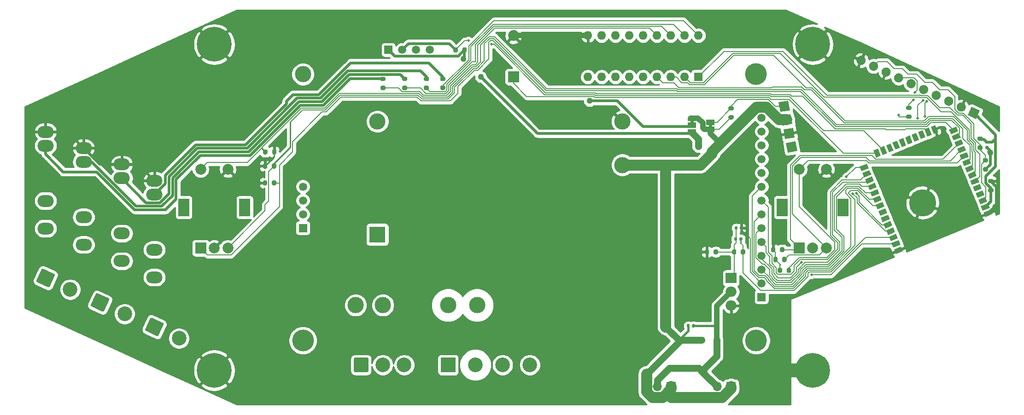
<source format=gbr>
G04 #@! TF.GenerationSoftware,KiCad,Pcbnew,5.1.9-73d0e3b20d~88~ubuntu20.04.1*
G04 #@! TF.CreationDate,2021-01-19T15:00:29+09:00*
G04 #@! TF.ProjectId,ESP32DUALDIAL,45535033-3244-4554-914c-4449414c2e6b,rev?*
G04 #@! TF.SameCoordinates,Original*
G04 #@! TF.FileFunction,Copper,L1,Top*
G04 #@! TF.FilePolarity,Positive*
%FSLAX46Y46*%
G04 Gerber Fmt 4.6, Leading zero omitted, Abs format (unit mm)*
G04 Created by KiCad (PCBNEW 5.1.9-73d0e3b20d~88~ubuntu20.04.1) date 2021-01-19 15:00:29*
%MOMM*%
%LPD*%
G01*
G04 APERTURE LIST*
G04 #@! TA.AperFunction,EtchedComponent*
%ADD10C,0.100000*%
G04 #@! TD*
G04 #@! TA.AperFunction,ComponentPad*
%ADD11R,1.500000X1.500000*%
G04 #@! TD*
G04 #@! TA.AperFunction,ComponentPad*
%ADD12C,1.500000*%
G04 #@! TD*
G04 #@! TA.AperFunction,ComponentPad*
%ADD13C,4.000000*%
G04 #@! TD*
G04 #@! TA.AperFunction,ComponentPad*
%ADD14C,3.000000*%
G04 #@! TD*
G04 #@! TA.AperFunction,ComponentPad*
%ADD15R,2.000000X2.000000*%
G04 #@! TD*
G04 #@! TA.AperFunction,ComponentPad*
%ADD16C,2.000000*%
G04 #@! TD*
G04 #@! TA.AperFunction,ComponentPad*
%ADD17O,1.700000X1.700000*%
G04 #@! TD*
G04 #@! TA.AperFunction,ComponentPad*
%ADD18R,1.700000X1.700000*%
G04 #@! TD*
G04 #@! TA.AperFunction,ComponentPad*
%ADD19R,3.000000X3.000000*%
G04 #@! TD*
G04 #@! TA.AperFunction,ComponentPad*
%ADD20R,2.000000X1.905000*%
G04 #@! TD*
G04 #@! TA.AperFunction,ComponentPad*
%ADD21O,2.000000X1.905000*%
G04 #@! TD*
G04 #@! TA.AperFunction,ComponentPad*
%ADD22R,2.000000X3.200000*%
G04 #@! TD*
G04 #@! TA.AperFunction,SMDPad,CuDef*
%ADD23C,0.100000*%
G04 #@! TD*
G04 #@! TA.AperFunction,ComponentPad*
%ADD24C,5.000000*%
G04 #@! TD*
G04 #@! TA.AperFunction,ComponentPad*
%ADD25C,0.100000*%
G04 #@! TD*
G04 #@! TA.AperFunction,ComponentPad*
%ADD26C,6.400000*%
G04 #@! TD*
G04 #@! TA.AperFunction,SMDPad,CuDef*
%ADD27R,1.500000X1.000000*%
G04 #@! TD*
G04 #@! TA.AperFunction,ComponentPad*
%ADD28R,1.600000X1.600000*%
G04 #@! TD*
G04 #@! TA.AperFunction,ComponentPad*
%ADD29O,1.600000X1.600000*%
G04 #@! TD*
G04 #@! TA.AperFunction,ComponentPad*
%ADD30O,3.000000X2.200000*%
G04 #@! TD*
G04 #@! TA.AperFunction,SMDPad,CuDef*
%ADD31R,1.100000X1.100000*%
G04 #@! TD*
G04 #@! TA.AperFunction,ComponentPad*
%ADD32R,2.700000X2.700000*%
G04 #@! TD*
G04 #@! TA.AperFunction,ComponentPad*
%ADD33C,2.700000*%
G04 #@! TD*
G04 #@! TA.AperFunction,ViaPad*
%ADD34C,1.100000*%
G04 #@! TD*
G04 #@! TA.AperFunction,ViaPad*
%ADD35C,0.500000*%
G04 #@! TD*
G04 #@! TA.AperFunction,Conductor*
%ADD36C,0.508000*%
G04 #@! TD*
G04 #@! TA.AperFunction,Conductor*
%ADD37C,1.016000*%
G04 #@! TD*
G04 #@! TA.AperFunction,Conductor*
%ADD38C,2.540000*%
G04 #@! TD*
G04 #@! TA.AperFunction,Conductor*
%ADD39C,0.203200*%
G04 #@! TD*
G04 #@! TA.AperFunction,Conductor*
%ADD40C,0.250000*%
G04 #@! TD*
G04 #@! TA.AperFunction,Conductor*
%ADD41C,1.270000*%
G04 #@! TD*
G04 #@! TA.AperFunction,Conductor*
%ADD42C,2.000000*%
G04 #@! TD*
G04 #@! TA.AperFunction,Conductor*
%ADD43C,0.381000*%
G04 #@! TD*
G04 #@! TA.AperFunction,Conductor*
%ADD44C,0.254000*%
G04 #@! TD*
G04 #@! TA.AperFunction,Conductor*
%ADD45C,0.100000*%
G04 #@! TD*
G04 APERTURE END LIST*
D10*
G36*
X151500000Y-94750000D02*
G01*
X151500000Y-95250000D01*
X150900000Y-95250000D01*
X150900000Y-94750000D01*
X151500000Y-94750000D01*
G37*
G36*
X148100000Y-94000000D02*
G01*
X148100000Y-94500000D01*
X147500000Y-94500000D01*
X147500000Y-94000000D01*
X148100000Y-94000000D01*
G37*
D11*
X160600000Y-126501000D03*
D12*
X160600000Y-123961000D03*
X160600000Y-121421000D03*
X160600000Y-118881000D03*
X160600000Y-116341000D03*
X160600000Y-113801000D03*
X160600000Y-111261000D03*
X160600000Y-108721000D03*
X160600000Y-106181000D03*
D13*
X159600000Y-134500000D03*
X159600000Y-85500000D03*
X76300000Y-134500000D03*
D14*
X76300000Y-85500000D03*
D12*
X160600000Y-98561000D03*
X160600000Y-101101000D03*
X160600000Y-103641000D03*
X160600000Y-96021000D03*
X160600000Y-93481000D03*
X76300000Y-111261000D03*
D11*
X76300000Y-113801000D03*
D12*
X76300000Y-108721000D03*
X76300000Y-106181000D03*
D15*
X115000000Y-86000000D03*
D16*
X115000000Y-78400000D03*
G04 #@! TA.AperFunction,SMDPad,CuDef*
G36*
G01*
X201475000Y-102600000D02*
X202025000Y-102600000D01*
G75*
G02*
X202225000Y-102800000I0J-200000D01*
G01*
X202225000Y-103200000D01*
G75*
G02*
X202025000Y-103400000I-200000J0D01*
G01*
X201475000Y-103400000D01*
G75*
G02*
X201275000Y-103200000I0J200000D01*
G01*
X201275000Y-102800000D01*
G75*
G02*
X201475000Y-102600000I200000J0D01*
G01*
G37*
G04 #@! TD.AperFunction*
G04 #@! TA.AperFunction,SMDPad,CuDef*
G36*
G01*
X201475000Y-100950000D02*
X202025000Y-100950000D01*
G75*
G02*
X202225000Y-101150000I0J-200000D01*
G01*
X202225000Y-101550000D01*
G75*
G02*
X202025000Y-101750000I-200000J0D01*
G01*
X201475000Y-101750000D01*
G75*
G02*
X201275000Y-101550000I0J200000D01*
G01*
X201275000Y-101150000D01*
G75*
G02*
X201475000Y-100950000I200000J0D01*
G01*
G37*
G04 #@! TD.AperFunction*
G04 #@! TA.AperFunction,SMDPad,CuDef*
G36*
G01*
X203025000Y-107225000D02*
X202475000Y-107225000D01*
G75*
G02*
X202275000Y-107025000I0J200000D01*
G01*
X202275000Y-106625000D01*
G75*
G02*
X202475000Y-106425000I200000J0D01*
G01*
X203025000Y-106425000D01*
G75*
G02*
X203225000Y-106625000I0J-200000D01*
G01*
X203225000Y-107025000D01*
G75*
G02*
X203025000Y-107225000I-200000J0D01*
G01*
G37*
G04 #@! TD.AperFunction*
G04 #@! TA.AperFunction,SMDPad,CuDef*
G36*
G01*
X203025000Y-105575000D02*
X202475000Y-105575000D01*
G75*
G02*
X202275000Y-105375000I0J200000D01*
G01*
X202275000Y-104975000D01*
G75*
G02*
X202475000Y-104775000I200000J0D01*
G01*
X203025000Y-104775000D01*
G75*
G02*
X203225000Y-104975000I0J-200000D01*
G01*
X203225000Y-105375000D01*
G75*
G02*
X203025000Y-105575000I-200000J0D01*
G01*
G37*
G04 #@! TD.AperFunction*
G04 #@! TA.AperFunction,SMDPad,CuDef*
G36*
G01*
X201830000Y-98680000D02*
X202170000Y-98680000D01*
G75*
G02*
X202310000Y-98820000I0J-140000D01*
G01*
X202310000Y-99100000D01*
G75*
G02*
X202170000Y-99240000I-140000J0D01*
G01*
X201830000Y-99240000D01*
G75*
G02*
X201690000Y-99100000I0J140000D01*
G01*
X201690000Y-98820000D01*
G75*
G02*
X201830000Y-98680000I140000J0D01*
G01*
G37*
G04 #@! TD.AperFunction*
G04 #@! TA.AperFunction,SMDPad,CuDef*
G36*
G01*
X201830000Y-97720000D02*
X202170000Y-97720000D01*
G75*
G02*
X202310000Y-97860000I0J-140000D01*
G01*
X202310000Y-98140000D01*
G75*
G02*
X202170000Y-98280000I-140000J0D01*
G01*
X201830000Y-98280000D01*
G75*
G02*
X201690000Y-98140000I0J140000D01*
G01*
X201690000Y-97860000D01*
G75*
G02*
X201830000Y-97720000I140000J0D01*
G01*
G37*
G04 #@! TD.AperFunction*
G04 #@! TA.AperFunction,SMDPad,CuDef*
G36*
G01*
X155560000Y-115970000D02*
X155560000Y-115630000D01*
G75*
G02*
X155700000Y-115490000I140000J0D01*
G01*
X155980000Y-115490000D01*
G75*
G02*
X156120000Y-115630000I0J-140000D01*
G01*
X156120000Y-115970000D01*
G75*
G02*
X155980000Y-116110000I-140000J0D01*
G01*
X155700000Y-116110000D01*
G75*
G02*
X155560000Y-115970000I0J140000D01*
G01*
G37*
G04 #@! TD.AperFunction*
G04 #@! TA.AperFunction,SMDPad,CuDef*
G36*
G01*
X156520000Y-115970000D02*
X156520000Y-115630000D01*
G75*
G02*
X156660000Y-115490000I140000J0D01*
G01*
X156940000Y-115490000D01*
G75*
G02*
X157080000Y-115630000I0J-140000D01*
G01*
X157080000Y-115970000D01*
G75*
G02*
X156940000Y-116110000I-140000J0D01*
G01*
X156660000Y-116110000D01*
G75*
G02*
X156520000Y-115970000I0J140000D01*
G01*
G37*
G04 #@! TD.AperFunction*
D17*
X141460000Y-143000000D03*
D18*
X144000000Y-143000000D03*
X155000000Y-143000000D03*
D17*
X152460000Y-143000000D03*
D14*
X135000000Y-94200000D03*
X90000000Y-94200000D03*
X135000000Y-102200000D03*
D19*
X90000000Y-115000000D03*
D20*
X155000000Y-123000000D03*
D21*
X155000000Y-125540000D03*
X155000000Y-128080000D03*
G04 #@! TA.AperFunction,SMDPad,CuDef*
G36*
G01*
X106400000Y-80725000D02*
X106400000Y-81275000D01*
G75*
G02*
X106200000Y-81475000I-200000J0D01*
G01*
X105800000Y-81475000D01*
G75*
G02*
X105600000Y-81275000I0J200000D01*
G01*
X105600000Y-80725000D01*
G75*
G02*
X105800000Y-80525000I200000J0D01*
G01*
X106200000Y-80525000D01*
G75*
G02*
X106400000Y-80725000I0J-200000D01*
G01*
G37*
G04 #@! TD.AperFunction*
G04 #@! TA.AperFunction,SMDPad,CuDef*
G36*
G01*
X104750000Y-80725000D02*
X104750000Y-81275000D01*
G75*
G02*
X104550000Y-81475000I-200000J0D01*
G01*
X104150000Y-81475000D01*
G75*
G02*
X103950000Y-81275000I0J200000D01*
G01*
X103950000Y-80725000D01*
G75*
G02*
X104150000Y-80525000I200000J0D01*
G01*
X104550000Y-80525000D01*
G75*
G02*
X104750000Y-80725000I0J-200000D01*
G01*
G37*
G04 #@! TD.AperFunction*
G04 #@! TA.AperFunction,SMDPad,CuDef*
G36*
G01*
X200475000Y-98600000D02*
X201025000Y-98600000D01*
G75*
G02*
X201225000Y-98800000I0J-200000D01*
G01*
X201225000Y-99200000D01*
G75*
G02*
X201025000Y-99400000I-200000J0D01*
G01*
X200475000Y-99400000D01*
G75*
G02*
X200275000Y-99200000I0J200000D01*
G01*
X200275000Y-98800000D01*
G75*
G02*
X200475000Y-98600000I200000J0D01*
G01*
G37*
G04 #@! TD.AperFunction*
G04 #@! TA.AperFunction,SMDPad,CuDef*
G36*
G01*
X200475000Y-96950000D02*
X201025000Y-96950000D01*
G75*
G02*
X201225000Y-97150000I0J-200000D01*
G01*
X201225000Y-97550000D01*
G75*
G02*
X201025000Y-97750000I-200000J0D01*
G01*
X200475000Y-97750000D01*
G75*
G02*
X200275000Y-97550000I0J200000D01*
G01*
X200275000Y-97150000D01*
G75*
G02*
X200475000Y-96950000I200000J0D01*
G01*
G37*
G04 #@! TD.AperFunction*
G04 #@! TA.AperFunction,SMDPad,CuDef*
G36*
G01*
X187950000Y-93725000D02*
X187400000Y-93725000D01*
G75*
G02*
X187200000Y-93525000I0J200000D01*
G01*
X187200000Y-93125000D01*
G75*
G02*
X187400000Y-92925000I200000J0D01*
G01*
X187950000Y-92925000D01*
G75*
G02*
X188150000Y-93125000I0J-200000D01*
G01*
X188150000Y-93525000D01*
G75*
G02*
X187950000Y-93725000I-200000J0D01*
G01*
G37*
G04 #@! TD.AperFunction*
G04 #@! TA.AperFunction,SMDPad,CuDef*
G36*
G01*
X187950000Y-92075000D02*
X187400000Y-92075000D01*
G75*
G02*
X187200000Y-91875000I0J200000D01*
G01*
X187200000Y-91475000D01*
G75*
G02*
X187400000Y-91275000I200000J0D01*
G01*
X187950000Y-91275000D01*
G75*
G02*
X188150000Y-91475000I0J-200000D01*
G01*
X188150000Y-91875000D01*
G75*
G02*
X187950000Y-92075000I-200000J0D01*
G01*
G37*
G04 #@! TD.AperFunction*
G04 #@! TA.AperFunction,SMDPad,CuDef*
G36*
G01*
X101725000Y-85950000D02*
X102275000Y-85950000D01*
G75*
G02*
X102475000Y-86150000I0J-200000D01*
G01*
X102475000Y-86550000D01*
G75*
G02*
X102275000Y-86750000I-200000J0D01*
G01*
X101725000Y-86750000D01*
G75*
G02*
X101525000Y-86550000I0J200000D01*
G01*
X101525000Y-86150000D01*
G75*
G02*
X101725000Y-85950000I200000J0D01*
G01*
G37*
G04 #@! TD.AperFunction*
G04 #@! TA.AperFunction,SMDPad,CuDef*
G36*
G01*
X101725000Y-87600000D02*
X102275000Y-87600000D01*
G75*
G02*
X102475000Y-87800000I0J-200000D01*
G01*
X102475000Y-88200000D01*
G75*
G02*
X102275000Y-88400000I-200000J0D01*
G01*
X101725000Y-88400000D01*
G75*
G02*
X101525000Y-88200000I0J200000D01*
G01*
X101525000Y-87800000D01*
G75*
G02*
X101725000Y-87600000I200000J0D01*
G01*
G37*
G04 #@! TD.AperFunction*
G04 #@! TA.AperFunction,SMDPad,CuDef*
G36*
G01*
X98725000Y-87600000D02*
X99275000Y-87600000D01*
G75*
G02*
X99475000Y-87800000I0J-200000D01*
G01*
X99475000Y-88200000D01*
G75*
G02*
X99275000Y-88400000I-200000J0D01*
G01*
X98725000Y-88400000D01*
G75*
G02*
X98525000Y-88200000I0J200000D01*
G01*
X98525000Y-87800000D01*
G75*
G02*
X98725000Y-87600000I200000J0D01*
G01*
G37*
G04 #@! TD.AperFunction*
G04 #@! TA.AperFunction,SMDPad,CuDef*
G36*
G01*
X98725000Y-85950000D02*
X99275000Y-85950000D01*
G75*
G02*
X99475000Y-86150000I0J-200000D01*
G01*
X99475000Y-86550000D01*
G75*
G02*
X99275000Y-86750000I-200000J0D01*
G01*
X98725000Y-86750000D01*
G75*
G02*
X98525000Y-86550000I0J200000D01*
G01*
X98525000Y-86150000D01*
G75*
G02*
X98725000Y-85950000I200000J0D01*
G01*
G37*
G04 #@! TD.AperFunction*
G04 #@! TA.AperFunction,SMDPad,CuDef*
G36*
G01*
X94725000Y-85950000D02*
X95275000Y-85950000D01*
G75*
G02*
X95475000Y-86150000I0J-200000D01*
G01*
X95475000Y-86550000D01*
G75*
G02*
X95275000Y-86750000I-200000J0D01*
G01*
X94725000Y-86750000D01*
G75*
G02*
X94525000Y-86550000I0J200000D01*
G01*
X94525000Y-86150000D01*
G75*
G02*
X94725000Y-85950000I200000J0D01*
G01*
G37*
G04 #@! TD.AperFunction*
G04 #@! TA.AperFunction,SMDPad,CuDef*
G36*
G01*
X94725000Y-87600000D02*
X95275000Y-87600000D01*
G75*
G02*
X95475000Y-87800000I0J-200000D01*
G01*
X95475000Y-88200000D01*
G75*
G02*
X95275000Y-88400000I-200000J0D01*
G01*
X94725000Y-88400000D01*
G75*
G02*
X94525000Y-88200000I0J200000D01*
G01*
X94525000Y-87800000D01*
G75*
G02*
X94725000Y-87600000I200000J0D01*
G01*
G37*
G04 #@! TD.AperFunction*
G04 #@! TA.AperFunction,SMDPad,CuDef*
G36*
G01*
X90725000Y-87600000D02*
X91275000Y-87600000D01*
G75*
G02*
X91475000Y-87800000I0J-200000D01*
G01*
X91475000Y-88200000D01*
G75*
G02*
X91275000Y-88400000I-200000J0D01*
G01*
X90725000Y-88400000D01*
G75*
G02*
X90525000Y-88200000I0J200000D01*
G01*
X90525000Y-87800000D01*
G75*
G02*
X90725000Y-87600000I200000J0D01*
G01*
G37*
G04 #@! TD.AperFunction*
G04 #@! TA.AperFunction,SMDPad,CuDef*
G36*
G01*
X90725000Y-85950000D02*
X91275000Y-85950000D01*
G75*
G02*
X91475000Y-86150000I0J-200000D01*
G01*
X91475000Y-86550000D01*
G75*
G02*
X91275000Y-86750000I-200000J0D01*
G01*
X90725000Y-86750000D01*
G75*
G02*
X90525000Y-86550000I0J200000D01*
G01*
X90525000Y-86150000D01*
G75*
G02*
X90725000Y-85950000I200000J0D01*
G01*
G37*
G04 #@! TD.AperFunction*
G04 #@! TA.AperFunction,SMDPad,CuDef*
G36*
G01*
X155150000Y-118475000D02*
X155150000Y-117925000D01*
G75*
G02*
X155350000Y-117725000I200000J0D01*
G01*
X155750000Y-117725000D01*
G75*
G02*
X155950000Y-117925000I0J-200000D01*
G01*
X155950000Y-118475000D01*
G75*
G02*
X155750000Y-118675000I-200000J0D01*
G01*
X155350000Y-118675000D01*
G75*
G02*
X155150000Y-118475000I0J200000D01*
G01*
G37*
G04 #@! TD.AperFunction*
G04 #@! TA.AperFunction,SMDPad,CuDef*
G36*
G01*
X156800000Y-118475000D02*
X156800000Y-117925000D01*
G75*
G02*
X157000000Y-117725000I200000J0D01*
G01*
X157400000Y-117725000D01*
G75*
G02*
X157600000Y-117925000I0J-200000D01*
G01*
X157600000Y-118475000D01*
G75*
G02*
X157400000Y-118675000I-200000J0D01*
G01*
X157000000Y-118675000D01*
G75*
G02*
X156800000Y-118475000I0J200000D01*
G01*
G37*
G04 #@! TD.AperFunction*
G04 #@! TA.AperFunction,SMDPad,CuDef*
G36*
G01*
X150150000Y-118475000D02*
X150150000Y-117925000D01*
G75*
G02*
X150350000Y-117725000I200000J0D01*
G01*
X150750000Y-117725000D01*
G75*
G02*
X150950000Y-117925000I0J-200000D01*
G01*
X150950000Y-118475000D01*
G75*
G02*
X150750000Y-118675000I-200000J0D01*
G01*
X150350000Y-118675000D01*
G75*
G02*
X150150000Y-118475000I0J200000D01*
G01*
G37*
G04 #@! TD.AperFunction*
G04 #@! TA.AperFunction,SMDPad,CuDef*
G36*
G01*
X151800000Y-118475000D02*
X151800000Y-117925000D01*
G75*
G02*
X152000000Y-117725000I200000J0D01*
G01*
X152400000Y-117725000D01*
G75*
G02*
X152600000Y-117925000I0J-200000D01*
G01*
X152600000Y-118475000D01*
G75*
G02*
X152400000Y-118675000I-200000J0D01*
G01*
X152000000Y-118675000D01*
G75*
G02*
X151800000Y-118475000I0J200000D01*
G01*
G37*
G04 #@! TD.AperFunction*
D16*
X172500000Y-103000000D03*
X167500000Y-103000000D03*
D22*
X175600000Y-110000000D03*
X164400000Y-110000000D03*
D16*
X172500000Y-117500000D03*
X170000000Y-117500000D03*
D15*
X167500000Y-117500000D03*
X57500000Y-117500000D03*
D16*
X60000000Y-117500000D03*
X62500000Y-117500000D03*
D22*
X54400000Y-110000000D03*
X65600000Y-110000000D03*
D16*
X57500000Y-103000000D03*
X62500000Y-103000000D03*
G04 #@! TA.AperFunction,SMDPad,CuDef*
D23*
G36*
X202687797Y-110414320D02*
G01*
X203032212Y-111245811D01*
X201738781Y-111781568D01*
X201394366Y-110950077D01*
X202687797Y-110414320D01*
G37*
G04 #@! TD.AperFunction*
G04 #@! TA.AperFunction,SMDPad,CuDef*
G36*
X202201789Y-109240993D02*
G01*
X202546204Y-110072484D01*
X201252773Y-110608241D01*
X200908358Y-109776750D01*
X202201789Y-109240993D01*
G37*
G04 #@! TD.AperFunction*
G04 #@! TA.AperFunction,SMDPad,CuDef*
G36*
X201715781Y-108067666D02*
G01*
X202060196Y-108899157D01*
X200766765Y-109434914D01*
X200422350Y-108603423D01*
X201715781Y-108067666D01*
G37*
G04 #@! TD.AperFunction*
G04 #@! TA.AperFunction,SMDPad,CuDef*
G36*
X201229773Y-106894339D02*
G01*
X201574188Y-107725830D01*
X200280757Y-108261587D01*
X199936342Y-107430096D01*
X201229773Y-106894339D01*
G37*
G04 #@! TD.AperFunction*
G04 #@! TA.AperFunction,SMDPad,CuDef*
G36*
X200743765Y-105721012D02*
G01*
X201088180Y-106552503D01*
X199794749Y-107088260D01*
X199450334Y-106256769D01*
X200743765Y-105721012D01*
G37*
G04 #@! TD.AperFunction*
G04 #@! TA.AperFunction,SMDPad,CuDef*
G36*
X200257757Y-104547685D02*
G01*
X200602172Y-105379176D01*
X199308741Y-105914933D01*
X198964326Y-105083442D01*
X200257757Y-104547685D01*
G37*
G04 #@! TD.AperFunction*
G04 #@! TA.AperFunction,SMDPad,CuDef*
G36*
X199771749Y-103374358D02*
G01*
X200116164Y-104205849D01*
X198822733Y-104741606D01*
X198478318Y-103910115D01*
X199771749Y-103374358D01*
G37*
G04 #@! TD.AperFunction*
G04 #@! TA.AperFunction,SMDPad,CuDef*
G36*
X199285741Y-102201031D02*
G01*
X199630156Y-103032522D01*
X198336725Y-103568279D01*
X197992310Y-102736788D01*
X199285741Y-102201031D01*
G37*
G04 #@! TD.AperFunction*
G04 #@! TA.AperFunction,SMDPad,CuDef*
G36*
X198799733Y-101027704D02*
G01*
X199144148Y-101859195D01*
X197850717Y-102394952D01*
X197506302Y-101563461D01*
X198799733Y-101027704D01*
G37*
G04 #@! TD.AperFunction*
G04 #@! TA.AperFunction,SMDPad,CuDef*
G36*
X198313725Y-99854377D02*
G01*
X198658140Y-100685868D01*
X197364709Y-101221625D01*
X197020294Y-100390134D01*
X198313725Y-99854377D01*
G37*
G04 #@! TD.AperFunction*
G04 #@! TA.AperFunction,SMDPad,CuDef*
G36*
X197827717Y-98681050D02*
G01*
X198172132Y-99512541D01*
X196878701Y-100048298D01*
X196534286Y-99216807D01*
X197827717Y-98681050D01*
G37*
G04 #@! TD.AperFunction*
G04 #@! TA.AperFunction,SMDPad,CuDef*
G36*
X197341709Y-97507723D02*
G01*
X197686124Y-98339214D01*
X196392693Y-98874971D01*
X196048278Y-98043480D01*
X197341709Y-97507723D01*
G37*
G04 #@! TD.AperFunction*
G04 #@! TA.AperFunction,SMDPad,CuDef*
G36*
X196855702Y-96334396D02*
G01*
X197200117Y-97165887D01*
X195906686Y-97701644D01*
X195562271Y-96870153D01*
X196855702Y-96334396D01*
G37*
G04 #@! TD.AperFunction*
G04 #@! TA.AperFunction,SMDPad,CuDef*
G36*
X196369694Y-95161069D02*
G01*
X196714109Y-95992560D01*
X195420678Y-96528317D01*
X195076263Y-95696826D01*
X196369694Y-95161069D01*
G37*
G04 #@! TD.AperFunction*
G04 #@! TA.AperFunction,SMDPad,CuDef*
G36*
X191695035Y-95177213D02*
G01*
X192526526Y-94832798D01*
X193062283Y-96126229D01*
X192230792Y-96470644D01*
X191695035Y-95177213D01*
G37*
G04 #@! TD.AperFunction*
G04 #@! TA.AperFunction,SMDPad,CuDef*
G36*
X190521708Y-95663221D02*
G01*
X191353199Y-95318806D01*
X191888956Y-96612237D01*
X191057465Y-96956652D01*
X190521708Y-95663221D01*
G37*
G04 #@! TD.AperFunction*
G04 #@! TA.AperFunction,SMDPad,CuDef*
G36*
X189348380Y-96149229D02*
G01*
X190179871Y-95804814D01*
X190715628Y-97098245D01*
X189884137Y-97442660D01*
X189348380Y-96149229D01*
G37*
G04 #@! TD.AperFunction*
G04 #@! TA.AperFunction,SMDPad,CuDef*
G36*
X188175053Y-96635237D02*
G01*
X189006544Y-96290822D01*
X189542301Y-97584253D01*
X188710810Y-97928668D01*
X188175053Y-96635237D01*
G37*
G04 #@! TD.AperFunction*
G04 #@! TA.AperFunction,SMDPad,CuDef*
G36*
X187001726Y-97121245D02*
G01*
X187833217Y-96776830D01*
X188368974Y-98070261D01*
X187537483Y-98414676D01*
X187001726Y-97121245D01*
G37*
G04 #@! TD.AperFunction*
G04 #@! TA.AperFunction,SMDPad,CuDef*
G36*
X185828399Y-97607252D02*
G01*
X186659890Y-97262837D01*
X187195647Y-98556268D01*
X186364156Y-98900683D01*
X185828399Y-97607252D01*
G37*
G04 #@! TD.AperFunction*
G04 #@! TA.AperFunction,SMDPad,CuDef*
G36*
X184655072Y-98093260D02*
G01*
X185486563Y-97748845D01*
X186022320Y-99042276D01*
X185190829Y-99386691D01*
X184655072Y-98093260D01*
G37*
G04 #@! TD.AperFunction*
G04 #@! TA.AperFunction,SMDPad,CuDef*
G36*
X183481745Y-98579268D02*
G01*
X184313236Y-98234853D01*
X184848993Y-99528284D01*
X184017502Y-99872699D01*
X183481745Y-98579268D01*
G37*
G04 #@! TD.AperFunction*
G04 #@! TA.AperFunction,SMDPad,CuDef*
G36*
X182308418Y-99065276D02*
G01*
X183139909Y-98720861D01*
X183675666Y-100014292D01*
X182844175Y-100358707D01*
X182308418Y-99065276D01*
G37*
G04 #@! TD.AperFunction*
G04 #@! TA.AperFunction,SMDPad,CuDef*
G36*
X181135091Y-99551284D02*
G01*
X181966582Y-99206869D01*
X182502339Y-100500300D01*
X181670848Y-100844715D01*
X181135091Y-99551284D01*
G37*
G04 #@! TD.AperFunction*
G04 #@! TA.AperFunction,SMDPad,CuDef*
G36*
X179943115Y-101965181D02*
G01*
X180287530Y-102796672D01*
X178994099Y-103332429D01*
X178649684Y-102500938D01*
X179943115Y-101965181D01*
G37*
G04 #@! TD.AperFunction*
G04 #@! TA.AperFunction,SMDPad,CuDef*
G36*
X180429123Y-103138508D02*
G01*
X180773538Y-103969999D01*
X179480107Y-104505756D01*
X179135692Y-103674265D01*
X180429123Y-103138508D01*
G37*
G04 #@! TD.AperFunction*
G04 #@! TA.AperFunction,SMDPad,CuDef*
G36*
X180915131Y-104311835D02*
G01*
X181259546Y-105143326D01*
X179966115Y-105679083D01*
X179621700Y-104847592D01*
X180915131Y-104311835D01*
G37*
G04 #@! TD.AperFunction*
G04 #@! TA.AperFunction,SMDPad,CuDef*
G36*
X181401139Y-105485162D02*
G01*
X181745554Y-106316653D01*
X180452123Y-106852410D01*
X180107708Y-106020919D01*
X181401139Y-105485162D01*
G37*
G04 #@! TD.AperFunction*
G04 #@! TA.AperFunction,SMDPad,CuDef*
G36*
X181887147Y-106658489D02*
G01*
X182231562Y-107489980D01*
X180938131Y-108025737D01*
X180593716Y-107194246D01*
X181887147Y-106658489D01*
G37*
G04 #@! TD.AperFunction*
G04 #@! TA.AperFunction,SMDPad,CuDef*
G36*
X182373155Y-107831816D02*
G01*
X182717570Y-108663307D01*
X181424139Y-109199064D01*
X181079724Y-108367573D01*
X182373155Y-107831816D01*
G37*
G04 #@! TD.AperFunction*
G04 #@! TA.AperFunction,SMDPad,CuDef*
G36*
X182859163Y-109005143D02*
G01*
X183203578Y-109836634D01*
X181910147Y-110372391D01*
X181565732Y-109540900D01*
X182859163Y-109005143D01*
G37*
G04 #@! TD.AperFunction*
G04 #@! TA.AperFunction,SMDPad,CuDef*
G36*
X183345171Y-110178470D02*
G01*
X183689586Y-111009961D01*
X182396155Y-111545718D01*
X182051740Y-110714227D01*
X183345171Y-110178470D01*
G37*
G04 #@! TD.AperFunction*
G04 #@! TA.AperFunction,SMDPad,CuDef*
G36*
X183831179Y-111351797D02*
G01*
X184175594Y-112183288D01*
X182882163Y-112719045D01*
X182537748Y-111887554D01*
X183831179Y-111351797D01*
G37*
G04 #@! TD.AperFunction*
G04 #@! TA.AperFunction,SMDPad,CuDef*
G36*
X184317187Y-112525124D02*
G01*
X184661602Y-113356615D01*
X183368171Y-113892372D01*
X183023756Y-113060881D01*
X184317187Y-112525124D01*
G37*
G04 #@! TD.AperFunction*
G04 #@! TA.AperFunction,SMDPad,CuDef*
G36*
X184803195Y-113698451D02*
G01*
X185147610Y-114529942D01*
X183854179Y-115065699D01*
X183509764Y-114234208D01*
X184803195Y-113698451D01*
G37*
G04 #@! TD.AperFunction*
G04 #@! TA.AperFunction,SMDPad,CuDef*
G36*
X185289203Y-114871778D02*
G01*
X185633618Y-115703269D01*
X184340187Y-116239026D01*
X183995772Y-115407535D01*
X185289203Y-114871778D01*
G37*
G04 #@! TD.AperFunction*
G04 #@! TA.AperFunction,SMDPad,CuDef*
G36*
X185775211Y-116045105D02*
G01*
X186119626Y-116876596D01*
X184826195Y-117412353D01*
X184481780Y-116580862D01*
X185775211Y-116045105D01*
G37*
G04 #@! TD.AperFunction*
G04 #@! TA.AperFunction,SMDPad,CuDef*
G36*
X186261219Y-117218432D02*
G01*
X186605634Y-118049923D01*
X185312203Y-118585680D01*
X184967788Y-117754189D01*
X186261219Y-117218432D01*
G37*
G04 #@! TD.AperFunction*
D24*
X190192723Y-109149716D03*
D11*
X92000000Y-81000000D03*
D12*
X94540000Y-81000000D03*
X97080000Y-81000000D03*
X99620000Y-81000000D03*
G04 #@! TA.AperFunction,ComponentPad*
G36*
G01*
X178526622Y-83721852D02*
X178526622Y-83721852D01*
G75*
G02*
X178115486Y-82592264I359226J770362D01*
G01*
X178115486Y-82592264D01*
G75*
G02*
X179245074Y-82181128I770362J-359226D01*
G01*
X179245074Y-82181128D01*
G75*
G02*
X179656210Y-83310716I-359226J-770362D01*
G01*
X179656210Y-83310716D01*
G75*
G02*
X178526622Y-83721852I-770362J359226D01*
G01*
G37*
G04 #@! TD.AperFunction*
G04 #@! TA.AperFunction,ComponentPad*
G36*
G01*
X180828644Y-84795302D02*
X180828644Y-84795302D01*
G75*
G02*
X180417508Y-83665714I359226J770362D01*
G01*
X180417508Y-83665714D01*
G75*
G02*
X181547096Y-83254578I770362J-359226D01*
G01*
X181547096Y-83254578D01*
G75*
G02*
X181958232Y-84384166I-359226J-770362D01*
G01*
X181958232Y-84384166D01*
G75*
G02*
X180828644Y-84795302I-770362J359226D01*
G01*
G37*
G04 #@! TD.AperFunction*
G04 #@! TA.AperFunction,ComponentPad*
G36*
G01*
X183130666Y-85868752D02*
X183130666Y-85868752D01*
G75*
G02*
X182719530Y-84739164I359226J770362D01*
G01*
X182719530Y-84739164D01*
G75*
G02*
X183849118Y-84328028I770362J-359226D01*
G01*
X183849118Y-84328028D01*
G75*
G02*
X184260254Y-85457616I-359226J-770362D01*
G01*
X184260254Y-85457616D01*
G75*
G02*
X183130666Y-85868752I-770362J359226D01*
G01*
G37*
G04 #@! TD.AperFunction*
G04 #@! TA.AperFunction,ComponentPad*
G36*
G01*
X185432687Y-86942203D02*
X185432687Y-86942203D01*
G75*
G02*
X185021551Y-85812615I359226J770362D01*
G01*
X185021551Y-85812615D01*
G75*
G02*
X186151139Y-85401479I770362J-359226D01*
G01*
X186151139Y-85401479D01*
G75*
G02*
X186562275Y-86531067I-359226J-770362D01*
G01*
X186562275Y-86531067D01*
G75*
G02*
X185432687Y-86942203I-770362J359226D01*
G01*
G37*
G04 #@! TD.AperFunction*
G04 #@! TA.AperFunction,ComponentPad*
G36*
G01*
X187734709Y-88015653D02*
X187734709Y-88015653D01*
G75*
G02*
X187323573Y-86886065I359226J770362D01*
G01*
X187323573Y-86886065D01*
G75*
G02*
X188453161Y-86474929I770362J-359226D01*
G01*
X188453161Y-86474929D01*
G75*
G02*
X188864297Y-87604517I-359226J-770362D01*
G01*
X188864297Y-87604517D01*
G75*
G02*
X187734709Y-88015653I-770362J359226D01*
G01*
G37*
G04 #@! TD.AperFunction*
G04 #@! TA.AperFunction,ComponentPad*
G36*
G01*
X190036731Y-89089103D02*
X190036731Y-89089103D01*
G75*
G02*
X189625595Y-87959515I359226J770362D01*
G01*
X189625595Y-87959515D01*
G75*
G02*
X190755183Y-87548379I770362J-359226D01*
G01*
X190755183Y-87548379D01*
G75*
G02*
X191166319Y-88677967I-359226J-770362D01*
G01*
X191166319Y-88677967D01*
G75*
G02*
X190036731Y-89089103I-770362J359226D01*
G01*
G37*
G04 #@! TD.AperFunction*
G04 #@! TA.AperFunction,ComponentPad*
G36*
G01*
X192338753Y-90162554D02*
X192338753Y-90162554D01*
G75*
G02*
X191927617Y-89032966I359226J770362D01*
G01*
X191927617Y-89032966D01*
G75*
G02*
X193057205Y-88621830I770362J-359226D01*
G01*
X193057205Y-88621830D01*
G75*
G02*
X193468341Y-89751418I-359226J-770362D01*
G01*
X193468341Y-89751418D01*
G75*
G02*
X192338753Y-90162554I-770362J359226D01*
G01*
G37*
G04 #@! TD.AperFunction*
G04 #@! TA.AperFunction,ComponentPad*
G36*
G01*
X194640774Y-91236004D02*
X194640774Y-91236004D01*
G75*
G02*
X194229638Y-90106416I359226J770362D01*
G01*
X194229638Y-90106416D01*
G75*
G02*
X195359226Y-89695280I770362J-359226D01*
G01*
X195359226Y-89695280D01*
G75*
G02*
X195770362Y-90824868I-359226J-770362D01*
G01*
X195770362Y-90824868D01*
G75*
G02*
X194640774Y-91236004I-770362J359226D01*
G01*
G37*
G04 #@! TD.AperFunction*
G04 #@! TA.AperFunction,ComponentPad*
G36*
G01*
X196942796Y-92309455D02*
X196942796Y-92309455D01*
G75*
G02*
X196531660Y-91179867I359226J770362D01*
G01*
X196531660Y-91179867D01*
G75*
G02*
X197661248Y-90768731I770362J-359226D01*
G01*
X197661248Y-90768731D01*
G75*
G02*
X198072384Y-91898319I-359226J-770362D01*
G01*
X198072384Y-91898319D01*
G75*
G02*
X196942796Y-92309455I-770362J359226D01*
G01*
G37*
G04 #@! TD.AperFunction*
G04 #@! TA.AperFunction,ComponentPad*
D25*
G36*
X200015180Y-93742130D02*
G01*
X198474457Y-93023679D01*
X199192908Y-91482956D01*
X200733631Y-92201407D01*
X200015180Y-93742130D01*
G37*
G04 #@! TD.AperFunction*
D26*
X60000000Y-140000000D03*
X170000000Y-80000000D03*
X170000000Y-140000000D03*
X60000000Y-80000000D03*
D27*
X151200000Y-94350000D03*
X151200000Y-95650000D03*
G04 #@! TA.AperFunction,SMDPad,CuDef*
D23*
G36*
X148549398Y-96200000D02*
G01*
X148549398Y-96224534D01*
X148544588Y-96273365D01*
X148535016Y-96321490D01*
X148520772Y-96368445D01*
X148501995Y-96413778D01*
X148478864Y-96457051D01*
X148451604Y-96497850D01*
X148420476Y-96535779D01*
X148385779Y-96570476D01*
X148347850Y-96601604D01*
X148307051Y-96628864D01*
X148263778Y-96651995D01*
X148218445Y-96670772D01*
X148171490Y-96685016D01*
X148123365Y-96694588D01*
X148074534Y-96699398D01*
X148050000Y-96699398D01*
X148050000Y-96700000D01*
X147550000Y-96700000D01*
X147550000Y-96699398D01*
X147525466Y-96699398D01*
X147476635Y-96694588D01*
X147428510Y-96685016D01*
X147381555Y-96670772D01*
X147336222Y-96651995D01*
X147292949Y-96628864D01*
X147252150Y-96601604D01*
X147214221Y-96570476D01*
X147179524Y-96535779D01*
X147148396Y-96497850D01*
X147121136Y-96457051D01*
X147098005Y-96413778D01*
X147079228Y-96368445D01*
X147064984Y-96321490D01*
X147055412Y-96273365D01*
X147050602Y-96224534D01*
X147050602Y-96200000D01*
X147050000Y-96200000D01*
X147050000Y-95650000D01*
X148550000Y-95650000D01*
X148550000Y-96200000D01*
X148549398Y-96200000D01*
G37*
G04 #@! TD.AperFunction*
D27*
X147800000Y-94900000D03*
G04 #@! TA.AperFunction,SMDPad,CuDef*
D23*
G36*
X147050000Y-94150000D02*
G01*
X147050000Y-93600000D01*
X147050602Y-93600000D01*
X147050602Y-93575466D01*
X147055412Y-93526635D01*
X147064984Y-93478510D01*
X147079228Y-93431555D01*
X147098005Y-93386222D01*
X147121136Y-93342949D01*
X147148396Y-93302150D01*
X147179524Y-93264221D01*
X147214221Y-93229524D01*
X147252150Y-93198396D01*
X147292949Y-93171136D01*
X147336222Y-93148005D01*
X147381555Y-93129228D01*
X147428510Y-93114984D01*
X147476635Y-93105412D01*
X147525466Y-93100602D01*
X147550000Y-93100602D01*
X147550000Y-93100000D01*
X148050000Y-93100000D01*
X148050000Y-93100602D01*
X148074534Y-93100602D01*
X148123365Y-93105412D01*
X148171490Y-93114984D01*
X148218445Y-93129228D01*
X148263778Y-93148005D01*
X148307051Y-93171136D01*
X148347850Y-93198396D01*
X148385779Y-93229524D01*
X148420476Y-93264221D01*
X148451604Y-93302150D01*
X148478864Y-93342949D01*
X148501995Y-93386222D01*
X148520772Y-93431555D01*
X148535016Y-93478510D01*
X148544588Y-93526635D01*
X148549398Y-93575466D01*
X148549398Y-93600000D01*
X148550000Y-93600000D01*
X148550000Y-94150000D01*
X147050000Y-94150000D01*
G37*
G04 #@! TD.AperFunction*
G04 #@! TA.AperFunction,SMDPad,CuDef*
G36*
G01*
X155275000Y-93825000D02*
X154725000Y-93825000D01*
G75*
G02*
X154525000Y-93625000I0J200000D01*
G01*
X154525000Y-93225000D01*
G75*
G02*
X154725000Y-93025000I200000J0D01*
G01*
X155275000Y-93025000D01*
G75*
G02*
X155475000Y-93225000I0J-200000D01*
G01*
X155475000Y-93625000D01*
G75*
G02*
X155275000Y-93825000I-200000J0D01*
G01*
G37*
G04 #@! TD.AperFunction*
G04 #@! TA.AperFunction,SMDPad,CuDef*
G36*
G01*
X155275000Y-92175000D02*
X154725000Y-92175000D01*
G75*
G02*
X154525000Y-91975000I0J200000D01*
G01*
X154525000Y-91575000D01*
G75*
G02*
X154725000Y-91375000I200000J0D01*
G01*
X155275000Y-91375000D01*
G75*
G02*
X155475000Y-91575000I0J-200000D01*
G01*
X155475000Y-91975000D01*
G75*
G02*
X155275000Y-92175000I-200000J0D01*
G01*
G37*
G04 #@! TD.AperFunction*
D28*
X149000000Y-86000000D03*
D29*
X128680000Y-78380000D03*
X146460000Y-86000000D03*
X131220000Y-78380000D03*
X143920000Y-86000000D03*
X133760000Y-78380000D03*
X141380000Y-86000000D03*
X136300000Y-78380000D03*
X138840000Y-86000000D03*
X138840000Y-78380000D03*
X136300000Y-86000000D03*
X141380000Y-78380000D03*
X133760000Y-86000000D03*
X143920000Y-78380000D03*
X131220000Y-86000000D03*
X146460000Y-78380000D03*
X128680000Y-86000000D03*
X149000000Y-78380000D03*
D30*
X49000000Y-122880000D03*
X49000000Y-117800000D03*
X49000000Y-107640000D03*
X49000000Y-105100000D03*
X43000000Y-102100000D03*
X43000000Y-104640000D03*
X43000000Y-114800000D03*
X43000000Y-119880000D03*
X36000000Y-99100000D03*
X36000000Y-101640000D03*
X36000000Y-111800000D03*
X36000000Y-116880000D03*
X29000000Y-113880000D03*
X29000000Y-108800000D03*
X29000000Y-98640000D03*
X29000000Y-96100000D03*
G04 #@! TA.AperFunction,ComponentPad*
D25*
G36*
X166836703Y-97853240D02*
G01*
X167149269Y-99625894D01*
X165376615Y-99938460D01*
X165064049Y-98165806D01*
X166836703Y-97853240D01*
G37*
G04 #@! TD.AperFunction*
G04 #@! TA.AperFunction,ComponentPad*
G36*
X166395636Y-95351828D02*
G01*
X166708202Y-97124482D01*
X164935548Y-97437048D01*
X164622982Y-95664394D01*
X166395636Y-95351828D01*
G37*
G04 #@! TD.AperFunction*
G04 #@! TA.AperFunction,ComponentPad*
G36*
X165954570Y-92850416D02*
G01*
X166267136Y-94623070D01*
X164494482Y-94935636D01*
X164181916Y-93162982D01*
X165954570Y-92850416D01*
G37*
G04 #@! TD.AperFunction*
G04 #@! TA.AperFunction,ComponentPad*
G36*
X165513504Y-90349005D02*
G01*
X165826070Y-92121659D01*
X164053416Y-92434225D01*
X163740850Y-90661571D01*
X165513504Y-90349005D01*
G37*
G04 #@! TD.AperFunction*
G04 #@! TA.AperFunction,SMDPad,CuDef*
G36*
G01*
X164375000Y-121325000D02*
X164375000Y-121875000D01*
G75*
G02*
X164175000Y-122075000I-200000J0D01*
G01*
X163775000Y-122075000D01*
G75*
G02*
X163575000Y-121875000I0J200000D01*
G01*
X163575000Y-121325000D01*
G75*
G02*
X163775000Y-121125000I200000J0D01*
G01*
X164175000Y-121125000D01*
G75*
G02*
X164375000Y-121325000I0J-200000D01*
G01*
G37*
G04 #@! TD.AperFunction*
G04 #@! TA.AperFunction,SMDPad,CuDef*
G36*
G01*
X166025000Y-121325000D02*
X166025000Y-121875000D01*
G75*
G02*
X165825000Y-122075000I-200000J0D01*
G01*
X165425000Y-122075000D01*
G75*
G02*
X165225000Y-121875000I0J200000D01*
G01*
X165225000Y-121325000D01*
G75*
G02*
X165425000Y-121125000I200000J0D01*
G01*
X165825000Y-121125000D01*
G75*
G02*
X166025000Y-121325000I0J-200000D01*
G01*
G37*
G04 #@! TD.AperFunction*
G04 #@! TA.AperFunction,SMDPad,CuDef*
G36*
G01*
X71400000Y-105225000D02*
X71400000Y-105775000D01*
G75*
G02*
X71200000Y-105975000I-200000J0D01*
G01*
X70800000Y-105975000D01*
G75*
G02*
X70600000Y-105775000I0J200000D01*
G01*
X70600000Y-105225000D01*
G75*
G02*
X70800000Y-105025000I200000J0D01*
G01*
X71200000Y-105025000D01*
G75*
G02*
X71400000Y-105225000I0J-200000D01*
G01*
G37*
G04 #@! TD.AperFunction*
G04 #@! TA.AperFunction,SMDPad,CuDef*
G36*
G01*
X69750000Y-105225000D02*
X69750000Y-105775000D01*
G75*
G02*
X69550000Y-105975000I-200000J0D01*
G01*
X69150000Y-105975000D01*
G75*
G02*
X68950000Y-105775000I0J200000D01*
G01*
X68950000Y-105225000D01*
G75*
G02*
X69150000Y-105025000I200000J0D01*
G01*
X69550000Y-105025000D01*
G75*
G02*
X69750000Y-105225000I0J-200000D01*
G01*
G37*
G04 #@! TD.AperFunction*
G04 #@! TA.AperFunction,SMDPad,CuDef*
G36*
G01*
X69750000Y-102125000D02*
X69750000Y-102675000D01*
G75*
G02*
X69550000Y-102875000I-200000J0D01*
G01*
X69150000Y-102875000D01*
G75*
G02*
X68950000Y-102675000I0J200000D01*
G01*
X68950000Y-102125000D01*
G75*
G02*
X69150000Y-101925000I200000J0D01*
G01*
X69550000Y-101925000D01*
G75*
G02*
X69750000Y-102125000I0J-200000D01*
G01*
G37*
G04 #@! TD.AperFunction*
G04 #@! TA.AperFunction,SMDPad,CuDef*
G36*
G01*
X71400000Y-102125000D02*
X71400000Y-102675000D01*
G75*
G02*
X71200000Y-102875000I-200000J0D01*
G01*
X70800000Y-102875000D01*
G75*
G02*
X70600000Y-102675000I0J200000D01*
G01*
X70600000Y-102125000D01*
G75*
G02*
X70800000Y-101925000I200000J0D01*
G01*
X71200000Y-101925000D01*
G75*
G02*
X71400000Y-102125000I0J-200000D01*
G01*
G37*
G04 #@! TD.AperFunction*
G04 #@! TA.AperFunction,SMDPad,CuDef*
G36*
G01*
X164800000Y-117525000D02*
X164800000Y-118075000D01*
G75*
G02*
X164600000Y-118275000I-200000J0D01*
G01*
X164200000Y-118275000D01*
G75*
G02*
X164000000Y-118075000I0J200000D01*
G01*
X164000000Y-117525000D01*
G75*
G02*
X164200000Y-117325000I200000J0D01*
G01*
X164600000Y-117325000D01*
G75*
G02*
X164800000Y-117525000I0J-200000D01*
G01*
G37*
G04 #@! TD.AperFunction*
G04 #@! TA.AperFunction,SMDPad,CuDef*
G36*
G01*
X163150000Y-117525000D02*
X163150000Y-118075000D01*
G75*
G02*
X162950000Y-118275000I-200000J0D01*
G01*
X162550000Y-118275000D01*
G75*
G02*
X162350000Y-118075000I0J200000D01*
G01*
X162350000Y-117525000D01*
G75*
G02*
X162550000Y-117325000I200000J0D01*
G01*
X162950000Y-117325000D01*
G75*
G02*
X163150000Y-117525000I0J-200000D01*
G01*
G37*
G04 #@! TD.AperFunction*
G04 #@! TA.AperFunction,SMDPad,CuDef*
G36*
G01*
X165200000Y-119325000D02*
X165200000Y-119875000D01*
G75*
G02*
X165000000Y-120075000I-200000J0D01*
G01*
X164600000Y-120075000D01*
G75*
G02*
X164400000Y-119875000I0J200000D01*
G01*
X164400000Y-119325000D01*
G75*
G02*
X164600000Y-119125000I200000J0D01*
G01*
X165000000Y-119125000D01*
G75*
G02*
X165200000Y-119325000I0J-200000D01*
G01*
G37*
G04 #@! TD.AperFunction*
G04 #@! TA.AperFunction,SMDPad,CuDef*
G36*
G01*
X163550000Y-119325000D02*
X163550000Y-119875000D01*
G75*
G02*
X163350000Y-120075000I-200000J0D01*
G01*
X162950000Y-120075000D01*
G75*
G02*
X162750000Y-119875000I0J200000D01*
G01*
X162750000Y-119325000D01*
G75*
G02*
X162950000Y-119125000I200000J0D01*
G01*
X163350000Y-119125000D01*
G75*
G02*
X163550000Y-119325000I0J-200000D01*
G01*
G37*
G04 #@! TD.AperFunction*
G04 #@! TA.AperFunction,SMDPad,CuDef*
G36*
G01*
X156200000Y-113630000D02*
X156200000Y-113970000D01*
G75*
G02*
X156060000Y-114110000I-140000J0D01*
G01*
X155780000Y-114110000D01*
G75*
G02*
X155640000Y-113970000I0J140000D01*
G01*
X155640000Y-113630000D01*
G75*
G02*
X155780000Y-113490000I140000J0D01*
G01*
X156060000Y-113490000D01*
G75*
G02*
X156200000Y-113630000I0J-140000D01*
G01*
G37*
G04 #@! TD.AperFunction*
G04 #@! TA.AperFunction,SMDPad,CuDef*
G36*
G01*
X157160000Y-113630000D02*
X157160000Y-113970000D01*
G75*
G02*
X157020000Y-114110000I-140000J0D01*
G01*
X156740000Y-114110000D01*
G75*
G02*
X156600000Y-113970000I0J140000D01*
G01*
X156600000Y-113630000D01*
G75*
G02*
X156740000Y-113490000I140000J0D01*
G01*
X157020000Y-113490000D01*
G75*
G02*
X157160000Y-113630000I0J-140000D01*
G01*
G37*
G04 #@! TD.AperFunction*
G04 #@! TA.AperFunction,SMDPad,CuDef*
G36*
G01*
X148360000Y-131630000D02*
X148360000Y-131970000D01*
G75*
G02*
X148220000Y-132110000I-140000J0D01*
G01*
X147940000Y-132110000D01*
G75*
G02*
X147800000Y-131970000I0J140000D01*
G01*
X147800000Y-131630000D01*
G75*
G02*
X147940000Y-131490000I140000J0D01*
G01*
X148220000Y-131490000D01*
G75*
G02*
X148360000Y-131630000I0J-140000D01*
G01*
G37*
G04 #@! TD.AperFunction*
G04 #@! TA.AperFunction,SMDPad,CuDef*
G36*
G01*
X147400000Y-131630000D02*
X147400000Y-131970000D01*
G75*
G02*
X147260000Y-132110000I-140000J0D01*
G01*
X146980000Y-132110000D01*
G75*
G02*
X146840000Y-131970000I0J140000D01*
G01*
X146840000Y-131630000D01*
G75*
G02*
X146980000Y-131490000I140000J0D01*
G01*
X147260000Y-131490000D01*
G75*
G02*
X147400000Y-131630000I0J-140000D01*
G01*
G37*
G04 #@! TD.AperFunction*
D31*
X149600000Y-134400000D03*
X152400000Y-134400000D03*
D14*
X86000000Y-128000000D03*
X108300000Y-128000000D03*
X91000000Y-128000000D03*
X103000000Y-128000000D03*
D32*
X103000000Y-139000000D03*
D33*
X108000000Y-139000000D03*
X113000000Y-139000000D03*
X118000000Y-139000000D03*
G04 #@! TA.AperFunction,ComponentPad*
G36*
G01*
X85650000Y-140099999D02*
X85650000Y-137900001D01*
G75*
G02*
X85900001Y-137650000I250001J0D01*
G01*
X88099999Y-137650000D01*
G75*
G02*
X88350000Y-137900001I0J-250001D01*
G01*
X88350000Y-140099999D01*
G75*
G02*
X88099999Y-140350000I-250001J0D01*
G01*
X85900001Y-140350000D01*
G75*
G02*
X85650000Y-140099999I0J250001D01*
G01*
G37*
G04 #@! TD.AperFunction*
X90960000Y-139000000D03*
X94920000Y-139000000D03*
G04 #@! TA.AperFunction,ComponentPad*
G36*
G01*
X47311605Y-132426403D02*
X48241364Y-130432528D01*
G75*
G02*
X48573597Y-130311605I226578J-105655D01*
G01*
X50567472Y-131241364D01*
G75*
G02*
X50688395Y-131573597I-105655J-226578D01*
G01*
X49758636Y-133567472D01*
G75*
G02*
X49426403Y-133688395I-226578J105655D01*
G01*
X47432528Y-132758636D01*
G75*
G02*
X47311605Y-132426403I105655J226578D01*
G01*
G37*
G04 #@! TD.AperFunction*
X53531539Y-134113091D03*
G04 #@! TA.AperFunction,ComponentPad*
G36*
G01*
X37311605Y-127926403D02*
X38241364Y-125932528D01*
G75*
G02*
X38573597Y-125811605I226578J-105655D01*
G01*
X40567472Y-126741364D01*
G75*
G02*
X40688395Y-127073597I-105655J-226578D01*
G01*
X39758636Y-129067472D01*
G75*
G02*
X39426403Y-129188395I-226578J105655D01*
G01*
X37432528Y-128258636D01*
G75*
G02*
X37311605Y-127926403I105655J226578D01*
G01*
G37*
G04 #@! TD.AperFunction*
X43531539Y-129613091D03*
G04 #@! TA.AperFunction,ComponentPad*
G36*
G01*
X27311605Y-123426403D02*
X28241364Y-121432528D01*
G75*
G02*
X28573597Y-121311605I226578J-105655D01*
G01*
X30567472Y-122241364D01*
G75*
G02*
X30688395Y-122573597I-105655J-226578D01*
G01*
X29758636Y-124567472D01*
G75*
G02*
X29426403Y-124688395I-226578J105655D01*
G01*
X27432528Y-123758636D01*
G75*
G02*
X27311605Y-123426403I105655J226578D01*
G01*
G37*
G04 #@! TD.AperFunction*
X33531539Y-125113091D03*
G04 #@! TA.AperFunction,SMDPad,CuDef*
G36*
G01*
X68975000Y-100075000D02*
X68975000Y-99525000D01*
G75*
G02*
X69175000Y-99325000I200000J0D01*
G01*
X69575000Y-99325000D01*
G75*
G02*
X69775000Y-99525000I0J-200000D01*
G01*
X69775000Y-100075000D01*
G75*
G02*
X69575000Y-100275000I-200000J0D01*
G01*
X69175000Y-100275000D01*
G75*
G02*
X68975000Y-100075000I0J200000D01*
G01*
G37*
G04 #@! TD.AperFunction*
G04 #@! TA.AperFunction,SMDPad,CuDef*
G36*
G01*
X70625000Y-100075000D02*
X70625000Y-99525000D01*
G75*
G02*
X70825000Y-99325000I200000J0D01*
G01*
X71225000Y-99325000D01*
G75*
G02*
X71425000Y-99525000I0J-200000D01*
G01*
X71425000Y-100075000D01*
G75*
G02*
X71225000Y-100275000I-200000J0D01*
G01*
X70825000Y-100275000D01*
G75*
G02*
X70625000Y-100075000I0J200000D01*
G01*
G37*
G04 #@! TD.AperFunction*
D34*
X190000000Y-99600000D03*
X192000000Y-99000000D03*
X193800000Y-98200000D03*
X202629010Y-99970990D03*
X109000000Y-86000000D03*
X105790602Y-82678661D03*
X149000000Y-98800000D03*
D35*
X190933256Y-90466744D03*
X190606005Y-93268160D03*
X178015861Y-107397093D03*
X106691892Y-79335255D03*
X111000000Y-79999998D03*
X169800002Y-122400000D03*
X167957803Y-120092865D03*
X190312122Y-90275153D03*
X177357842Y-107448458D03*
X189320028Y-93591968D03*
X185800000Y-93000000D03*
X176195551Y-104395551D03*
X188731885Y-88868567D03*
X188496933Y-90224989D03*
D34*
X128988739Y-90414454D03*
D36*
X46000000Y-102100000D02*
X49000000Y-105100000D01*
X43000000Y-102100000D02*
X46000000Y-102100000D01*
X39000000Y-102100000D02*
X36000000Y-99100000D01*
X43000000Y-102100000D02*
X39000000Y-102100000D01*
X33000000Y-96100000D02*
X36000000Y-99100000D01*
X29000000Y-96100000D02*
X33000000Y-96100000D01*
X202750000Y-105175000D02*
X203800000Y-106225000D01*
X203800000Y-109511233D02*
X202213289Y-111097944D01*
X203800000Y-106225000D02*
X203800000Y-109511233D01*
X202629010Y-99589010D02*
X202629010Y-99970990D01*
X202629010Y-102120990D02*
X201750000Y-103000000D01*
X202000000Y-98960000D02*
X202629010Y-99589010D01*
D37*
X128660000Y-78400000D02*
X128680000Y-78380000D01*
X115000000Y-78400000D02*
X128660000Y-78400000D01*
D36*
X202629010Y-99970990D02*
X202629010Y-102120990D01*
D38*
X170000000Y-140000000D02*
X165400000Y-140000000D01*
D39*
X163975000Y-120425000D02*
X163150000Y-119600000D01*
X163975000Y-121600000D02*
X163975000Y-120425000D01*
X163150000Y-118200000D02*
X162750000Y-117800000D01*
X163150000Y-119600000D02*
X163150000Y-118200000D01*
D40*
X71025000Y-100725000D02*
X69350000Y-102400000D01*
X71025000Y-99800000D02*
X71025000Y-100725000D01*
D39*
X158538766Y-121899766D02*
X160600000Y-123961000D01*
X158538766Y-115738766D02*
X158538766Y-121899766D01*
X156880000Y-114080000D02*
X158538766Y-115738766D01*
X156880000Y-113800000D02*
X156880000Y-114080000D01*
D36*
X104845999Y-82154001D02*
X106000000Y-81000000D01*
X93154001Y-82154001D02*
X104845999Y-82154001D01*
X92000000Y-81000000D02*
X93154001Y-82154001D01*
X201500000Y-97500000D02*
X202000000Y-98000000D01*
X200500000Y-97500000D02*
X201500000Y-97500000D01*
X202750000Y-108901898D02*
X202750000Y-106825000D01*
X201727281Y-109924617D02*
X202750000Y-108901898D01*
X203629010Y-96637509D02*
X199604044Y-92612543D01*
X202000000Y-98000000D02*
X203000000Y-98000000D01*
X203629010Y-97370990D02*
X203629010Y-96637509D01*
X203000000Y-98000000D02*
X203629010Y-97370990D01*
X202750000Y-106504200D02*
X201800000Y-105554200D01*
X202750000Y-106825000D02*
X202750000Y-106504200D01*
X201800000Y-104279200D02*
X203629010Y-102450190D01*
X201800000Y-105554200D02*
X201800000Y-104279200D01*
X203629010Y-102450190D02*
X203629010Y-102370990D01*
X203629010Y-102370990D02*
X203629010Y-97370990D01*
X109000000Y-86000000D02*
X119400000Y-96400000D01*
X106000000Y-81000000D02*
X106000000Y-82469263D01*
X106000000Y-82469263D02*
X105790602Y-82678661D01*
D41*
X149000000Y-97400000D02*
X147800000Y-96200000D01*
X149000000Y-98800000D02*
X149000000Y-97400000D01*
D36*
X147600000Y-96400000D02*
X147800000Y-96200000D01*
X119400000Y-96400000D02*
X147600000Y-96400000D01*
D39*
X190933256Y-90472036D02*
X190933256Y-90466744D01*
X190606005Y-90799287D02*
X190933256Y-90472036D01*
X190606005Y-93268160D02*
X190606005Y-90799287D01*
X178506422Y-107887654D02*
X178015861Y-107397093D01*
X178506422Y-109005937D02*
X178506422Y-107887654D01*
X183842679Y-113208748D02*
X182709233Y-113208748D01*
X182709233Y-113208748D02*
X178506422Y-109005937D01*
D36*
X95694001Y-79845999D02*
X103195999Y-79845999D01*
X103195999Y-79845999D02*
X104350000Y-81000000D01*
X94540000Y-81000000D02*
X95694001Y-79845999D01*
D39*
X106014745Y-79335255D02*
X106691892Y-79335255D01*
X104350000Y-81000000D02*
X106014745Y-79335255D01*
X162161088Y-89459633D02*
X130161089Y-89459633D01*
X172007870Y-95906415D02*
X165761088Y-89659633D01*
X162361088Y-89659633D02*
X162161088Y-89459633D01*
X182992042Y-99539784D02*
X179358673Y-95906415D01*
X179358673Y-95906415D02*
X172007870Y-95906415D01*
X111452880Y-79999998D02*
X111000000Y-79999998D01*
X165761088Y-89659633D02*
X162361088Y-89659633D01*
X129961089Y-89259633D02*
X120712515Y-89259633D01*
X120712515Y-89259633D02*
X111452880Y-79999998D01*
X130161089Y-89459633D02*
X129961089Y-89259633D01*
X160600000Y-121421000D02*
X160621000Y-121421000D01*
X168920314Y-120838761D02*
X172963182Y-120838761D01*
X172963182Y-120838761D02*
X175711243Y-118090701D01*
X175711243Y-118090701D02*
X175711243Y-115358955D01*
X176307391Y-106093579D02*
X178453749Y-106093579D01*
X163214784Y-124212844D02*
X166150476Y-124212844D01*
X174348400Y-108052570D02*
X176307391Y-106093579D01*
X162187156Y-122987156D02*
X162187156Y-123185216D01*
X178453749Y-106093579D02*
X179702283Y-107342113D01*
X175711243Y-115358955D02*
X174348400Y-113996112D01*
X174348400Y-113996112D02*
X174348400Y-108052570D01*
X162187156Y-123185216D02*
X163214784Y-124212844D01*
X179702283Y-107342113D02*
X181412639Y-107342113D01*
X160621000Y-121421000D02*
X162187156Y-122987156D01*
X166150476Y-124212844D02*
X168038761Y-122324559D01*
X168038761Y-121720314D02*
X168920314Y-120838761D01*
X168038761Y-122324559D02*
X168038761Y-121720314D01*
X165857868Y-123506422D02*
X163507392Y-123506422D01*
X173641977Y-115042947D02*
X175004821Y-116405792D01*
X175560118Y-105340367D02*
X173641977Y-107258508D01*
X180440623Y-104995459D02*
X180095715Y-105340367D01*
X180095715Y-105340367D02*
X175560118Y-105340367D01*
X163507392Y-123506422D02*
X162893578Y-122892608D01*
X168627706Y-120132339D02*
X167332339Y-121427706D01*
X162893578Y-122692608D02*
X162493578Y-122292608D01*
X162493578Y-121292633D02*
X160600000Y-119399055D01*
X167332339Y-121427706D02*
X167332339Y-122031951D01*
X175004821Y-117798095D02*
X172670576Y-120132339D01*
X172670576Y-120132339D02*
X168627706Y-120132339D01*
X162493578Y-122292608D02*
X162493578Y-121292633D01*
X173641977Y-107258508D02*
X173641977Y-115042947D01*
X162893578Y-122892608D02*
X162893578Y-122692608D01*
X167332339Y-122031951D02*
X165857868Y-123506422D01*
X160600000Y-119399055D02*
X160600000Y-118881000D01*
X175004821Y-116405792D02*
X175004821Y-117798095D01*
X160600000Y-116341000D02*
X161455959Y-117196959D01*
X163653696Y-122953211D02*
X165897456Y-122953211D01*
X166979132Y-121871535D02*
X166979132Y-121071536D01*
X162846789Y-122146304D02*
X163653696Y-122953211D01*
X162145179Y-119044694D02*
X162145179Y-120444694D01*
X161455959Y-117196959D02*
X161455959Y-118355474D01*
X165897456Y-122953211D02*
X166979132Y-121871535D01*
X161455959Y-118355474D02*
X162145179Y-119044694D01*
X162846789Y-121146304D02*
X162846789Y-122146304D01*
X162145179Y-120444694D02*
X162846789Y-121146304D01*
X166979132Y-121071536D02*
X167957803Y-120092865D01*
X173400000Y-122400000D02*
X169800002Y-122400000D01*
X179071271Y-116728729D02*
X173400000Y-122400000D01*
X185300703Y-116728729D02*
X179071271Y-116728729D01*
X162140367Y-121478997D02*
X162140367Y-122438912D01*
X160719884Y-120419399D02*
X161080769Y-120419399D01*
X162140367Y-122438912D02*
X162540367Y-122838912D01*
X162540367Y-122838912D02*
X162540367Y-123038912D01*
X162540367Y-123038912D02*
X163361088Y-123859633D01*
X163361088Y-123859633D02*
X166004172Y-123859633D01*
X179028470Y-106168786D02*
X180926631Y-106168786D01*
X166004172Y-123859633D02*
X167685550Y-122178255D01*
X167685550Y-122178255D02*
X167685550Y-121574010D01*
X167685550Y-121574010D02*
X168774010Y-120485550D01*
X168774010Y-120485550D02*
X172816879Y-120485550D01*
X173995189Y-107906266D02*
X176161087Y-105740368D01*
X159598399Y-119297914D02*
X160719884Y-120419399D01*
X175358032Y-117944398D02*
X175358032Y-115505259D01*
X161080769Y-120419399D02*
X162140367Y-121478997D01*
X175358032Y-115505259D02*
X173995189Y-114142416D01*
X160600000Y-113801000D02*
X159598399Y-114802601D01*
X172816879Y-120485550D02*
X175358032Y-117944398D01*
X176161087Y-105740368D02*
X178600053Y-105740368D01*
X159598399Y-114802601D02*
X159598399Y-119297914D01*
X173995189Y-114142416D02*
X173995189Y-107906266D01*
X178600053Y-105740368D02*
X179028470Y-106168786D01*
X168391972Y-122470863D02*
X166296780Y-124566055D01*
X160191237Y-122553209D02*
X159245188Y-121607160D01*
X176046789Y-107433870D02*
X177046789Y-108433870D01*
X168391972Y-121866618D02*
X168391972Y-122470863D01*
X169066618Y-121191972D02*
X168391972Y-121866618D01*
X176453695Y-106446790D02*
X176046789Y-106853696D01*
X161253695Y-122553209D02*
X160191237Y-122553209D01*
X178307445Y-106446790D02*
X176453695Y-106446790D01*
X159245188Y-112615812D02*
X160600000Y-111261000D01*
X159245188Y-121607160D02*
X159245188Y-112615812D01*
X161833945Y-123133460D02*
X161253695Y-122553209D01*
X166296780Y-124566055D02*
X163068480Y-124566055D01*
X177046789Y-117254669D02*
X173109485Y-121191972D01*
X177046789Y-108433870D02*
X177046789Y-117254669D01*
X181898647Y-108515440D02*
X180376095Y-108515440D01*
X163068480Y-124566055D02*
X161833945Y-123331520D01*
X180376095Y-108515440D02*
X178307445Y-106446790D01*
X176046789Y-106853696D02*
X176046789Y-107433870D01*
X161833945Y-123331520D02*
X161833945Y-123133460D01*
X173109485Y-121191972D02*
X169066618Y-121191972D01*
X167717034Y-119591264D02*
X172712137Y-119591264D01*
X173288766Y-115189251D02*
X173288766Y-107112204D01*
X162498390Y-118898390D02*
X162498390Y-120298390D01*
X161809170Y-109930170D02*
X161809170Y-118209170D01*
X174651610Y-116552096D02*
X173288766Y-115189251D01*
X173288766Y-107112204D02*
X175413814Y-104987156D01*
X162498390Y-120298390D02*
X163323390Y-121123390D01*
X172712137Y-119591264D02*
X174651610Y-117651792D01*
X163323390Y-121123390D02*
X163323390Y-122062064D01*
X175413814Y-104987156D02*
X178789591Y-104987156D01*
X174651610Y-117651792D02*
X174651610Y-116552096D01*
X166024543Y-122326610D02*
X166625921Y-121725232D01*
X160600000Y-108721000D02*
X161809170Y-109930170D01*
X166625921Y-121725232D02*
X166625921Y-120682377D01*
X163587936Y-122326610D02*
X166024543Y-122326610D01*
X178789591Y-104987156D02*
X179954615Y-103822132D01*
X163323390Y-122062064D02*
X163587936Y-122326610D01*
X161809170Y-118209170D02*
X162498390Y-118898390D01*
X166625921Y-120682377D02*
X167717034Y-119591264D01*
X176600000Y-107290376D02*
X176600000Y-107400000D01*
X169212922Y-121545183D02*
X168745183Y-122012922D01*
X168745183Y-122617167D02*
X166443084Y-124919266D01*
X158891977Y-107889023D02*
X160600000Y-106181000D01*
X177800000Y-117000972D02*
X173255788Y-121545183D01*
X178256631Y-106895491D02*
X176994885Y-106895491D01*
X168745183Y-122012922D02*
X168745183Y-122617167D01*
X161480734Y-123279764D02*
X161107391Y-122906420D01*
X160044933Y-122906420D02*
X158891977Y-121753464D01*
X162922176Y-124919266D02*
X161480734Y-123477824D01*
X161107391Y-122906420D02*
X160044933Y-122906420D01*
X166443084Y-124919266D02*
X162922176Y-124919266D01*
X158891977Y-121753464D02*
X158891977Y-107889023D01*
X161480734Y-123477824D02*
X161480734Y-123279764D01*
X173255788Y-121545183D02*
X169212922Y-121545183D01*
X177800000Y-108600000D02*
X177800000Y-117000972D01*
X176600000Y-107400000D02*
X177800000Y-108600000D01*
X181049907Y-109688767D02*
X178256631Y-106895491D01*
X182384655Y-109688767D02*
X181049907Y-109688767D01*
X176994885Y-106895491D02*
X176600000Y-107290376D01*
X165699335Y-90097395D02*
X175627732Y-100025792D01*
X181331639Y-100025792D02*
X181818715Y-100025792D01*
X115000000Y-87203200D02*
X117409644Y-89612844D01*
X115000000Y-86000000D02*
X115000000Y-87203200D01*
X162299336Y-90097395D02*
X165699335Y-90097395D01*
X162014784Y-89812844D02*
X162299336Y-90097395D01*
X129814785Y-89612844D02*
X130014785Y-89812844D01*
X175627732Y-100025792D02*
X181331639Y-100025792D01*
X130014785Y-89812844D02*
X162014784Y-89812844D01*
X117409644Y-89612844D02*
X129814785Y-89612844D01*
X157200000Y-117000000D02*
X156800000Y-116600000D01*
X157200000Y-118200000D02*
X157200000Y-117000000D01*
X160429107Y-125272477D02*
X166589388Y-125272477D01*
X166589388Y-125272477D02*
X169098394Y-122763471D01*
X169098394Y-122159226D02*
X169359226Y-121898394D01*
X179745084Y-115555402D02*
X184814695Y-115555402D01*
X173402092Y-121898394D02*
X179745084Y-115555402D01*
X169359226Y-121898394D02*
X173402092Y-121898394D01*
X169098394Y-122763471D02*
X169098394Y-122159226D01*
X157200000Y-122043370D02*
X160429107Y-125272477D01*
X157200000Y-118200000D02*
X157200000Y-122043370D01*
D40*
X156800000Y-115800000D02*
X156800000Y-116600000D01*
D42*
X151490031Y-100090031D02*
X149380062Y-102200000D01*
X143000000Y-102200000D02*
X143000000Y-132000000D01*
X149380062Y-102200000D02*
X143000000Y-102200000D01*
X143000000Y-102200000D02*
X135000000Y-102200000D01*
X139459999Y-143960001D02*
X140499998Y-145000000D01*
X139459999Y-140659999D02*
X139459999Y-143960001D01*
X144000000Y-143420002D02*
X144000000Y-143000000D01*
X140499998Y-145000000D02*
X142420002Y-145000000D01*
X153420001Y-145000001D02*
X155000000Y-143420002D01*
X143210001Y-144210001D02*
X144000001Y-145000001D01*
X155000000Y-143420002D02*
X155000000Y-143000000D01*
X142420002Y-145000000D02*
X143210001Y-144210001D01*
X144000001Y-145000001D02*
X153420001Y-145000001D01*
X143210001Y-144210001D02*
X144000000Y-143420002D01*
D41*
X145400000Y-134400000D02*
X143000000Y-132000000D01*
X149600000Y-134400000D02*
X145400000Y-134400000D01*
X145400000Y-134719998D02*
X139459999Y-140659999D01*
X145400000Y-134400000D02*
X145400000Y-134719998D01*
D43*
X147120000Y-132680000D02*
X145400000Y-134400000D01*
X147120000Y-131800000D02*
X147120000Y-132680000D01*
D39*
X152775000Y-95650000D02*
X155000000Y-93425000D01*
X151200000Y-95650000D02*
X152775000Y-95650000D01*
D42*
X163824028Y-93893026D02*
X161512001Y-91580999D01*
X165224526Y-93893026D02*
X163824028Y-93893026D01*
X161512001Y-91580999D02*
X159687999Y-91580999D01*
X151490031Y-99778967D02*
X151490031Y-100090031D01*
D37*
X150065598Y-95650000D02*
X151200000Y-95650000D01*
X149791999Y-95376401D02*
X150065598Y-95650000D01*
X149791999Y-94457597D02*
X149791999Y-95376401D01*
X148934402Y-93600000D02*
X149791999Y-94457597D01*
X147800000Y-93600000D02*
X148934402Y-93600000D01*
X151200000Y-96400000D02*
X153034499Y-98234499D01*
X151200000Y-95650000D02*
X151200000Y-96400000D01*
D42*
X153034499Y-98234499D02*
X151490031Y-99778967D01*
X159687999Y-91580999D02*
X153034499Y-98234499D01*
D39*
X184328687Y-114382075D02*
X183383045Y-114382075D01*
X178153211Y-109152241D02*
X178153211Y-108243827D01*
X178153211Y-108243827D02*
X177357842Y-107448458D01*
X183383045Y-114382075D02*
X178153211Y-109152241D01*
X189320028Y-91267247D02*
X189320028Y-93591968D01*
X190312122Y-90275153D02*
X189320028Y-91267247D01*
X187675000Y-93325000D02*
X185925000Y-93325000D01*
X185925000Y-93325000D02*
X185800000Y-93200000D01*
X185800000Y-93200000D02*
X185800000Y-93000000D01*
X179468607Y-102648805D02*
X177942297Y-102648805D01*
X177942297Y-102648805D02*
X176195551Y-104395551D01*
D36*
X85086061Y-83413939D02*
X99463939Y-83413939D01*
X73250001Y-90444228D02*
X74444229Y-89250000D01*
X79250000Y-89250000D02*
X85086061Y-83413939D01*
X73250000Y-91000002D02*
X73250001Y-90444228D01*
X74444229Y-89250000D02*
X79250000Y-89250000D01*
X65777731Y-98472271D02*
X73250000Y-91000002D01*
X102000000Y-85950000D02*
X102000000Y-86350000D01*
X51008000Y-104085255D02*
X56620984Y-98472271D01*
X56620984Y-98472271D02*
X65777731Y-98472271D01*
X51008000Y-105632000D02*
X51008000Y-104085255D01*
X99463939Y-83413939D02*
X102000000Y-85950000D01*
X49000000Y-107640000D02*
X51008000Y-105632000D01*
D39*
X193331723Y-91620188D02*
X195182703Y-91620188D01*
X153706422Y-81293578D02*
X164553224Y-81293578D01*
X200670179Y-100171635D02*
X200670179Y-104344379D01*
X191131877Y-89420342D02*
X193331723Y-91620188D01*
X149000000Y-86000000D02*
X153706422Y-81293578D01*
X172629823Y-89370177D02*
X189817023Y-89370177D01*
X189817023Y-89370177D02*
X189867188Y-89420342D01*
X199099630Y-97314184D02*
X199969383Y-98183937D01*
X196606093Y-93043578D02*
X197542608Y-93043578D01*
X197542608Y-93043578D02*
X199099630Y-94600600D01*
X199969383Y-98183937D02*
X199969383Y-99470839D01*
X199969383Y-99470839D02*
X200670179Y-100171635D01*
X200670179Y-104344379D02*
X199783249Y-105231309D01*
X195182703Y-91620188D02*
X196606093Y-93043578D01*
X164553224Y-81293578D02*
X172629823Y-89370177D01*
X189867188Y-89420342D02*
X191131877Y-89420342D01*
X199099630Y-94600600D02*
X199099630Y-97314184D01*
X189720884Y-89773553D02*
X190949455Y-89773553D01*
X149948399Y-87051601D02*
X155353210Y-81646789D01*
X155353210Y-81646789D02*
X164043874Y-81646789D01*
X190949455Y-89773553D02*
X193572691Y-92396789D01*
X199881766Y-99882737D02*
X199881766Y-103473457D01*
X193572691Y-92396789D02*
X195459789Y-92396789D01*
X199881766Y-103473457D02*
X199297241Y-104057982D01*
X195459789Y-92396789D02*
X198746419Y-95683419D01*
X189670719Y-89723388D02*
X189720884Y-89773553D01*
X199616172Y-99617143D02*
X199881766Y-99882737D01*
X199616172Y-98330241D02*
X199616172Y-99617143D01*
X198746419Y-97460488D02*
X199616172Y-98330241D01*
X198746419Y-95683419D02*
X198746419Y-97460488D01*
X172120473Y-89723388D02*
X189670719Y-89723388D01*
X164043874Y-81646789D02*
X172120473Y-89723388D01*
X147511600Y-87051601D02*
X149948399Y-87051601D01*
X146460000Y-86000000D02*
X147511600Y-87051601D01*
D36*
X79522558Y-89908010D02*
X84558621Y-84871947D01*
X50022983Y-109144008D02*
X51679977Y-107487014D01*
X99000000Y-85950000D02*
X99000000Y-86350000D01*
X97921947Y-84871947D02*
X99000000Y-85950000D01*
X66050287Y-99130281D02*
X75272557Y-89908011D01*
X84558621Y-84871947D02*
X97921947Y-84871947D01*
X51679977Y-107487014D02*
X51679978Y-104343845D01*
X47504008Y-109144008D02*
X50022983Y-109144008D01*
X75272557Y-89908011D02*
X79522558Y-89908010D01*
X43000000Y-104640000D02*
X47504008Y-109144008D01*
X51679978Y-104343845D02*
X56893541Y-99130282D01*
X56893541Y-99130282D02*
X66050287Y-99130281D01*
X52337988Y-107804242D02*
X52337988Y-104616403D01*
X94179958Y-85529958D02*
X95000000Y-86350000D01*
X45635028Y-109802019D02*
X50340211Y-109802019D01*
X50340211Y-109802019D02*
X52337988Y-107804242D01*
X37473009Y-101640000D02*
X45635028Y-109802019D01*
X36000000Y-101640000D02*
X37473009Y-101640000D01*
X84831178Y-85529958D02*
X94179958Y-85529958D01*
X66322845Y-99788291D02*
X75545114Y-90566022D01*
X75545114Y-90566022D02*
X79795116Y-90566020D01*
X52337988Y-104616403D02*
X57166100Y-99788291D01*
X79795116Y-90566020D02*
X84831178Y-85529958D01*
X57166100Y-99788291D02*
X66322845Y-99788291D01*
D39*
X199262961Y-98476545D02*
X199262961Y-99763447D01*
X198393208Y-97606792D02*
X199262961Y-98476545D01*
X198393208Y-95829723D02*
X198393208Y-97606792D01*
X195857064Y-93293578D02*
X198393208Y-95829723D01*
X191307392Y-93293578D02*
X195857064Y-93293578D01*
X175991149Y-94093578D02*
X190507392Y-94093578D01*
X169875700Y-87978129D02*
X175991149Y-94093578D01*
X155499514Y-82000000D02*
X162800000Y-82000000D01*
X199395758Y-99896244D02*
X199395758Y-102300130D01*
X150094704Y-87404810D02*
X155499514Y-82000000D01*
X147365297Y-87404811D02*
X150094704Y-87404810D01*
X144903630Y-86000000D02*
X145955231Y-87051601D01*
X143920000Y-86000000D02*
X144903630Y-86000000D01*
X147012087Y-87051601D02*
X147365297Y-87404811D01*
X145955231Y-87051601D02*
X147012087Y-87051601D01*
X199262961Y-99763447D02*
X199395758Y-99896244D01*
X190507392Y-94093578D02*
X191307392Y-93293578D01*
X199395758Y-102300130D02*
X198811233Y-102884655D01*
X162800000Y-82000000D02*
X168778129Y-87978129D01*
X168778129Y-87978129D02*
X169875700Y-87978129D01*
X142431601Y-87051601D02*
X141380000Y-86000000D01*
X144472088Y-87051601D02*
X142431601Y-87051601D01*
X162580251Y-87880736D02*
X162460987Y-88000000D01*
X169729396Y-88331340D02*
X168430855Y-88331340D01*
X175844845Y-94446789D02*
X169729396Y-88331340D01*
X190653696Y-94446789D02*
X175844845Y-94446789D01*
X191453696Y-93646789D02*
X190653696Y-94446789D01*
X195710760Y-93646789D02*
X191453696Y-93646789D01*
X197603211Y-97316310D02*
X197603211Y-95539240D01*
X198325225Y-101711328D02*
X198909750Y-101126803D01*
X197603211Y-95539240D02*
X195710760Y-93646789D01*
X198909750Y-98622849D02*
X197603211Y-97316310D01*
X168430855Y-88331340D02*
X167980251Y-87880736D01*
X167980251Y-87880736D02*
X162580251Y-87880736D01*
X162460987Y-88000000D02*
X145420487Y-88000000D01*
X198909750Y-101126803D02*
X198909750Y-98622849D01*
X145420487Y-88000000D02*
X144472088Y-87051601D01*
D36*
X80067674Y-91224030D02*
X84941704Y-86350000D01*
X32252000Y-103500000D02*
X38402441Y-103500000D01*
X75817673Y-91224031D02*
X80067674Y-91224030D01*
X45362471Y-110460030D02*
X51039970Y-110460030D01*
X29000000Y-100248000D02*
X32252000Y-103500000D01*
X38402441Y-103500000D02*
X45362471Y-110460030D01*
X51039970Y-110460030D02*
X52995999Y-108504001D01*
X52995999Y-108504001D02*
X52995999Y-104888960D01*
X52995999Y-104888960D02*
X57438655Y-100446304D01*
X57438655Y-100446304D02*
X66595403Y-100446301D01*
X66595403Y-100446301D02*
X75817673Y-91224031D01*
X84941704Y-86350000D02*
X91000000Y-86350000D01*
X29000000Y-98640000D02*
X29000000Y-100248000D01*
D39*
X201750000Y-100400000D02*
X201750000Y-101350000D01*
X200750000Y-99400000D02*
X200925000Y-99575000D01*
X200750000Y-99000000D02*
X200750000Y-99400000D01*
X200925000Y-99575000D02*
X201750000Y-100400000D01*
X200925000Y-98640039D02*
X200925000Y-99575000D01*
X185000000Y-84500000D02*
X186500000Y-84500000D01*
X199603211Y-97318250D02*
X200925000Y-98640039D01*
X183674941Y-83174941D02*
X185000000Y-84500000D01*
X181187870Y-84024940D02*
X182037869Y-83174941D01*
X199603211Y-94604667D02*
X199603211Y-97318250D01*
X196811087Y-92690369D02*
X197688913Y-92690369D01*
X182037869Y-83174941D02*
X183674941Y-83174941D01*
X196101601Y-91980883D02*
X196811087Y-92690369D01*
X196101601Y-89601601D02*
X196101601Y-91980883D01*
X197688913Y-92690369D02*
X199603211Y-94604667D01*
X186500000Y-84500000D02*
X187500000Y-85500000D01*
X201825798Y-106295038D02*
X201023390Y-105492630D01*
X201241273Y-108751290D02*
X201825798Y-108166765D01*
X201825798Y-108166765D02*
X201825798Y-106295038D01*
X201023390Y-105492630D02*
X201023390Y-102076610D01*
X201023390Y-102076610D02*
X201750000Y-101350000D01*
X189100000Y-85500000D02*
X190600000Y-87000000D01*
X187500000Y-85500000D02*
X189100000Y-85500000D01*
X190600000Y-87000000D02*
X192000000Y-87000000D01*
X193350000Y-88350000D02*
X194850000Y-88350000D01*
X192000000Y-87000000D02*
X193350000Y-88350000D01*
X194850000Y-88350000D02*
X196101601Y-89601601D01*
X185791913Y-86171841D02*
X185820064Y-86143690D01*
X189195536Y-86716522D02*
X189195536Y-88404916D01*
X188622704Y-86143690D02*
X189195536Y-86716522D01*
X189195536Y-88404916D02*
X188731885Y-88868567D01*
X185820064Y-86143690D02*
X188622704Y-86143690D01*
X187675000Y-91675000D02*
X187675000Y-91046922D01*
X187675000Y-91046922D02*
X188496933Y-90224989D01*
X152425000Y-94350000D02*
X155000000Y-91775000D01*
X151200000Y-94350000D02*
X152425000Y-94350000D01*
X155000000Y-91775000D02*
X155000000Y-91375000D01*
X163094040Y-91391615D02*
X164783460Y-91391615D01*
X161868480Y-90166055D02*
X163094040Y-91391615D01*
X156208945Y-90166055D02*
X161868480Y-90166055D01*
X155000000Y-91375000D02*
X156208945Y-90166055D01*
D36*
X148300000Y-95100000D02*
X138786900Y-95100000D01*
X134101354Y-90414454D02*
X128988739Y-90414454D01*
X138786900Y-95100000D02*
X134101354Y-90414454D01*
D39*
X111413751Y-75646789D02*
X146266789Y-75646789D01*
X102000000Y-87602911D02*
X106787158Y-82815753D01*
X146266789Y-75646789D02*
X149000000Y-78380000D01*
X102000000Y-88000000D02*
X102000000Y-87602911D01*
X106787158Y-82815753D02*
X106787158Y-80273382D01*
X106787158Y-80273382D02*
X111413751Y-75646789D01*
X144373578Y-76293578D02*
X111266477Y-76293578D01*
X102462064Y-88651610D02*
X99651610Y-88651610D01*
X107140369Y-82962057D02*
X102726610Y-87375816D01*
X146460000Y-78380000D02*
X144373578Y-76293578D01*
X111266477Y-76293578D02*
X107140369Y-80419686D01*
X107140369Y-80419686D02*
X107140369Y-82962057D01*
X102726610Y-87375816D02*
X102726610Y-88387064D01*
X102726610Y-88387064D02*
X102462064Y-88651610D01*
X99651610Y-88651610D02*
X99000000Y-88000000D01*
X108000000Y-82999029D02*
X108000000Y-83000000D01*
X108000000Y-83200971D02*
X108000000Y-83113674D01*
X108000000Y-83200971D02*
X108000000Y-82999029D01*
X107400970Y-83200971D02*
X108000000Y-83200971D01*
X103079821Y-88533368D02*
X103079821Y-87522120D01*
X98891146Y-89004821D02*
X102608368Y-89004821D01*
X95000000Y-88000000D02*
X97886325Y-88000000D01*
X103079821Y-87522120D02*
X107400970Y-83200971D01*
X102608368Y-89004821D02*
X103079821Y-88533368D01*
X97886325Y-88000000D02*
X98891146Y-89004821D01*
X142186789Y-76646789D02*
X111412781Y-76646789D01*
X143920000Y-78380000D02*
X142186789Y-76646789D01*
X108000000Y-80059570D02*
X108000000Y-82999029D01*
X111412781Y-76646789D02*
X108000000Y-80059570D01*
X98456576Y-89358032D02*
X102754672Y-89358032D01*
X107361087Y-83740369D02*
X107960116Y-83740369D01*
X108446791Y-80112294D02*
X111559085Y-77000000D01*
X94537936Y-88651610D02*
X97750154Y-88651610D01*
X97750154Y-88651610D02*
X98456576Y-89358032D01*
X91000000Y-88000000D02*
X93886326Y-88000000D01*
X103433032Y-88679672D02*
X103433032Y-87668424D01*
X93886326Y-88000000D02*
X94537936Y-88651610D01*
X102754672Y-89358032D02*
X103433032Y-88679672D01*
X103433032Y-87668424D02*
X107361087Y-83740369D01*
X108446791Y-83253694D02*
X108446791Y-80112294D01*
X107960116Y-83740369D02*
X108446791Y-83253694D01*
X140000000Y-77000000D02*
X141380000Y-78380000D01*
X111559085Y-77000000D02*
X140000000Y-77000000D01*
X167350000Y-102850000D02*
X167500000Y-103000000D01*
X168499999Y-102000001D02*
X167500000Y-103000000D01*
X169146791Y-101353209D02*
X168499999Y-102000001D01*
X180303717Y-101802747D02*
X179854180Y-101353209D01*
X196574471Y-101802747D02*
X180303717Y-101802747D01*
X179854180Y-101353209D02*
X169146791Y-101353209D01*
X197839217Y-100538001D02*
X196574471Y-101802747D01*
X167511947Y-119238053D02*
X172565834Y-119238053D01*
X165625000Y-121125000D02*
X167511947Y-119238053D01*
X167500000Y-109900000D02*
X167500000Y-103000000D01*
X165625000Y-121600000D02*
X165625000Y-121125000D01*
X174000000Y-116400000D02*
X167500000Y-109900000D01*
X172565834Y-119238053D02*
X174000000Y-117803888D01*
X174000000Y-117803888D02*
X174000000Y-116400000D01*
X63100769Y-118751601D02*
X72000000Y-109852370D01*
X58751601Y-118751601D02*
X63100769Y-118751601D01*
X57500000Y-117500000D02*
X58751601Y-118751601D01*
X72000000Y-102513674D02*
X72000000Y-102200000D01*
X72000000Y-109852370D02*
X72000000Y-106600000D01*
X71000000Y-105500000D02*
X71900000Y-105500000D01*
X71900000Y-105500000D02*
X72000000Y-105400000D01*
X72000000Y-105400000D02*
X72000000Y-102200000D01*
X72000000Y-106600000D02*
X72000000Y-105400000D01*
X110759231Y-79298399D02*
X111250796Y-79298399D01*
X162507392Y-89306422D02*
X165907392Y-89306422D01*
X108399029Y-84800000D02*
X110498399Y-82700630D01*
X80569711Y-92436062D02*
X83294529Y-89711243D01*
X83294529Y-89711243D02*
X97288757Y-89711243D01*
X72000000Y-102200000D02*
X74376611Y-99823389D01*
X74376611Y-99823389D02*
X74376611Y-97879164D01*
X97995179Y-90417665D02*
X103395965Y-90417665D01*
X79819713Y-92436062D02*
X80569711Y-92436062D01*
X187045825Y-95553204D02*
X190620807Y-95553204D01*
X190620807Y-95553204D02*
X191205332Y-96137729D01*
X107799999Y-84800001D02*
X108399029Y-84800000D01*
X186892607Y-95706422D02*
X187045825Y-95553204D01*
X130307393Y-89106422D02*
X162307392Y-89106422D01*
X183507392Y-95706422D02*
X186892607Y-95706422D01*
X183354174Y-95553204D02*
X183507392Y-95706422D01*
X174154176Y-95553204D02*
X183354174Y-95553204D01*
X168107393Y-89506422D02*
X174154176Y-95553204D01*
X165907392Y-89306422D02*
X166107392Y-89506422D01*
X110498399Y-79559231D02*
X110759231Y-79298399D01*
X104806815Y-87793185D02*
X107799999Y-84800001D01*
X130107393Y-88906422D02*
X130307393Y-89106422D01*
X162307392Y-89106422D02*
X162507392Y-89306422D01*
X104806815Y-89006815D02*
X104806815Y-87793185D01*
X74376611Y-97879164D02*
X79819713Y-92436062D01*
X103395965Y-90417665D02*
X104806815Y-89006815D01*
X166107392Y-89506422D02*
X168107393Y-89506422D01*
X110498399Y-82700630D02*
X110498399Y-79559231D01*
X97288757Y-89711243D02*
X97995179Y-90417665D01*
X120858819Y-88906422D02*
X130107393Y-88906422D01*
X111250796Y-79298399D02*
X120858819Y-88906422D01*
X155550000Y-122450000D02*
X155000000Y-123000000D01*
X155550000Y-118200000D02*
X155550000Y-122450000D01*
X155550000Y-116890000D02*
X155840000Y-116600000D01*
X155550000Y-118200000D02*
X155550000Y-116890000D01*
X155920000Y-116520000D02*
X155840000Y-116600000D01*
X155920000Y-113800000D02*
X155920000Y-116520000D01*
X152200000Y-118200000D02*
X155550000Y-118200000D01*
X195895186Y-95844693D02*
X195094693Y-95844693D01*
X69350000Y-110650000D02*
X69350000Y-109500000D01*
X62500000Y-117500000D02*
X69350000Y-110650000D01*
X70001610Y-103398390D02*
X71000000Y-102400000D01*
X70001610Y-108848390D02*
X70001610Y-103398390D01*
X69350000Y-109500000D02*
X70001610Y-108848390D01*
X71000000Y-101925000D02*
X71000000Y-102400000D01*
D40*
X71000000Y-101925000D02*
X74000000Y-98925000D01*
X74000000Y-94400000D02*
X73950243Y-94350243D01*
X74000000Y-98925000D02*
X74000000Y-94400000D01*
D39*
X111397100Y-78945188D02*
X110612927Y-78945188D01*
X104139454Y-87961032D02*
X104139454Y-88972280D01*
X110612927Y-78945188D02*
X109646789Y-79911326D01*
X108252724Y-84446791D02*
X107653694Y-84446792D01*
X76217633Y-92082853D02*
X73950243Y-94350243D01*
X109646789Y-79911326D02*
X109646789Y-83052726D01*
X167806907Y-88706422D02*
X145127879Y-88706422D01*
X194403704Y-94353211D02*
X191746304Y-94353211D01*
X191746304Y-94353211D02*
X190946304Y-95153211D01*
X80423406Y-92082853D02*
X76217633Y-92082853D01*
X83148226Y-89358032D02*
X80423406Y-92082853D01*
X144974668Y-88553211D02*
X121005123Y-88553211D01*
X190946304Y-95153211D02*
X174253696Y-95153211D01*
X121005123Y-88553211D02*
X111397100Y-78945188D01*
X145127879Y-88706422D02*
X144974668Y-88553211D01*
X195895186Y-95844693D02*
X194403704Y-94353211D01*
X104139454Y-88972280D02*
X103047280Y-90064454D01*
X103047280Y-90064454D02*
X98163968Y-90064454D01*
X109646789Y-83052726D02*
X108252724Y-84446791D01*
X174253696Y-95153211D02*
X167806907Y-88706422D01*
X98163968Y-90064454D02*
X97457546Y-89358032D01*
X97457546Y-89358032D02*
X83148226Y-89358032D01*
X107653694Y-84446792D02*
X104139454Y-87961032D01*
X167600000Y-117600000D02*
X167500000Y-117500000D01*
X193962223Y-101096325D02*
X196867201Y-98191347D01*
X180935150Y-100464850D02*
X181566625Y-101096325D01*
X181566625Y-101096325D02*
X193962223Y-101096325D01*
X167683266Y-100464850D02*
X180935150Y-100464850D01*
X165895188Y-102252928D02*
X167683266Y-100464850D01*
X167500000Y-117500000D02*
X165895188Y-115895188D01*
X165895188Y-115695188D02*
X165895188Y-102252928D01*
X165895188Y-115895188D02*
X165895188Y-115695188D01*
X167200000Y-117800000D02*
X167500000Y-117500000D01*
X164400000Y-117800000D02*
X167200000Y-117800000D01*
X172450000Y-117550000D02*
X172500000Y-117500000D01*
X180450021Y-101449536D02*
X195268347Y-101449536D01*
X166248399Y-102399231D02*
X167829569Y-100818061D01*
X172500000Y-117500000D02*
X166248399Y-111248399D01*
X166248399Y-111248399D02*
X166248399Y-102399231D01*
X179818546Y-100818061D02*
X180450021Y-101449536D01*
X195268347Y-101449536D02*
X197353209Y-99364674D01*
X167829569Y-100818061D02*
X179818546Y-100818061D01*
X172500000Y-118415040D02*
X172500000Y-117500000D01*
X165648399Y-118751601D02*
X171248399Y-118751601D01*
X171248399Y-118751601D02*
X172500000Y-117500000D01*
X164800000Y-119600000D02*
X165648399Y-118751601D01*
D41*
X141460000Y-141797919D02*
X143657919Y-139600000D01*
X141460000Y-143000000D02*
X141460000Y-141797919D01*
X143657919Y-139600000D02*
X149060000Y-139600000D01*
X150030000Y-140570000D02*
X150030000Y-139770000D01*
X149060000Y-139600000D02*
X150030000Y-140570000D01*
X150030000Y-140570000D02*
X152460000Y-143000000D01*
X152400000Y-137400000D02*
X152400000Y-134400000D01*
X150030000Y-139770000D02*
X152400000Y-137400000D01*
D37*
X152400000Y-128140000D02*
X155000000Y-125540000D01*
D43*
X148080000Y-131800000D02*
X152400000Y-131800000D01*
D37*
X152400000Y-131800000D02*
X152400000Y-128140000D01*
X152400000Y-134400000D02*
X152400000Y-131800000D01*
D39*
X196381194Y-97018020D02*
X196381194Y-96681308D01*
X58751601Y-101748399D02*
X57500000Y-103000000D01*
X66051601Y-101748399D02*
X58751601Y-101748399D01*
D40*
X69375000Y-99800000D02*
X69375000Y-99775000D01*
X68800000Y-99200000D02*
X68800000Y-99000000D01*
D39*
X68800000Y-99000000D02*
X66051601Y-101748399D01*
D40*
X69375000Y-99775000D02*
X68800000Y-99200000D01*
D39*
X195564456Y-94000000D02*
X191599999Y-94000000D01*
X108900000Y-83300000D02*
X108106420Y-84093580D01*
X103786243Y-88825976D02*
X102900976Y-89711243D01*
X190800000Y-94800000D02*
X174400000Y-94800000D01*
X111543404Y-78591977D02*
X110466623Y-78591977D01*
X174400000Y-94800000D02*
X167953211Y-88353211D01*
X107507391Y-84093580D02*
X103786243Y-87814728D01*
X167953211Y-88353211D02*
X145274183Y-88353211D01*
X145274183Y-88353211D02*
X145120972Y-88200000D01*
X196381194Y-97018020D02*
X196965719Y-96433495D01*
X103786243Y-87814728D02*
X103786243Y-88825976D01*
X102900976Y-89711243D02*
X98310272Y-89711243D01*
X98310272Y-89711243D02*
X97603850Y-89004821D01*
X110466623Y-78591977D02*
X108900000Y-80158600D01*
X68800000Y-98956745D02*
X68800000Y-99000000D01*
X76027103Y-91729642D02*
X68800000Y-98956745D01*
X97603850Y-89004821D02*
X83001923Y-89004821D01*
X108900000Y-80158600D02*
X108900000Y-83300000D01*
X83001923Y-89004821D02*
X80277102Y-91729642D01*
X145120972Y-88200000D02*
X121151427Y-88200000D01*
X80277102Y-91729642D02*
X76027103Y-91729642D01*
X121151427Y-88200000D02*
X111543404Y-78591977D01*
X108106420Y-84093580D02*
X107507391Y-84093580D01*
X191599999Y-94000000D02*
X190800000Y-94800000D01*
X196965719Y-96433495D02*
X196965719Y-95401263D01*
X196965719Y-95401263D02*
X195564456Y-94000000D01*
D44*
X170811970Y-76236585D02*
X170775615Y-76225306D01*
X170024305Y-76146520D01*
X169272062Y-76215822D01*
X168547792Y-76430548D01*
X167879330Y-76782445D01*
X167838912Y-76809452D01*
X167478724Y-77299119D01*
X170000000Y-79820395D01*
X172521276Y-77299119D01*
X172177534Y-76831810D01*
X178847778Y-79739251D01*
X204265000Y-91470277D01*
X204265000Y-96011127D01*
X204260669Y-96005850D01*
X204226752Y-95978015D01*
X201123619Y-92874883D01*
X201311921Y-92471068D01*
X201353417Y-92353068D01*
X201371096Y-92229239D01*
X201364277Y-92104341D01*
X201333223Y-91983174D01*
X201279126Y-91870392D01*
X201204067Y-91770332D01*
X201110929Y-91686837D01*
X201003292Y-91623117D01*
X199462569Y-90904666D01*
X199344569Y-90863170D01*
X199220740Y-90845491D01*
X199095842Y-90852310D01*
X198974675Y-90883364D01*
X198861893Y-90937461D01*
X198761833Y-91012520D01*
X198705578Y-91075272D01*
X198672434Y-90967072D01*
X198534506Y-90710709D01*
X198349215Y-90486181D01*
X198234668Y-90383500D01*
X197975045Y-90396299D01*
X197470796Y-91477664D01*
X197488922Y-91486116D01*
X197381577Y-91716319D01*
X197363451Y-91707867D01*
X197354999Y-91725993D01*
X197124796Y-91618648D01*
X197133248Y-91600522D01*
X197115122Y-91592070D01*
X197222467Y-91361867D01*
X197240593Y-91370319D01*
X197744843Y-90288954D01*
X197587764Y-90081844D01*
X197435477Y-90060098D01*
X197144375Y-90062480D01*
X196859331Y-90121609D01*
X196838201Y-90130565D01*
X196838201Y-89637776D01*
X196841764Y-89601600D01*
X196838201Y-89565424D01*
X196838201Y-89565415D01*
X196827543Y-89457202D01*
X196785423Y-89318352D01*
X196717025Y-89190388D01*
X196693746Y-89162023D01*
X196648043Y-89106333D01*
X196648038Y-89106328D01*
X196624975Y-89078226D01*
X196596874Y-89055164D01*
X195396445Y-87854736D01*
X195373375Y-87826625D01*
X195261213Y-87734576D01*
X195133249Y-87666178D01*
X194994399Y-87624058D01*
X194886186Y-87613400D01*
X194886183Y-87613400D01*
X194850000Y-87609836D01*
X194813817Y-87613400D01*
X193655110Y-87613400D01*
X192546445Y-86504736D01*
X192523375Y-86476625D01*
X192411213Y-86384576D01*
X192283249Y-86316178D01*
X192144399Y-86274058D01*
X192036186Y-86263400D01*
X192036183Y-86263400D01*
X192000000Y-86259836D01*
X191963817Y-86263400D01*
X190905109Y-86263400D01*
X189646446Y-85004737D01*
X189623375Y-84976625D01*
X189511213Y-84884576D01*
X189383249Y-84816178D01*
X189244399Y-84774058D01*
X189136186Y-84763400D01*
X189136183Y-84763400D01*
X189100000Y-84759836D01*
X189063817Y-84763400D01*
X187805110Y-84763400D01*
X187046445Y-84004736D01*
X187023375Y-83976625D01*
X186911213Y-83884576D01*
X186783249Y-83816178D01*
X186644399Y-83774058D01*
X186536186Y-83763400D01*
X186536183Y-83763400D01*
X186500000Y-83759836D01*
X186463817Y-83763400D01*
X185305109Y-83763400D01*
X184221387Y-82679678D01*
X184198316Y-82651566D01*
X184086154Y-82559517D01*
X183958190Y-82491119D01*
X183819340Y-82448999D01*
X183711127Y-82438341D01*
X183711124Y-82438341D01*
X183674941Y-82434777D01*
X183638758Y-82438341D01*
X182074044Y-82438341D01*
X182037868Y-82434778D01*
X182001692Y-82438341D01*
X182001683Y-82438341D01*
X181893470Y-82448999D01*
X181754620Y-82491119D01*
X181626656Y-82559517D01*
X181588787Y-82590595D01*
X181334130Y-82539940D01*
X181041610Y-82539940D01*
X180754712Y-82597008D01*
X180484459Y-82708950D01*
X180355430Y-82795165D01*
X180341524Y-82657815D01*
X180256260Y-82379469D01*
X180118332Y-82123106D01*
X179933041Y-81898578D01*
X179818494Y-81795897D01*
X179558871Y-81808696D01*
X179054622Y-82890061D01*
X179072748Y-82898513D01*
X178965403Y-83128716D01*
X178947277Y-83120264D01*
X178443027Y-84201629D01*
X178600106Y-84408739D01*
X178752393Y-84430485D01*
X179043495Y-84428103D01*
X179328539Y-84368974D01*
X179596570Y-84255373D01*
X179704952Y-84181665D01*
X179759938Y-84458098D01*
X179871880Y-84728351D01*
X180034395Y-84971572D01*
X180241238Y-85178415D01*
X180484459Y-85340930D01*
X180754712Y-85452872D01*
X181041610Y-85509940D01*
X181334130Y-85509940D01*
X181621028Y-85452872D01*
X181891281Y-85340930D01*
X182020310Y-85254715D01*
X182034216Y-85392065D01*
X182119480Y-85670411D01*
X182257408Y-85926774D01*
X182442699Y-86151302D01*
X182557246Y-86253983D01*
X182816869Y-86241184D01*
X183321118Y-85159819D01*
X183302992Y-85151367D01*
X183410337Y-84921164D01*
X183428463Y-84929616D01*
X183436915Y-84911490D01*
X183667118Y-85018835D01*
X183658666Y-85036961D01*
X183676792Y-85045413D01*
X183569447Y-85275616D01*
X183551321Y-85267164D01*
X183047071Y-86348529D01*
X183204150Y-86555639D01*
X183356437Y-86577385D01*
X183647539Y-86575003D01*
X183932583Y-86515874D01*
X184200614Y-86402273D01*
X184308994Y-86328565D01*
X184363981Y-86604999D01*
X184475923Y-86875252D01*
X184638438Y-87118473D01*
X184845281Y-87325316D01*
X185088502Y-87487831D01*
X185358755Y-87599773D01*
X185645653Y-87656841D01*
X185938173Y-87656841D01*
X186225071Y-87599773D01*
X186495324Y-87487831D01*
X186612511Y-87409529D01*
X186666003Y-87678449D01*
X186777945Y-87948702D01*
X186940460Y-88191923D01*
X187147303Y-88398766D01*
X187390524Y-88561281D01*
X187565063Y-88633577D01*
X172934933Y-88633577D01*
X167002237Y-82700881D01*
X167478724Y-82700881D01*
X167838912Y-83190548D01*
X168502882Y-83550849D01*
X169224385Y-83774694D01*
X169975695Y-83853480D01*
X170727938Y-83784178D01*
X171452208Y-83569452D01*
X172120670Y-83217555D01*
X172161088Y-83190548D01*
X172333959Y-82955533D01*
X177400849Y-82955533D01*
X177430172Y-83245165D01*
X177515436Y-83523511D01*
X177653364Y-83779874D01*
X177838655Y-84004402D01*
X177953202Y-84107083D01*
X178212825Y-84094284D01*
X178717074Y-83012919D01*
X177635111Y-82508391D01*
X177428594Y-82665747D01*
X177400849Y-82955533D01*
X172333959Y-82955533D01*
X172521276Y-82700881D01*
X170000000Y-80179605D01*
X167478724Y-82700881D01*
X167002237Y-82700881D01*
X165099670Y-80798315D01*
X165076599Y-80770203D01*
X164964437Y-80678154D01*
X164836473Y-80609756D01*
X164697623Y-80567636D01*
X164589410Y-80556978D01*
X164589407Y-80556978D01*
X164553224Y-80553414D01*
X164517041Y-80556978D01*
X153742608Y-80556978D01*
X153706422Y-80553414D01*
X153670236Y-80556978D01*
X153562023Y-80567636D01*
X153423173Y-80609756D01*
X153345094Y-80651490D01*
X153295209Y-80678154D01*
X153236982Y-80725940D01*
X153183047Y-80770203D01*
X153159981Y-80798309D01*
X149396363Y-84561928D01*
X148200000Y-84561928D01*
X148075518Y-84574188D01*
X147955820Y-84610498D01*
X147845506Y-84669463D01*
X147748815Y-84748815D01*
X147669463Y-84845506D01*
X147610498Y-84955820D01*
X147574188Y-85075518D01*
X147573357Y-85083961D01*
X147374759Y-84885363D01*
X147139727Y-84728320D01*
X146878574Y-84620147D01*
X146601335Y-84565000D01*
X146318665Y-84565000D01*
X146041426Y-84620147D01*
X145780273Y-84728320D01*
X145545241Y-84885363D01*
X145345363Y-85085241D01*
X145190000Y-85317759D01*
X145034637Y-85085241D01*
X144834759Y-84885363D01*
X144599727Y-84728320D01*
X144338574Y-84620147D01*
X144061335Y-84565000D01*
X143778665Y-84565000D01*
X143501426Y-84620147D01*
X143240273Y-84728320D01*
X143005241Y-84885363D01*
X142805363Y-85085241D01*
X142650000Y-85317759D01*
X142494637Y-85085241D01*
X142294759Y-84885363D01*
X142059727Y-84728320D01*
X141798574Y-84620147D01*
X141521335Y-84565000D01*
X141238665Y-84565000D01*
X140961426Y-84620147D01*
X140700273Y-84728320D01*
X140465241Y-84885363D01*
X140265363Y-85085241D01*
X140110000Y-85317759D01*
X139954637Y-85085241D01*
X139754759Y-84885363D01*
X139519727Y-84728320D01*
X139258574Y-84620147D01*
X138981335Y-84565000D01*
X138698665Y-84565000D01*
X138421426Y-84620147D01*
X138160273Y-84728320D01*
X137925241Y-84885363D01*
X137725363Y-85085241D01*
X137570000Y-85317759D01*
X137414637Y-85085241D01*
X137214759Y-84885363D01*
X136979727Y-84728320D01*
X136718574Y-84620147D01*
X136441335Y-84565000D01*
X136158665Y-84565000D01*
X135881426Y-84620147D01*
X135620273Y-84728320D01*
X135385241Y-84885363D01*
X135185363Y-85085241D01*
X135030000Y-85317759D01*
X134874637Y-85085241D01*
X134674759Y-84885363D01*
X134439727Y-84728320D01*
X134178574Y-84620147D01*
X133901335Y-84565000D01*
X133618665Y-84565000D01*
X133341426Y-84620147D01*
X133080273Y-84728320D01*
X132845241Y-84885363D01*
X132645363Y-85085241D01*
X132490000Y-85317759D01*
X132334637Y-85085241D01*
X132134759Y-84885363D01*
X131899727Y-84728320D01*
X131638574Y-84620147D01*
X131361335Y-84565000D01*
X131078665Y-84565000D01*
X130801426Y-84620147D01*
X130540273Y-84728320D01*
X130305241Y-84885363D01*
X130105363Y-85085241D01*
X129950000Y-85317759D01*
X129794637Y-85085241D01*
X129594759Y-84885363D01*
X129359727Y-84728320D01*
X129098574Y-84620147D01*
X128821335Y-84565000D01*
X128538665Y-84565000D01*
X128261426Y-84620147D01*
X128000273Y-84728320D01*
X127765241Y-84885363D01*
X127565363Y-85085241D01*
X127408320Y-85320273D01*
X127300147Y-85581426D01*
X127245000Y-85858665D01*
X127245000Y-86141335D01*
X127300147Y-86418574D01*
X127408320Y-86679727D01*
X127565363Y-86914759D01*
X127765241Y-87114637D01*
X128000273Y-87271680D01*
X128261426Y-87379853D01*
X128538665Y-87435000D01*
X128821335Y-87435000D01*
X129098574Y-87379853D01*
X129359727Y-87271680D01*
X129594759Y-87114637D01*
X129794637Y-86914759D01*
X129950000Y-86682241D01*
X130105363Y-86914759D01*
X130305241Y-87114637D01*
X130540273Y-87271680D01*
X130801426Y-87379853D01*
X131078665Y-87435000D01*
X131361335Y-87435000D01*
X131638574Y-87379853D01*
X131899727Y-87271680D01*
X132134759Y-87114637D01*
X132334637Y-86914759D01*
X132490000Y-86682241D01*
X132645363Y-86914759D01*
X132845241Y-87114637D01*
X133080273Y-87271680D01*
X133341426Y-87379853D01*
X133618665Y-87435000D01*
X133901335Y-87435000D01*
X134178574Y-87379853D01*
X134439727Y-87271680D01*
X134674759Y-87114637D01*
X134874637Y-86914759D01*
X135030000Y-86682241D01*
X135185363Y-86914759D01*
X135385241Y-87114637D01*
X135620273Y-87271680D01*
X135881426Y-87379853D01*
X136158665Y-87435000D01*
X136441335Y-87435000D01*
X136718574Y-87379853D01*
X136979727Y-87271680D01*
X137214759Y-87114637D01*
X137414637Y-86914759D01*
X137570000Y-86682241D01*
X137725363Y-86914759D01*
X137925241Y-87114637D01*
X138160273Y-87271680D01*
X138421426Y-87379853D01*
X138698665Y-87435000D01*
X138981335Y-87435000D01*
X139258574Y-87379853D01*
X139519727Y-87271680D01*
X139754759Y-87114637D01*
X139954637Y-86914759D01*
X140110000Y-86682241D01*
X140265363Y-86914759D01*
X140465241Y-87114637D01*
X140700273Y-87271680D01*
X140961426Y-87379853D01*
X141238665Y-87435000D01*
X141521335Y-87435000D01*
X141731488Y-87393197D01*
X141801691Y-87463400D01*
X121456536Y-87463400D01*
X113528549Y-79535413D01*
X114044192Y-79535413D01*
X114139956Y-79799814D01*
X114429571Y-79940704D01*
X114741108Y-80022384D01*
X115062595Y-80041718D01*
X115381675Y-79997961D01*
X115446126Y-79975695D01*
X166146520Y-79975695D01*
X166215822Y-80727938D01*
X166430548Y-81452208D01*
X166782445Y-82120670D01*
X166809452Y-82161088D01*
X167299119Y-82521276D01*
X169820395Y-80000000D01*
X170179605Y-80000000D01*
X172700881Y-82521276D01*
X173190548Y-82161088D01*
X173267737Y-82018841D01*
X177730251Y-82018841D01*
X177742457Y-82278189D01*
X178824419Y-82782716D01*
X179328669Y-81701351D01*
X179171590Y-81494241D01*
X179019303Y-81472495D01*
X178728201Y-81474877D01*
X178443157Y-81534006D01*
X178175126Y-81647607D01*
X177934407Y-81811316D01*
X177730251Y-82018841D01*
X173267737Y-82018841D01*
X173550849Y-81497118D01*
X173774694Y-80775615D01*
X173853480Y-80024305D01*
X173784178Y-79272062D01*
X173569452Y-78547792D01*
X173217555Y-77879330D01*
X173190548Y-77838912D01*
X172700881Y-77478724D01*
X170179605Y-80000000D01*
X169820395Y-80000000D01*
X167299119Y-77478724D01*
X166809452Y-77838912D01*
X166449151Y-78502882D01*
X166225306Y-79224385D01*
X166146520Y-79975695D01*
X115446126Y-79975695D01*
X115686088Y-79892795D01*
X115860044Y-79799814D01*
X115955808Y-79535413D01*
X115000000Y-78579605D01*
X114044192Y-79535413D01*
X113528549Y-79535413D01*
X112089850Y-78096714D01*
X112066779Y-78068602D01*
X111954617Y-77976553D01*
X111826653Y-77908155D01*
X111723830Y-77876964D01*
X111864194Y-77736600D01*
X113504524Y-77736600D01*
X113459296Y-77829571D01*
X113377616Y-78141108D01*
X113358282Y-78462595D01*
X113402039Y-78781675D01*
X113507205Y-79086088D01*
X113600186Y-79260044D01*
X113864587Y-79355808D01*
X114820395Y-78400000D01*
X114806253Y-78385858D01*
X114985858Y-78206253D01*
X115000000Y-78220395D01*
X115014143Y-78206253D01*
X115193748Y-78385858D01*
X115179605Y-78400000D01*
X116135413Y-79355808D01*
X116399814Y-79260044D01*
X116540704Y-78970429D01*
X116603992Y-78729040D01*
X127288091Y-78729040D01*
X127382930Y-78993881D01*
X127527615Y-79235131D01*
X127716586Y-79443519D01*
X127942580Y-79611037D01*
X128196913Y-79731246D01*
X128330961Y-79771904D01*
X128553000Y-79649915D01*
X128553000Y-78507000D01*
X127409376Y-78507000D01*
X127288091Y-78729040D01*
X116603992Y-78729040D01*
X116622384Y-78658892D01*
X116641718Y-78337405D01*
X116597961Y-78018325D01*
X116500633Y-77736600D01*
X127400633Y-77736600D01*
X127382930Y-77766119D01*
X127288091Y-78030960D01*
X127409376Y-78253000D01*
X128553000Y-78253000D01*
X128553000Y-78233000D01*
X128807000Y-78233000D01*
X128807000Y-78253000D01*
X128827000Y-78253000D01*
X128827000Y-78507000D01*
X128807000Y-78507000D01*
X128807000Y-79649915D01*
X129029039Y-79771904D01*
X129163087Y-79731246D01*
X129417420Y-79611037D01*
X129643414Y-79443519D01*
X129832385Y-79235131D01*
X129943933Y-79049135D01*
X129948320Y-79059727D01*
X130105363Y-79294759D01*
X130305241Y-79494637D01*
X130540273Y-79651680D01*
X130801426Y-79759853D01*
X131078665Y-79815000D01*
X131361335Y-79815000D01*
X131638574Y-79759853D01*
X131899727Y-79651680D01*
X132134759Y-79494637D01*
X132334637Y-79294759D01*
X132490000Y-79062241D01*
X132645363Y-79294759D01*
X132845241Y-79494637D01*
X133080273Y-79651680D01*
X133341426Y-79759853D01*
X133618665Y-79815000D01*
X133901335Y-79815000D01*
X134178574Y-79759853D01*
X134439727Y-79651680D01*
X134674759Y-79494637D01*
X134874637Y-79294759D01*
X135030000Y-79062241D01*
X135185363Y-79294759D01*
X135385241Y-79494637D01*
X135620273Y-79651680D01*
X135881426Y-79759853D01*
X136158665Y-79815000D01*
X136441335Y-79815000D01*
X136718574Y-79759853D01*
X136979727Y-79651680D01*
X137214759Y-79494637D01*
X137414637Y-79294759D01*
X137570000Y-79062241D01*
X137725363Y-79294759D01*
X137925241Y-79494637D01*
X138160273Y-79651680D01*
X138421426Y-79759853D01*
X138698665Y-79815000D01*
X138981335Y-79815000D01*
X139258574Y-79759853D01*
X139519727Y-79651680D01*
X139754759Y-79494637D01*
X139954637Y-79294759D01*
X140110000Y-79062241D01*
X140265363Y-79294759D01*
X140465241Y-79494637D01*
X140700273Y-79651680D01*
X140961426Y-79759853D01*
X141238665Y-79815000D01*
X141521335Y-79815000D01*
X141798574Y-79759853D01*
X142059727Y-79651680D01*
X142294759Y-79494637D01*
X142494637Y-79294759D01*
X142650000Y-79062241D01*
X142805363Y-79294759D01*
X143005241Y-79494637D01*
X143240273Y-79651680D01*
X143501426Y-79759853D01*
X143778665Y-79815000D01*
X144061335Y-79815000D01*
X144338574Y-79759853D01*
X144599727Y-79651680D01*
X144834759Y-79494637D01*
X145034637Y-79294759D01*
X145190000Y-79062241D01*
X145345363Y-79294759D01*
X145545241Y-79494637D01*
X145780273Y-79651680D01*
X146041426Y-79759853D01*
X146318665Y-79815000D01*
X146601335Y-79815000D01*
X146878574Y-79759853D01*
X147139727Y-79651680D01*
X147374759Y-79494637D01*
X147574637Y-79294759D01*
X147730000Y-79062241D01*
X147885363Y-79294759D01*
X148085241Y-79494637D01*
X148320273Y-79651680D01*
X148581426Y-79759853D01*
X148858665Y-79815000D01*
X149141335Y-79815000D01*
X149418574Y-79759853D01*
X149679727Y-79651680D01*
X149914759Y-79494637D01*
X150114637Y-79294759D01*
X150271680Y-79059727D01*
X150379853Y-78798574D01*
X150435000Y-78521335D01*
X150435000Y-78238665D01*
X150379853Y-77961426D01*
X150271680Y-77700273D01*
X150114637Y-77465241D01*
X149914759Y-77265363D01*
X149679727Y-77108320D01*
X149418574Y-77000147D01*
X149141335Y-76945000D01*
X148858665Y-76945000D01*
X148648512Y-76986803D01*
X146813235Y-75151525D01*
X146790164Y-75123414D01*
X146678002Y-75031365D01*
X146550038Y-74962967D01*
X146411188Y-74920847D01*
X146302975Y-74910189D01*
X146302972Y-74910189D01*
X146266789Y-74906625D01*
X146230606Y-74910189D01*
X111449937Y-74910189D01*
X111413751Y-74906625D01*
X111377565Y-74910189D01*
X111269352Y-74920847D01*
X111130502Y-74962967D01*
X111002538Y-75031365D01*
X110890376Y-75123414D01*
X110867310Y-75151520D01*
X107313523Y-78705307D01*
X107256047Y-78647831D01*
X107111097Y-78550978D01*
X106950037Y-78484265D01*
X106779057Y-78450255D01*
X106604727Y-78450255D01*
X106433747Y-78484265D01*
X106272687Y-78550978D01*
X106201334Y-78598655D01*
X106050931Y-78598655D01*
X106014745Y-78595091D01*
X105978559Y-78598655D01*
X105870346Y-78609313D01*
X105731496Y-78651433D01*
X105603532Y-78719831D01*
X105541061Y-78771100D01*
X105491370Y-78811880D01*
X105468304Y-78839986D01*
X104457763Y-79850528D01*
X103855498Y-79248263D01*
X103827658Y-79214340D01*
X103692290Y-79103246D01*
X103537850Y-79020696D01*
X103370273Y-78969863D01*
X103239666Y-78956999D01*
X103239659Y-78956999D01*
X103195999Y-78952699D01*
X103152339Y-78956999D01*
X95737661Y-78956999D01*
X95694001Y-78952699D01*
X95650341Y-78956999D01*
X95650334Y-78956999D01*
X95536326Y-78968228D01*
X95519726Y-78969863D01*
X95446759Y-78991997D01*
X95352150Y-79020696D01*
X95197710Y-79103246D01*
X95062342Y-79214340D01*
X95034506Y-79248258D01*
X94667764Y-79615000D01*
X94403589Y-79615000D01*
X94136011Y-79668225D01*
X93883957Y-79772629D01*
X93657114Y-79924201D01*
X93464201Y-80117114D01*
X93386445Y-80233483D01*
X93375812Y-80125518D01*
X93339502Y-80005820D01*
X93280537Y-79895506D01*
X93201185Y-79798815D01*
X93104494Y-79719463D01*
X92994180Y-79660498D01*
X92874482Y-79624188D01*
X92750000Y-79611928D01*
X91250000Y-79611928D01*
X91125518Y-79624188D01*
X91005820Y-79660498D01*
X90895506Y-79719463D01*
X90798815Y-79798815D01*
X90719463Y-79895506D01*
X90660498Y-80005820D01*
X90624188Y-80125518D01*
X90611928Y-80250000D01*
X90611928Y-81750000D01*
X90624188Y-81874482D01*
X90660498Y-81994180D01*
X90719463Y-82104494D01*
X90798815Y-82201185D01*
X90895506Y-82280537D01*
X91005820Y-82339502D01*
X91125518Y-82375812D01*
X91250000Y-82388072D01*
X92130836Y-82388072D01*
X92267703Y-82524939D01*
X85129721Y-82524939D01*
X85086061Y-82520639D01*
X85042401Y-82524939D01*
X85042394Y-82524939D01*
X84928386Y-82536168D01*
X84911786Y-82537803D01*
X84868796Y-82550844D01*
X84744210Y-82588636D01*
X84589770Y-82671186D01*
X84454402Y-82782280D01*
X84426567Y-82816197D01*
X78881765Y-88361000D01*
X74487888Y-88361000D01*
X74444228Y-88356700D01*
X74400568Y-88361000D01*
X74400562Y-88361000D01*
X74303153Y-88370594D01*
X74269953Y-88373864D01*
X74170242Y-88404111D01*
X74102378Y-88424697D01*
X73947938Y-88507247D01*
X73812570Y-88618341D01*
X73784734Y-88652259D01*
X72652260Y-89784734D01*
X72618344Y-89812568D01*
X72590507Y-89846487D01*
X72590506Y-89846488D01*
X72576184Y-89863940D01*
X72507249Y-89947936D01*
X72439301Y-90075057D01*
X72424699Y-90102376D01*
X72373865Y-90269954D01*
X72356701Y-90444228D01*
X72361002Y-90487895D01*
X72361001Y-90631765D01*
X65409496Y-97583271D01*
X56664643Y-97583271D01*
X56620983Y-97578971D01*
X56577323Y-97583271D01*
X56577317Y-97583271D01*
X56479908Y-97592865D01*
X56446708Y-97596135D01*
X56361512Y-97621979D01*
X56279133Y-97646968D01*
X56124693Y-97729518D01*
X55989325Y-97840612D01*
X55961490Y-97874529D01*
X50410259Y-103425761D01*
X50376342Y-103453596D01*
X50348507Y-103487513D01*
X50348505Y-103487515D01*
X50265248Y-103588964D01*
X50261330Y-103596293D01*
X50181288Y-103545670D01*
X49863041Y-103423114D01*
X49527000Y-103365000D01*
X49127000Y-103365000D01*
X49127000Y-104973000D01*
X49147000Y-104973000D01*
X49147000Y-105227000D01*
X49127000Y-105227000D01*
X49127000Y-105247000D01*
X48873000Y-105247000D01*
X48873000Y-105227000D01*
X47028875Y-105227000D01*
X46910825Y-105496122D01*
X46948469Y-105646622D01*
X47086843Y-105958317D01*
X47283367Y-106237027D01*
X47418286Y-106365336D01*
X47367234Y-106407234D01*
X47150421Y-106671422D01*
X46989314Y-106972832D01*
X46896392Y-107279156D01*
X44980631Y-105363396D01*
X45010686Y-105307168D01*
X45109895Y-104980119D01*
X45137102Y-104703878D01*
X46910825Y-104703878D01*
X47028875Y-104973000D01*
X48873000Y-104973000D01*
X48873000Y-103365000D01*
X48473000Y-103365000D01*
X48136959Y-103423114D01*
X47818712Y-103545670D01*
X47530489Y-103727958D01*
X47283367Y-103962973D01*
X47086843Y-104241683D01*
X46948469Y-104553378D01*
X46910825Y-104703878D01*
X45137102Y-104703878D01*
X45143394Y-104640000D01*
X45109895Y-104299881D01*
X45010686Y-103972832D01*
X44849579Y-103671422D01*
X44632766Y-103407234D01*
X44581714Y-103365336D01*
X44716633Y-103237027D01*
X44913157Y-102958317D01*
X45051531Y-102646622D01*
X45089175Y-102496122D01*
X44971125Y-102227000D01*
X43127000Y-102227000D01*
X43127000Y-102247000D01*
X42873000Y-102247000D01*
X42873000Y-102227000D01*
X41028875Y-102227000D01*
X40910825Y-102496122D01*
X40948469Y-102646622D01*
X41086843Y-102958317D01*
X41283367Y-103237027D01*
X41418286Y-103365336D01*
X41367234Y-103407234D01*
X41150421Y-103671422D01*
X41015007Y-103924763D01*
X38794122Y-101703878D01*
X40910825Y-101703878D01*
X41028875Y-101973000D01*
X42873000Y-101973000D01*
X42873000Y-100365000D01*
X43127000Y-100365000D01*
X43127000Y-101973000D01*
X44971125Y-101973000D01*
X45089175Y-101703878D01*
X45051531Y-101553378D01*
X44913157Y-101241683D01*
X44716633Y-100962973D01*
X44469511Y-100727958D01*
X44181288Y-100545670D01*
X43863041Y-100423114D01*
X43527000Y-100365000D01*
X43127000Y-100365000D01*
X42873000Y-100365000D01*
X42473000Y-100365000D01*
X42136959Y-100423114D01*
X41818712Y-100545670D01*
X41530489Y-100727958D01*
X41283367Y-100962973D01*
X41086843Y-101241683D01*
X40948469Y-101553378D01*
X40910825Y-101703878D01*
X38794122Y-101703878D01*
X38132508Y-101042264D01*
X38104668Y-101008341D01*
X37971055Y-100898687D01*
X37849579Y-100671422D01*
X37632766Y-100407234D01*
X37581714Y-100365336D01*
X37716633Y-100237027D01*
X37913157Y-99958317D01*
X38051531Y-99646622D01*
X38089175Y-99496122D01*
X37971125Y-99227000D01*
X36127000Y-99227000D01*
X36127000Y-99247000D01*
X35873000Y-99247000D01*
X35873000Y-99227000D01*
X34028875Y-99227000D01*
X33910825Y-99496122D01*
X33948469Y-99646622D01*
X34086843Y-99958317D01*
X34283367Y-100237027D01*
X34418286Y-100365336D01*
X34367234Y-100407234D01*
X34150421Y-100671422D01*
X33989314Y-100972832D01*
X33890105Y-101299881D01*
X33856606Y-101640000D01*
X33890105Y-101980119D01*
X33989314Y-102307168D01*
X34150421Y-102608578D01*
X34152409Y-102611000D01*
X32620236Y-102611000D01*
X30192780Y-100183545D01*
X30368578Y-100089579D01*
X30632766Y-99872766D01*
X30849579Y-99608578D01*
X31010686Y-99307168D01*
X31109895Y-98980119D01*
X31137102Y-98703878D01*
X33910825Y-98703878D01*
X34028875Y-98973000D01*
X35873000Y-98973000D01*
X35873000Y-97365000D01*
X36127000Y-97365000D01*
X36127000Y-98973000D01*
X37971125Y-98973000D01*
X38089175Y-98703878D01*
X38051531Y-98553378D01*
X37913157Y-98241683D01*
X37716633Y-97962973D01*
X37469511Y-97727958D01*
X37181288Y-97545670D01*
X36863041Y-97423114D01*
X36527000Y-97365000D01*
X36127000Y-97365000D01*
X35873000Y-97365000D01*
X35473000Y-97365000D01*
X35136959Y-97423114D01*
X34818712Y-97545670D01*
X34530489Y-97727958D01*
X34283367Y-97962973D01*
X34086843Y-98241683D01*
X33948469Y-98553378D01*
X33910825Y-98703878D01*
X31137102Y-98703878D01*
X31143394Y-98640000D01*
X31109895Y-98299881D01*
X31010686Y-97972832D01*
X30849579Y-97671422D01*
X30632766Y-97407234D01*
X30581714Y-97365336D01*
X30716633Y-97237027D01*
X30913157Y-96958317D01*
X31051531Y-96646622D01*
X31089175Y-96496122D01*
X30971125Y-96227000D01*
X29127000Y-96227000D01*
X29127000Y-96247000D01*
X28873000Y-96247000D01*
X28873000Y-96227000D01*
X27028875Y-96227000D01*
X26910825Y-96496122D01*
X26948469Y-96646622D01*
X27086843Y-96958317D01*
X27283367Y-97237027D01*
X27418286Y-97365336D01*
X27367234Y-97407234D01*
X27150421Y-97671422D01*
X26989314Y-97972832D01*
X26890105Y-98299881D01*
X26856606Y-98640000D01*
X26890105Y-98980119D01*
X26989314Y-99307168D01*
X27150421Y-99608578D01*
X27367234Y-99872766D01*
X27631422Y-100089579D01*
X27932832Y-100250686D01*
X28112327Y-100305135D01*
X28123864Y-100422274D01*
X28174698Y-100589852D01*
X28257248Y-100744291D01*
X28327452Y-100829834D01*
X28368342Y-100879659D01*
X28402259Y-100907494D01*
X31592504Y-104097740D01*
X31620341Y-104131659D01*
X31755709Y-104242753D01*
X31910149Y-104325303D01*
X32026892Y-104360716D01*
X32077725Y-104376136D01*
X32252000Y-104393301D01*
X32295668Y-104389000D01*
X38034206Y-104389000D01*
X44702977Y-111057772D01*
X44730812Y-111091689D01*
X44764729Y-111119524D01*
X44764730Y-111119525D01*
X44770901Y-111124589D01*
X44866180Y-111202783D01*
X44962262Y-111254140D01*
X45019221Y-111284585D01*
X45020620Y-111285333D01*
X45062550Y-111298052D01*
X45188196Y-111336166D01*
X45204796Y-111337801D01*
X45318804Y-111349030D01*
X45318811Y-111349030D01*
X45362471Y-111353330D01*
X45406131Y-111349030D01*
X50996310Y-111349030D01*
X51039970Y-111353330D01*
X51083630Y-111349030D01*
X51083637Y-111349030D01*
X51214244Y-111336166D01*
X51381821Y-111285333D01*
X51536261Y-111202783D01*
X51671629Y-111091689D01*
X51699469Y-111057766D01*
X52761928Y-109995308D01*
X52761928Y-111600000D01*
X52774188Y-111724482D01*
X52810498Y-111844180D01*
X52869463Y-111954494D01*
X52948815Y-112051185D01*
X53045506Y-112130537D01*
X53155820Y-112189502D01*
X53275518Y-112225812D01*
X53400000Y-112238072D01*
X55400000Y-112238072D01*
X55524482Y-112225812D01*
X55644180Y-112189502D01*
X55754494Y-112130537D01*
X55851185Y-112051185D01*
X55930537Y-111954494D01*
X55989502Y-111844180D01*
X56025812Y-111724482D01*
X56038072Y-111600000D01*
X56038072Y-108400000D01*
X56025812Y-108275518D01*
X55989502Y-108155820D01*
X55930537Y-108045506D01*
X55851185Y-107948815D01*
X55754494Y-107869463D01*
X55644180Y-107810498D01*
X55524482Y-107774188D01*
X55400000Y-107761928D01*
X53884999Y-107761928D01*
X53884999Y-105257195D01*
X55884272Y-103257922D01*
X55927832Y-103476912D01*
X56051082Y-103774463D01*
X56230013Y-104042252D01*
X56457748Y-104269987D01*
X56725537Y-104448918D01*
X57023088Y-104572168D01*
X57338967Y-104635000D01*
X57661033Y-104635000D01*
X57976912Y-104572168D01*
X58274463Y-104448918D01*
X58542252Y-104269987D01*
X58676826Y-104135413D01*
X61544192Y-104135413D01*
X61639956Y-104399814D01*
X61929571Y-104540704D01*
X62241108Y-104622384D01*
X62562595Y-104641718D01*
X62881675Y-104597961D01*
X63186088Y-104492795D01*
X63360044Y-104399814D01*
X63455808Y-104135413D01*
X62500000Y-103179605D01*
X61544192Y-104135413D01*
X58676826Y-104135413D01*
X58769987Y-104042252D01*
X58948918Y-103774463D01*
X59072168Y-103476912D01*
X59135000Y-103161033D01*
X59135000Y-102838967D01*
X59072168Y-102523088D01*
X59056485Y-102485225D01*
X59056711Y-102484999D01*
X60944764Y-102484999D01*
X60877616Y-102741108D01*
X60858282Y-103062595D01*
X60902039Y-103381675D01*
X61007205Y-103686088D01*
X61100186Y-103860044D01*
X61364587Y-103955808D01*
X62320395Y-103000000D01*
X62306253Y-102985858D01*
X62485858Y-102806253D01*
X62500000Y-102820395D01*
X62514143Y-102806253D01*
X62693748Y-102985858D01*
X62679605Y-103000000D01*
X63635413Y-103955808D01*
X63899814Y-103860044D01*
X64040704Y-103570429D01*
X64122384Y-103258892D01*
X64141718Y-102937405D01*
X64097961Y-102618325D01*
X64051901Y-102484999D01*
X66015418Y-102484999D01*
X66051601Y-102488563D01*
X66087784Y-102484999D01*
X66087787Y-102484999D01*
X66196000Y-102474341D01*
X66334850Y-102432221D01*
X66462814Y-102363823D01*
X66574976Y-102271774D01*
X66598047Y-102243663D01*
X66916709Y-101925000D01*
X68311928Y-101925000D01*
X68315000Y-102114250D01*
X68473750Y-102273000D01*
X69223000Y-102273000D01*
X69223000Y-101448750D01*
X69064250Y-101290000D01*
X68950000Y-101286928D01*
X68825518Y-101299188D01*
X68705820Y-101335498D01*
X68595506Y-101394463D01*
X68498815Y-101473815D01*
X68419463Y-101570506D01*
X68360498Y-101680820D01*
X68324188Y-101800518D01*
X68311928Y-101925000D01*
X66916709Y-101925000D01*
X68416491Y-100425218D01*
X68478169Y-100540608D01*
X68582394Y-100667606D01*
X68709392Y-100771831D01*
X68854284Y-100849278D01*
X69011500Y-100896969D01*
X69175000Y-100913072D01*
X69575000Y-100913072D01*
X69738500Y-100896969D01*
X69895716Y-100849278D01*
X70040608Y-100771831D01*
X70142590Y-100688137D01*
X70173815Y-100726185D01*
X70270506Y-100805537D01*
X70380820Y-100864502D01*
X70500518Y-100900812D01*
X70625000Y-100913072D01*
X70739250Y-100910000D01*
X70897998Y-100751252D01*
X70897998Y-100910000D01*
X70940199Y-100910000D01*
X70508270Y-101341929D01*
X70479284Y-101350722D01*
X70334392Y-101428169D01*
X70232410Y-101511863D01*
X70201185Y-101473815D01*
X70104494Y-101394463D01*
X69994180Y-101335498D01*
X69874482Y-101299188D01*
X69750000Y-101286928D01*
X69635750Y-101290000D01*
X69477000Y-101448750D01*
X69477000Y-102273000D01*
X69497000Y-102273000D01*
X69497000Y-102527000D01*
X69477000Y-102527000D01*
X69477000Y-102547000D01*
X69223000Y-102547000D01*
X69223000Y-102527000D01*
X68473750Y-102527000D01*
X68315000Y-102685750D01*
X68311928Y-102875000D01*
X68324188Y-102999482D01*
X68360498Y-103119180D01*
X68419463Y-103229494D01*
X68498815Y-103326185D01*
X68595506Y-103405537D01*
X68705820Y-103464502D01*
X68825518Y-103500812D01*
X68950000Y-103513072D01*
X69064250Y-103510000D01*
X69222998Y-103351252D01*
X69222998Y-103510000D01*
X69265011Y-103510000D01*
X69265011Y-104390000D01*
X69222998Y-104390000D01*
X69222998Y-104548748D01*
X69064250Y-104390000D01*
X68950000Y-104386928D01*
X68825518Y-104399188D01*
X68705820Y-104435498D01*
X68595506Y-104494463D01*
X68498815Y-104573815D01*
X68419463Y-104670506D01*
X68360498Y-104780820D01*
X68324188Y-104900518D01*
X68311928Y-105025000D01*
X68315000Y-105214250D01*
X68473750Y-105373000D01*
X69223000Y-105373000D01*
X69223000Y-105353000D01*
X69265011Y-105353000D01*
X69265011Y-105647000D01*
X69223000Y-105647000D01*
X69223000Y-105627000D01*
X68473750Y-105627000D01*
X68315000Y-105785750D01*
X68311928Y-105975000D01*
X68324188Y-106099482D01*
X68360498Y-106219180D01*
X68419463Y-106329494D01*
X68498815Y-106426185D01*
X68595506Y-106505537D01*
X68705820Y-106564502D01*
X68825518Y-106600812D01*
X68950000Y-106613072D01*
X69064250Y-106610000D01*
X69222998Y-106451252D01*
X69222998Y-106610000D01*
X69265010Y-106610000D01*
X69265010Y-108543280D01*
X68854732Y-108953559D01*
X68826626Y-108976625D01*
X68803560Y-109004731D01*
X68803558Y-109004733D01*
X68734576Y-109088788D01*
X68666178Y-109216753D01*
X68644206Y-109289185D01*
X68625655Y-109350342D01*
X68624059Y-109355602D01*
X68609836Y-109500000D01*
X68613401Y-109536193D01*
X68613400Y-110344890D01*
X67222330Y-111735960D01*
X67225812Y-111724482D01*
X67238072Y-111600000D01*
X67238072Y-108400000D01*
X67225812Y-108275518D01*
X67189502Y-108155820D01*
X67130537Y-108045506D01*
X67051185Y-107948815D01*
X66954494Y-107869463D01*
X66844180Y-107810498D01*
X66724482Y-107774188D01*
X66600000Y-107761928D01*
X64600000Y-107761928D01*
X64475518Y-107774188D01*
X64355820Y-107810498D01*
X64245506Y-107869463D01*
X64148815Y-107948815D01*
X64069463Y-108045506D01*
X64010498Y-108155820D01*
X63974188Y-108275518D01*
X63961928Y-108400000D01*
X63961928Y-111600000D01*
X63974188Y-111724482D01*
X64010498Y-111844180D01*
X64069463Y-111954494D01*
X64148815Y-112051185D01*
X64245506Y-112130537D01*
X64355820Y-112189502D01*
X64475518Y-112225812D01*
X64600000Y-112238072D01*
X66600000Y-112238072D01*
X66724482Y-112225812D01*
X66735960Y-112222330D01*
X63014775Y-115943516D01*
X62976912Y-115927832D01*
X62661033Y-115865000D01*
X62338967Y-115865000D01*
X62023088Y-115927832D01*
X61725537Y-116051082D01*
X61457748Y-116230013D01*
X61230013Y-116457748D01*
X61165075Y-116554935D01*
X61135413Y-116544192D01*
X60179605Y-117500000D01*
X60193748Y-117514143D01*
X60014143Y-117693748D01*
X60000000Y-117679605D01*
X59985858Y-117693748D01*
X59806253Y-117514143D01*
X59820395Y-117500000D01*
X59806253Y-117485858D01*
X59985858Y-117306253D01*
X60000000Y-117320395D01*
X60955808Y-116364587D01*
X60860044Y-116100186D01*
X60570429Y-115959296D01*
X60258892Y-115877616D01*
X59937405Y-115858282D01*
X59618325Y-115902039D01*
X59313912Y-116007205D01*
X59139956Y-116100186D01*
X59085976Y-116249223D01*
X59030537Y-116145506D01*
X58951185Y-116048815D01*
X58854494Y-115969463D01*
X58744180Y-115910498D01*
X58624482Y-115874188D01*
X58500000Y-115861928D01*
X56500000Y-115861928D01*
X56375518Y-115874188D01*
X56255820Y-115910498D01*
X56145506Y-115969463D01*
X56048815Y-116048815D01*
X55969463Y-116145506D01*
X55910498Y-116255820D01*
X55874188Y-116375518D01*
X55861928Y-116500000D01*
X55861928Y-118500000D01*
X55874188Y-118624482D01*
X55910498Y-118744180D01*
X55969463Y-118854494D01*
X56048815Y-118951185D01*
X56145506Y-119030537D01*
X56255820Y-119089502D01*
X56375518Y-119125812D01*
X56500000Y-119138072D01*
X58096362Y-119138072D01*
X58205159Y-119246869D01*
X58228226Y-119274976D01*
X58340388Y-119367025D01*
X58468352Y-119435423D01*
X58607202Y-119477543D01*
X58715415Y-119488201D01*
X58715424Y-119488201D01*
X58751600Y-119491764D01*
X58787776Y-119488201D01*
X63064586Y-119488201D01*
X63100769Y-119491765D01*
X63136952Y-119488201D01*
X63136955Y-119488201D01*
X63245168Y-119477543D01*
X63384018Y-119435423D01*
X63511982Y-119367025D01*
X63624144Y-119274976D01*
X63647215Y-119246864D01*
X69843079Y-113051000D01*
X74911928Y-113051000D01*
X74911928Y-114551000D01*
X74924188Y-114675482D01*
X74960498Y-114795180D01*
X75019463Y-114905494D01*
X75098815Y-115002185D01*
X75195506Y-115081537D01*
X75305820Y-115140502D01*
X75425518Y-115176812D01*
X75550000Y-115189072D01*
X77050000Y-115189072D01*
X77174482Y-115176812D01*
X77294180Y-115140502D01*
X77404494Y-115081537D01*
X77501185Y-115002185D01*
X77580537Y-114905494D01*
X77639502Y-114795180D01*
X77675812Y-114675482D01*
X77688072Y-114551000D01*
X77688072Y-113500000D01*
X87861928Y-113500000D01*
X87861928Y-116500000D01*
X87874188Y-116624482D01*
X87910498Y-116744180D01*
X87969463Y-116854494D01*
X88048815Y-116951185D01*
X88145506Y-117030537D01*
X88255820Y-117089502D01*
X88375518Y-117125812D01*
X88500000Y-117138072D01*
X91500000Y-117138072D01*
X91624482Y-117125812D01*
X91744180Y-117089502D01*
X91854494Y-117030537D01*
X91951185Y-116951185D01*
X92030537Y-116854494D01*
X92089502Y-116744180D01*
X92125812Y-116624482D01*
X92138072Y-116500000D01*
X92138072Y-113500000D01*
X92125812Y-113375518D01*
X92089502Y-113255820D01*
X92030537Y-113145506D01*
X91951185Y-113048815D01*
X91854494Y-112969463D01*
X91744180Y-112910498D01*
X91624482Y-112874188D01*
X91500000Y-112861928D01*
X88500000Y-112861928D01*
X88375518Y-112874188D01*
X88255820Y-112910498D01*
X88145506Y-112969463D01*
X88048815Y-113048815D01*
X87969463Y-113145506D01*
X87910498Y-113255820D01*
X87874188Y-113375518D01*
X87861928Y-113500000D01*
X77688072Y-113500000D01*
X77688072Y-113051000D01*
X77675812Y-112926518D01*
X77639502Y-112806820D01*
X77580537Y-112696506D01*
X77501185Y-112599815D01*
X77404494Y-112520463D01*
X77294180Y-112461498D01*
X77174482Y-112425188D01*
X77066517Y-112414555D01*
X77182886Y-112336799D01*
X77375799Y-112143886D01*
X77527371Y-111917043D01*
X77631775Y-111664989D01*
X77685000Y-111397411D01*
X77685000Y-111124589D01*
X77631775Y-110857011D01*
X77527371Y-110604957D01*
X77375799Y-110378114D01*
X77182886Y-110185201D01*
X76956043Y-110033629D01*
X76853127Y-109991000D01*
X76956043Y-109948371D01*
X77182886Y-109796799D01*
X77375799Y-109603886D01*
X77527371Y-109377043D01*
X77631775Y-109124989D01*
X77685000Y-108857411D01*
X77685000Y-108584589D01*
X77631775Y-108317011D01*
X77527371Y-108064957D01*
X77375799Y-107838114D01*
X77182886Y-107645201D01*
X76956043Y-107493629D01*
X76853127Y-107451000D01*
X76956043Y-107408371D01*
X77182886Y-107256799D01*
X77375799Y-107063886D01*
X77527371Y-106837043D01*
X77631775Y-106584989D01*
X77685000Y-106317411D01*
X77685000Y-106044589D01*
X77631775Y-105777011D01*
X77527371Y-105524957D01*
X77375799Y-105298114D01*
X77182886Y-105105201D01*
X76956043Y-104953629D01*
X76703989Y-104849225D01*
X76436411Y-104796000D01*
X76163589Y-104796000D01*
X75896011Y-104849225D01*
X75643957Y-104953629D01*
X75417114Y-105105201D01*
X75224201Y-105298114D01*
X75072629Y-105524957D01*
X74968225Y-105777011D01*
X74915000Y-106044589D01*
X74915000Y-106317411D01*
X74968225Y-106584989D01*
X75072629Y-106837043D01*
X75224201Y-107063886D01*
X75417114Y-107256799D01*
X75643957Y-107408371D01*
X75746873Y-107451000D01*
X75643957Y-107493629D01*
X75417114Y-107645201D01*
X75224201Y-107838114D01*
X75072629Y-108064957D01*
X74968225Y-108317011D01*
X74915000Y-108584589D01*
X74915000Y-108857411D01*
X74968225Y-109124989D01*
X75072629Y-109377043D01*
X75224201Y-109603886D01*
X75417114Y-109796799D01*
X75643957Y-109948371D01*
X75746873Y-109991000D01*
X75643957Y-110033629D01*
X75417114Y-110185201D01*
X75224201Y-110378114D01*
X75072629Y-110604957D01*
X74968225Y-110857011D01*
X74915000Y-111124589D01*
X74915000Y-111397411D01*
X74968225Y-111664989D01*
X75072629Y-111917043D01*
X75224201Y-112143886D01*
X75417114Y-112336799D01*
X75533483Y-112414555D01*
X75425518Y-112425188D01*
X75305820Y-112461498D01*
X75195506Y-112520463D01*
X75098815Y-112599815D01*
X75019463Y-112696506D01*
X74960498Y-112806820D01*
X74924188Y-112926518D01*
X74911928Y-113051000D01*
X69843079Y-113051000D01*
X72495274Y-110398806D01*
X72523374Y-110375745D01*
X72546437Y-110347643D01*
X72546442Y-110347638D01*
X72615423Y-110263584D01*
X72615425Y-110263582D01*
X72683822Y-110135619D01*
X72725942Y-109996769D01*
X72736600Y-109888556D01*
X72736600Y-109888547D01*
X72740163Y-109852371D01*
X72736600Y-109816195D01*
X72736600Y-105436177D01*
X72740163Y-105400001D01*
X72736600Y-105363825D01*
X72736600Y-102505109D01*
X74871884Y-100369826D01*
X74899985Y-100346764D01*
X74923048Y-100318662D01*
X74923053Y-100318657D01*
X74992035Y-100234602D01*
X75009120Y-100202638D01*
X75060433Y-100106638D01*
X75102553Y-99967788D01*
X75113211Y-99859575D01*
X75113211Y-99859574D01*
X75116775Y-99823389D01*
X75113211Y-99787203D01*
X75113211Y-98184273D01*
X79307763Y-93989721D01*
X87865000Y-93989721D01*
X87865000Y-94410279D01*
X87947047Y-94822756D01*
X88107988Y-95211302D01*
X88341637Y-95560983D01*
X88639017Y-95858363D01*
X88988698Y-96092012D01*
X89377244Y-96252953D01*
X89789721Y-96335000D01*
X90210279Y-96335000D01*
X90622756Y-96252953D01*
X91011302Y-96092012D01*
X91360983Y-95858363D01*
X91658363Y-95560983D01*
X91892012Y-95211302D01*
X92052953Y-94822756D01*
X92135000Y-94410279D01*
X92135000Y-93989721D01*
X92052953Y-93577244D01*
X91892012Y-93188698D01*
X91658363Y-92839017D01*
X91360983Y-92541637D01*
X91011302Y-92307988D01*
X90622756Y-92147047D01*
X90210279Y-92065000D01*
X89789721Y-92065000D01*
X89377244Y-92147047D01*
X88988698Y-92307988D01*
X88639017Y-92541637D01*
X88341637Y-92839017D01*
X88107988Y-93188698D01*
X87947047Y-93577244D01*
X87865000Y-93989721D01*
X79307763Y-93989721D01*
X80124823Y-93172662D01*
X80533525Y-93172662D01*
X80569711Y-93176226D01*
X80605895Y-93172662D01*
X80605897Y-93172662D01*
X80714110Y-93162004D01*
X80852960Y-93119884D01*
X80980924Y-93051486D01*
X81093086Y-92959437D01*
X81116157Y-92931325D01*
X83599639Y-90447843D01*
X96983648Y-90447843D01*
X97448738Y-90912934D01*
X97471804Y-90941040D01*
X97499910Y-90964106D01*
X97499911Y-90964107D01*
X97538054Y-90995410D01*
X97583966Y-91033089D01*
X97711930Y-91101487D01*
X97850777Y-91143606D01*
X97850780Y-91143607D01*
X97995179Y-91157829D01*
X98031365Y-91154265D01*
X103359782Y-91154265D01*
X103395965Y-91157829D01*
X103432148Y-91154265D01*
X103432151Y-91154265D01*
X103540364Y-91143607D01*
X103679214Y-91101487D01*
X103807178Y-91033089D01*
X103919340Y-90941040D01*
X103942410Y-90912929D01*
X105302088Y-89553252D01*
X105330189Y-89530190D01*
X105353252Y-89502088D01*
X105353257Y-89502083D01*
X105422238Y-89418029D01*
X105422240Y-89418027D01*
X105490637Y-89290064D01*
X105532757Y-89151214D01*
X105543415Y-89043001D01*
X105543415Y-89042992D01*
X105546978Y-89006816D01*
X105543415Y-88970640D01*
X105543415Y-88098294D01*
X107829049Y-85812660D01*
X107815000Y-85883288D01*
X107815000Y-86116712D01*
X107860539Y-86345652D01*
X107949866Y-86561308D01*
X108079550Y-86755394D01*
X108244606Y-86920450D01*
X108438692Y-87050134D01*
X108654348Y-87139461D01*
X108883288Y-87185000D01*
X108927765Y-87185000D01*
X118740506Y-96997742D01*
X118768341Y-97031659D01*
X118903709Y-97142753D01*
X119058149Y-97225303D01*
X119148658Y-97252758D01*
X119225725Y-97276136D01*
X119244073Y-97277943D01*
X119356333Y-97289000D01*
X119356339Y-97289000D01*
X119399999Y-97293300D01*
X119443659Y-97289000D01*
X147092950Y-97289000D01*
X147730000Y-97926051D01*
X147730000Y-98862379D01*
X147748377Y-99048962D01*
X147820997Y-99288358D01*
X147938925Y-99508987D01*
X148097630Y-99702370D01*
X148291012Y-99861075D01*
X148511641Y-99979003D01*
X148751037Y-100051623D01*
X149000000Y-100076144D01*
X149212621Y-100055202D01*
X148702824Y-100565000D01*
X143080322Y-100565000D01*
X143000000Y-100557089D01*
X142919678Y-100565000D01*
X136384346Y-100565000D01*
X136360983Y-100541637D01*
X136011302Y-100307988D01*
X135622756Y-100147047D01*
X135210279Y-100065000D01*
X134789721Y-100065000D01*
X134377244Y-100147047D01*
X133988698Y-100307988D01*
X133639017Y-100541637D01*
X133341637Y-100839017D01*
X133107988Y-101188698D01*
X132947047Y-101577244D01*
X132865000Y-101989721D01*
X132865000Y-102410279D01*
X132947047Y-102822756D01*
X133107988Y-103211302D01*
X133341637Y-103560983D01*
X133639017Y-103858363D01*
X133988698Y-104092012D01*
X134377244Y-104252953D01*
X134789721Y-104335000D01*
X135210279Y-104335000D01*
X135622756Y-104252953D01*
X136011302Y-104092012D01*
X136360983Y-103858363D01*
X136384346Y-103835000D01*
X141365000Y-103835000D01*
X141365001Y-132080322D01*
X141388658Y-132320516D01*
X141482149Y-132628715D01*
X141633970Y-132912752D01*
X141838287Y-133161714D01*
X142087249Y-133366031D01*
X142371286Y-133517852D01*
X142679485Y-133611343D01*
X142830130Y-133626180D01*
X143763948Y-134559999D01*
X139290129Y-139033819D01*
X139139483Y-139048656D01*
X138831284Y-139142147D01*
X138547247Y-139293968D01*
X138298285Y-139498285D01*
X138093968Y-139747248D01*
X137942147Y-140031285D01*
X137848656Y-140339484D01*
X137824999Y-140579678D01*
X137825000Y-143879672D01*
X137817088Y-143960001D01*
X137848657Y-144280517D01*
X137942147Y-144588715D01*
X137990665Y-144679485D01*
X138093969Y-144872753D01*
X138298286Y-145121715D01*
X138360681Y-145172921D01*
X139287077Y-146099318D01*
X139338284Y-146161714D01*
X139464139Y-146265000D01*
X64159575Y-146265000D01*
X56338314Y-142700881D01*
X57478724Y-142700881D01*
X57838912Y-143190548D01*
X58502882Y-143550849D01*
X59224385Y-143774694D01*
X59975695Y-143853480D01*
X60727938Y-143784178D01*
X61452208Y-143569452D01*
X62120670Y-143217555D01*
X62161088Y-143190548D01*
X62521276Y-142700881D01*
X60000000Y-140179605D01*
X57478724Y-142700881D01*
X56338314Y-142700881D01*
X50358044Y-139975695D01*
X56146520Y-139975695D01*
X56215822Y-140727938D01*
X56430548Y-141452208D01*
X56782445Y-142120670D01*
X56809452Y-142161088D01*
X57299119Y-142521276D01*
X59820395Y-140000000D01*
X60179605Y-140000000D01*
X62700881Y-142521276D01*
X63190548Y-142161088D01*
X63550849Y-141497118D01*
X63774694Y-140775615D01*
X63853480Y-140024305D01*
X63784178Y-139272062D01*
X63569452Y-138547792D01*
X63228437Y-137900001D01*
X85011928Y-137900001D01*
X85011928Y-140099999D01*
X85028992Y-140273253D01*
X85079529Y-140439850D01*
X85161595Y-140593386D01*
X85272039Y-140727961D01*
X85406614Y-140838405D01*
X85560150Y-140920471D01*
X85726747Y-140971008D01*
X85900001Y-140988072D01*
X88099999Y-140988072D01*
X88273253Y-140971008D01*
X88439850Y-140920471D01*
X88593386Y-140838405D01*
X88727961Y-140727961D01*
X88838405Y-140593386D01*
X88920471Y-140439850D01*
X88971008Y-140273253D01*
X88988072Y-140099999D01*
X88988072Y-139261223D01*
X89051282Y-139579003D01*
X89200915Y-139940250D01*
X89418149Y-140265364D01*
X89694636Y-140541851D01*
X90019750Y-140759085D01*
X90380997Y-140908718D01*
X90764495Y-140985000D01*
X91155505Y-140985000D01*
X91539003Y-140908718D01*
X91900250Y-140759085D01*
X92225364Y-140541851D01*
X92501851Y-140265364D01*
X92719085Y-139940250D01*
X92868718Y-139579003D01*
X92940000Y-139220642D01*
X93011282Y-139579003D01*
X93160915Y-139940250D01*
X93378149Y-140265364D01*
X93654636Y-140541851D01*
X93979750Y-140759085D01*
X94340997Y-140908718D01*
X94724495Y-140985000D01*
X95115505Y-140985000D01*
X95499003Y-140908718D01*
X95860250Y-140759085D01*
X96185364Y-140541851D01*
X96461851Y-140265364D01*
X96679085Y-139940250D01*
X96828718Y-139579003D01*
X96905000Y-139195505D01*
X96905000Y-138804495D01*
X96828718Y-138420997D01*
X96679085Y-138059750D01*
X96461851Y-137734636D01*
X96377215Y-137650000D01*
X101011928Y-137650000D01*
X101011928Y-140350000D01*
X101024188Y-140474482D01*
X101060498Y-140594180D01*
X101119463Y-140704494D01*
X101198815Y-140801185D01*
X101295506Y-140880537D01*
X101405820Y-140939502D01*
X101525518Y-140975812D01*
X101650000Y-140988072D01*
X104350000Y-140988072D01*
X104474482Y-140975812D01*
X104594180Y-140939502D01*
X104704494Y-140880537D01*
X104801185Y-140801185D01*
X104880537Y-140704494D01*
X104939502Y-140594180D01*
X104975812Y-140474482D01*
X104988072Y-140350000D01*
X104988072Y-138706791D01*
X105023000Y-138706791D01*
X105023000Y-139293209D01*
X105137405Y-139868359D01*
X105361817Y-140410138D01*
X105687613Y-140897727D01*
X106102273Y-141312387D01*
X106589862Y-141638183D01*
X107131641Y-141862595D01*
X107706791Y-141977000D01*
X108293209Y-141977000D01*
X108868359Y-141862595D01*
X109410138Y-141638183D01*
X109897727Y-141312387D01*
X110312387Y-140897727D01*
X110638183Y-140410138D01*
X110862595Y-139868359D01*
X110977000Y-139293209D01*
X110977000Y-138804495D01*
X111015000Y-138804495D01*
X111015000Y-139195505D01*
X111091282Y-139579003D01*
X111240915Y-139940250D01*
X111458149Y-140265364D01*
X111734636Y-140541851D01*
X112059750Y-140759085D01*
X112420997Y-140908718D01*
X112804495Y-140985000D01*
X113195505Y-140985000D01*
X113579003Y-140908718D01*
X113940250Y-140759085D01*
X114265364Y-140541851D01*
X114541851Y-140265364D01*
X114759085Y-139940250D01*
X114908718Y-139579003D01*
X114985000Y-139195505D01*
X114985000Y-138804495D01*
X116015000Y-138804495D01*
X116015000Y-139195505D01*
X116091282Y-139579003D01*
X116240915Y-139940250D01*
X116458149Y-140265364D01*
X116734636Y-140541851D01*
X117059750Y-140759085D01*
X117420997Y-140908718D01*
X117804495Y-140985000D01*
X118195505Y-140985000D01*
X118579003Y-140908718D01*
X118940250Y-140759085D01*
X119265364Y-140541851D01*
X119541851Y-140265364D01*
X119759085Y-139940250D01*
X119908718Y-139579003D01*
X119985000Y-139195505D01*
X119985000Y-138804495D01*
X119908718Y-138420997D01*
X119759085Y-138059750D01*
X119541851Y-137734636D01*
X119265364Y-137458149D01*
X118940250Y-137240915D01*
X118579003Y-137091282D01*
X118195505Y-137015000D01*
X117804495Y-137015000D01*
X117420997Y-137091282D01*
X117059750Y-137240915D01*
X116734636Y-137458149D01*
X116458149Y-137734636D01*
X116240915Y-138059750D01*
X116091282Y-138420997D01*
X116015000Y-138804495D01*
X114985000Y-138804495D01*
X114908718Y-138420997D01*
X114759085Y-138059750D01*
X114541851Y-137734636D01*
X114265364Y-137458149D01*
X113940250Y-137240915D01*
X113579003Y-137091282D01*
X113195505Y-137015000D01*
X112804495Y-137015000D01*
X112420997Y-137091282D01*
X112059750Y-137240915D01*
X111734636Y-137458149D01*
X111458149Y-137734636D01*
X111240915Y-138059750D01*
X111091282Y-138420997D01*
X111015000Y-138804495D01*
X110977000Y-138804495D01*
X110977000Y-138706791D01*
X110862595Y-138131641D01*
X110638183Y-137589862D01*
X110312387Y-137102273D01*
X109897727Y-136687613D01*
X109410138Y-136361817D01*
X108868359Y-136137405D01*
X108293209Y-136023000D01*
X107706791Y-136023000D01*
X107131641Y-136137405D01*
X106589862Y-136361817D01*
X106102273Y-136687613D01*
X105687613Y-137102273D01*
X105361817Y-137589862D01*
X105137405Y-138131641D01*
X105023000Y-138706791D01*
X104988072Y-138706791D01*
X104988072Y-137650000D01*
X104975812Y-137525518D01*
X104939502Y-137405820D01*
X104880537Y-137295506D01*
X104801185Y-137198815D01*
X104704494Y-137119463D01*
X104594180Y-137060498D01*
X104474482Y-137024188D01*
X104350000Y-137011928D01*
X101650000Y-137011928D01*
X101525518Y-137024188D01*
X101405820Y-137060498D01*
X101295506Y-137119463D01*
X101198815Y-137198815D01*
X101119463Y-137295506D01*
X101060498Y-137405820D01*
X101024188Y-137525518D01*
X101011928Y-137650000D01*
X96377215Y-137650000D01*
X96185364Y-137458149D01*
X95860250Y-137240915D01*
X95499003Y-137091282D01*
X95115505Y-137015000D01*
X94724495Y-137015000D01*
X94340997Y-137091282D01*
X93979750Y-137240915D01*
X93654636Y-137458149D01*
X93378149Y-137734636D01*
X93160915Y-138059750D01*
X93011282Y-138420997D01*
X92940000Y-138779358D01*
X92868718Y-138420997D01*
X92719085Y-138059750D01*
X92501851Y-137734636D01*
X92225364Y-137458149D01*
X91900250Y-137240915D01*
X91539003Y-137091282D01*
X91155505Y-137015000D01*
X90764495Y-137015000D01*
X90380997Y-137091282D01*
X90019750Y-137240915D01*
X89694636Y-137458149D01*
X89418149Y-137734636D01*
X89200915Y-138059750D01*
X89051282Y-138420997D01*
X88988072Y-138738777D01*
X88988072Y-137900001D01*
X88971008Y-137726747D01*
X88920471Y-137560150D01*
X88838405Y-137406614D01*
X88727961Y-137272039D01*
X88593386Y-137161595D01*
X88439850Y-137079529D01*
X88273253Y-137028992D01*
X88099999Y-137011928D01*
X85900001Y-137011928D01*
X85726747Y-137028992D01*
X85560150Y-137079529D01*
X85406614Y-137161595D01*
X85272039Y-137272039D01*
X85161595Y-137406614D01*
X85079529Y-137560150D01*
X85028992Y-137726747D01*
X85011928Y-137900001D01*
X63228437Y-137900001D01*
X63217555Y-137879330D01*
X63190548Y-137838912D01*
X62700881Y-137478724D01*
X60179605Y-140000000D01*
X59820395Y-140000000D01*
X57299119Y-137478724D01*
X56809452Y-137838912D01*
X56449151Y-138502882D01*
X56225306Y-139224385D01*
X56146520Y-139975695D01*
X50358044Y-139975695D01*
X44484447Y-137299119D01*
X57478724Y-137299119D01*
X60000000Y-139820395D01*
X62521276Y-137299119D01*
X62161088Y-136809452D01*
X61497118Y-136449151D01*
X60775615Y-136225306D01*
X60024305Y-136146520D01*
X59272062Y-136215822D01*
X58547792Y-136430548D01*
X57879330Y-136782445D01*
X57838912Y-136809452D01*
X57478724Y-137299119D01*
X44484447Y-137299119D01*
X33938389Y-132493321D01*
X46650955Y-132493321D01*
X46660446Y-132667155D01*
X46703667Y-132835797D01*
X46778959Y-132992767D01*
X46883427Y-133132031D01*
X47013057Y-133248240D01*
X47162867Y-133336926D01*
X49156742Y-134266685D01*
X49320976Y-134324440D01*
X49493321Y-134349045D01*
X49667155Y-134339554D01*
X49835797Y-134296333D01*
X49992767Y-134221041D01*
X50132031Y-134116573D01*
X50248240Y-133986943D01*
X50289298Y-133917586D01*
X51546539Y-133917586D01*
X51546539Y-134308596D01*
X51622821Y-134692094D01*
X51772454Y-135053341D01*
X51989688Y-135378455D01*
X52266175Y-135654942D01*
X52591289Y-135872176D01*
X52952536Y-136021809D01*
X53336034Y-136098091D01*
X53727044Y-136098091D01*
X54110542Y-136021809D01*
X54471789Y-135872176D01*
X54796903Y-135654942D01*
X55073390Y-135378455D01*
X55290624Y-135053341D01*
X55440257Y-134692094D01*
X55516539Y-134308596D01*
X55516539Y-134240475D01*
X73665000Y-134240475D01*
X73665000Y-134759525D01*
X73766261Y-135268601D01*
X73964893Y-135748141D01*
X74253262Y-136179715D01*
X74620285Y-136546738D01*
X75051859Y-136835107D01*
X75531399Y-137033739D01*
X76040475Y-137135000D01*
X76559525Y-137135000D01*
X77068601Y-137033739D01*
X77548141Y-136835107D01*
X77979715Y-136546738D01*
X78346738Y-136179715D01*
X78635107Y-135748141D01*
X78833739Y-135268601D01*
X78935000Y-134759525D01*
X78935000Y-134240475D01*
X78833739Y-133731399D01*
X78635107Y-133251859D01*
X78346738Y-132820285D01*
X77979715Y-132453262D01*
X77548141Y-132164893D01*
X77068601Y-131966261D01*
X76559525Y-131865000D01*
X76040475Y-131865000D01*
X75531399Y-131966261D01*
X75051859Y-132164893D01*
X74620285Y-132453262D01*
X74253262Y-132820285D01*
X73964893Y-133251859D01*
X73766261Y-133731399D01*
X73665000Y-134240475D01*
X55516539Y-134240475D01*
X55516539Y-133917586D01*
X55440257Y-133534088D01*
X55290624Y-133172841D01*
X55073390Y-132847727D01*
X54796903Y-132571240D01*
X54471789Y-132354006D01*
X54110542Y-132204373D01*
X53727044Y-132128091D01*
X53336034Y-132128091D01*
X52952536Y-132204373D01*
X52591289Y-132354006D01*
X52266175Y-132571240D01*
X51989688Y-132847727D01*
X51772454Y-133172841D01*
X51622821Y-133534088D01*
X51546539Y-133917586D01*
X50289298Y-133917586D01*
X50336926Y-133837133D01*
X51266685Y-131843258D01*
X51324440Y-131679024D01*
X51349045Y-131506679D01*
X51339554Y-131332845D01*
X51296333Y-131164203D01*
X51221041Y-131007233D01*
X51116573Y-130867969D01*
X50986943Y-130751760D01*
X50837133Y-130663074D01*
X48843258Y-129733315D01*
X48679024Y-129675560D01*
X48506679Y-129650955D01*
X48332845Y-129660446D01*
X48164203Y-129703667D01*
X48007233Y-129778959D01*
X47867969Y-129883427D01*
X47751760Y-130013057D01*
X47663074Y-130162867D01*
X46733315Y-132156742D01*
X46675560Y-132320976D01*
X46650955Y-132493321D01*
X33938389Y-132493321D01*
X25235000Y-128527220D01*
X25235000Y-127993321D01*
X36650955Y-127993321D01*
X36660446Y-128167155D01*
X36703667Y-128335797D01*
X36778959Y-128492767D01*
X36883427Y-128632031D01*
X37013057Y-128748240D01*
X37162867Y-128836926D01*
X39156742Y-129766685D01*
X39320976Y-129824440D01*
X39493321Y-129849045D01*
X39667155Y-129839554D01*
X39835797Y-129796333D01*
X39992767Y-129721041D01*
X40132031Y-129616573D01*
X40248240Y-129486943D01*
X40289298Y-129417586D01*
X41546539Y-129417586D01*
X41546539Y-129808596D01*
X41622821Y-130192094D01*
X41772454Y-130553341D01*
X41989688Y-130878455D01*
X42266175Y-131154942D01*
X42591289Y-131372176D01*
X42952536Y-131521809D01*
X43336034Y-131598091D01*
X43727044Y-131598091D01*
X44110542Y-131521809D01*
X44471789Y-131372176D01*
X44796903Y-131154942D01*
X45073390Y-130878455D01*
X45290624Y-130553341D01*
X45440257Y-130192094D01*
X45516539Y-129808596D01*
X45516539Y-129417586D01*
X45440257Y-129034088D01*
X45290624Y-128672841D01*
X45073390Y-128347727D01*
X44796903Y-128071240D01*
X44471789Y-127854006D01*
X44316591Y-127789721D01*
X83865000Y-127789721D01*
X83865000Y-128210279D01*
X83947047Y-128622756D01*
X84107988Y-129011302D01*
X84341637Y-129360983D01*
X84639017Y-129658363D01*
X84988698Y-129892012D01*
X85377244Y-130052953D01*
X85789721Y-130135000D01*
X86210279Y-130135000D01*
X86622756Y-130052953D01*
X87011302Y-129892012D01*
X87360983Y-129658363D01*
X87658363Y-129360983D01*
X87892012Y-129011302D01*
X88052953Y-128622756D01*
X88135000Y-128210279D01*
X88135000Y-127789721D01*
X88865000Y-127789721D01*
X88865000Y-128210279D01*
X88947047Y-128622756D01*
X89107988Y-129011302D01*
X89341637Y-129360983D01*
X89639017Y-129658363D01*
X89988698Y-129892012D01*
X90377244Y-130052953D01*
X90789721Y-130135000D01*
X91210279Y-130135000D01*
X91622756Y-130052953D01*
X92011302Y-129892012D01*
X92360983Y-129658363D01*
X92658363Y-129360983D01*
X92892012Y-129011302D01*
X93052953Y-128622756D01*
X93135000Y-128210279D01*
X93135000Y-127789721D01*
X93115566Y-127692017D01*
X99873000Y-127692017D01*
X99873000Y-128307983D01*
X99993169Y-128912112D01*
X100228889Y-129481190D01*
X100571101Y-129993346D01*
X101006654Y-130428899D01*
X101518810Y-130771111D01*
X102087888Y-131006831D01*
X102692017Y-131127000D01*
X103307983Y-131127000D01*
X103912112Y-131006831D01*
X104481190Y-130771111D01*
X104993346Y-130428899D01*
X105428899Y-129993346D01*
X105650000Y-129662445D01*
X105871101Y-129993346D01*
X106306654Y-130428899D01*
X106818810Y-130771111D01*
X107387888Y-131006831D01*
X107992017Y-131127000D01*
X108607983Y-131127000D01*
X109212112Y-131006831D01*
X109781190Y-130771111D01*
X110293346Y-130428899D01*
X110728899Y-129993346D01*
X111071111Y-129481190D01*
X111306831Y-128912112D01*
X111427000Y-128307983D01*
X111427000Y-127692017D01*
X111306831Y-127087888D01*
X111071111Y-126518810D01*
X110728899Y-126006654D01*
X110293346Y-125571101D01*
X109781190Y-125228889D01*
X109212112Y-124993169D01*
X108607983Y-124873000D01*
X107992017Y-124873000D01*
X107387888Y-124993169D01*
X106818810Y-125228889D01*
X106306654Y-125571101D01*
X105871101Y-126006654D01*
X105650000Y-126337555D01*
X105428899Y-126006654D01*
X104993346Y-125571101D01*
X104481190Y-125228889D01*
X103912112Y-124993169D01*
X103307983Y-124873000D01*
X102692017Y-124873000D01*
X102087888Y-124993169D01*
X101518810Y-125228889D01*
X101006654Y-125571101D01*
X100571101Y-126006654D01*
X100228889Y-126518810D01*
X99993169Y-127087888D01*
X99873000Y-127692017D01*
X93115566Y-127692017D01*
X93052953Y-127377244D01*
X92892012Y-126988698D01*
X92658363Y-126639017D01*
X92360983Y-126341637D01*
X92011302Y-126107988D01*
X91622756Y-125947047D01*
X91210279Y-125865000D01*
X90789721Y-125865000D01*
X90377244Y-125947047D01*
X89988698Y-126107988D01*
X89639017Y-126341637D01*
X89341637Y-126639017D01*
X89107988Y-126988698D01*
X88947047Y-127377244D01*
X88865000Y-127789721D01*
X88135000Y-127789721D01*
X88052953Y-127377244D01*
X87892012Y-126988698D01*
X87658363Y-126639017D01*
X87360983Y-126341637D01*
X87011302Y-126107988D01*
X86622756Y-125947047D01*
X86210279Y-125865000D01*
X85789721Y-125865000D01*
X85377244Y-125947047D01*
X84988698Y-126107988D01*
X84639017Y-126341637D01*
X84341637Y-126639017D01*
X84107988Y-126988698D01*
X83947047Y-127377244D01*
X83865000Y-127789721D01*
X44316591Y-127789721D01*
X44110542Y-127704373D01*
X43727044Y-127628091D01*
X43336034Y-127628091D01*
X42952536Y-127704373D01*
X42591289Y-127854006D01*
X42266175Y-128071240D01*
X41989688Y-128347727D01*
X41772454Y-128672841D01*
X41622821Y-129034088D01*
X41546539Y-129417586D01*
X40289298Y-129417586D01*
X40336926Y-129337133D01*
X41266685Y-127343258D01*
X41324440Y-127179024D01*
X41349045Y-127006679D01*
X41339554Y-126832845D01*
X41296333Y-126664203D01*
X41221041Y-126507233D01*
X41116573Y-126367969D01*
X40986943Y-126251760D01*
X40837133Y-126163074D01*
X38843258Y-125233315D01*
X38679024Y-125175560D01*
X38506679Y-125150955D01*
X38332845Y-125160446D01*
X38164203Y-125203667D01*
X38007233Y-125278959D01*
X37867969Y-125383427D01*
X37751760Y-125513057D01*
X37663074Y-125662867D01*
X36733315Y-127656742D01*
X36675560Y-127820976D01*
X36650955Y-127993321D01*
X25235000Y-127993321D01*
X25235000Y-123493321D01*
X26650955Y-123493321D01*
X26660446Y-123667155D01*
X26703667Y-123835797D01*
X26778959Y-123992767D01*
X26883427Y-124132031D01*
X27013057Y-124248240D01*
X27162867Y-124336926D01*
X29156742Y-125266685D01*
X29320976Y-125324440D01*
X29493321Y-125349045D01*
X29667155Y-125339554D01*
X29835797Y-125296333D01*
X29992767Y-125221041D01*
X30132031Y-125116573D01*
X30248240Y-124986943D01*
X30289298Y-124917586D01*
X31546539Y-124917586D01*
X31546539Y-125308596D01*
X31622821Y-125692094D01*
X31772454Y-126053341D01*
X31989688Y-126378455D01*
X32266175Y-126654942D01*
X32591289Y-126872176D01*
X32952536Y-127021809D01*
X33336034Y-127098091D01*
X33727044Y-127098091D01*
X34110542Y-127021809D01*
X34471789Y-126872176D01*
X34796903Y-126654942D01*
X35073390Y-126378455D01*
X35290624Y-126053341D01*
X35440257Y-125692094D01*
X35516539Y-125308596D01*
X35516539Y-124917586D01*
X35440257Y-124534088D01*
X35290624Y-124172841D01*
X35073390Y-123847727D01*
X34796903Y-123571240D01*
X34471789Y-123354006D01*
X34110542Y-123204373D01*
X33727044Y-123128091D01*
X33336034Y-123128091D01*
X32952536Y-123204373D01*
X32591289Y-123354006D01*
X32266175Y-123571240D01*
X31989688Y-123847727D01*
X31772454Y-124172841D01*
X31622821Y-124534088D01*
X31546539Y-124917586D01*
X30289298Y-124917586D01*
X30336926Y-124837133D01*
X31249551Y-122880000D01*
X46856606Y-122880000D01*
X46890105Y-123220119D01*
X46989314Y-123547168D01*
X47150421Y-123848578D01*
X47367234Y-124112766D01*
X47631422Y-124329579D01*
X47932832Y-124490686D01*
X48259881Y-124589895D01*
X48514775Y-124615000D01*
X49485225Y-124615000D01*
X49740119Y-124589895D01*
X50067168Y-124490686D01*
X50368578Y-124329579D01*
X50632766Y-124112766D01*
X50849579Y-123848578D01*
X51010686Y-123547168D01*
X51109895Y-123220119D01*
X51143394Y-122880000D01*
X51109895Y-122539881D01*
X51010686Y-122212832D01*
X50849579Y-121911422D01*
X50632766Y-121647234D01*
X50368578Y-121430421D01*
X50067168Y-121269314D01*
X49740119Y-121170105D01*
X49485225Y-121145000D01*
X48514775Y-121145000D01*
X48259881Y-121170105D01*
X47932832Y-121269314D01*
X47631422Y-121430421D01*
X47367234Y-121647234D01*
X47150421Y-121911422D01*
X46989314Y-122212832D01*
X46890105Y-122539881D01*
X46856606Y-122880000D01*
X31249551Y-122880000D01*
X31266685Y-122843258D01*
X31324440Y-122679024D01*
X31349045Y-122506679D01*
X31339554Y-122332845D01*
X31296333Y-122164203D01*
X31221041Y-122007233D01*
X31116573Y-121867969D01*
X30986943Y-121751760D01*
X30837133Y-121663074D01*
X28843258Y-120733315D01*
X28679024Y-120675560D01*
X28506679Y-120650955D01*
X28332845Y-120660446D01*
X28164203Y-120703667D01*
X28007233Y-120778959D01*
X27867969Y-120883427D01*
X27751760Y-121013057D01*
X27663074Y-121162867D01*
X26733315Y-123156742D01*
X26675560Y-123320976D01*
X26650955Y-123493321D01*
X25235000Y-123493321D01*
X25235000Y-119880000D01*
X40856606Y-119880000D01*
X40890105Y-120220119D01*
X40989314Y-120547168D01*
X41150421Y-120848578D01*
X41367234Y-121112766D01*
X41631422Y-121329579D01*
X41932832Y-121490686D01*
X42259881Y-121589895D01*
X42514775Y-121615000D01*
X43485225Y-121615000D01*
X43740119Y-121589895D01*
X44067168Y-121490686D01*
X44368578Y-121329579D01*
X44632766Y-121112766D01*
X44849579Y-120848578D01*
X45010686Y-120547168D01*
X45109895Y-120220119D01*
X45143394Y-119880000D01*
X45109895Y-119539881D01*
X45010686Y-119212832D01*
X44849579Y-118911422D01*
X44632766Y-118647234D01*
X44368578Y-118430421D01*
X44067168Y-118269314D01*
X43740119Y-118170105D01*
X43485225Y-118145000D01*
X42514775Y-118145000D01*
X42259881Y-118170105D01*
X41932832Y-118269314D01*
X41631422Y-118430421D01*
X41367234Y-118647234D01*
X41150421Y-118911422D01*
X40989314Y-119212832D01*
X40890105Y-119539881D01*
X40856606Y-119880000D01*
X25235000Y-119880000D01*
X25235000Y-116880000D01*
X33856606Y-116880000D01*
X33890105Y-117220119D01*
X33989314Y-117547168D01*
X34150421Y-117848578D01*
X34367234Y-118112766D01*
X34631422Y-118329579D01*
X34932832Y-118490686D01*
X35259881Y-118589895D01*
X35514775Y-118615000D01*
X36485225Y-118615000D01*
X36740119Y-118589895D01*
X37067168Y-118490686D01*
X37368578Y-118329579D01*
X37632766Y-118112766D01*
X37849579Y-117848578D01*
X37875544Y-117800000D01*
X46856606Y-117800000D01*
X46890105Y-118140119D01*
X46989314Y-118467168D01*
X47150421Y-118768578D01*
X47367234Y-119032766D01*
X47631422Y-119249579D01*
X47932832Y-119410686D01*
X48259881Y-119509895D01*
X48514775Y-119535000D01*
X49485225Y-119535000D01*
X49740119Y-119509895D01*
X50067168Y-119410686D01*
X50368578Y-119249579D01*
X50632766Y-119032766D01*
X50849579Y-118768578D01*
X51010686Y-118467168D01*
X51109895Y-118140119D01*
X51143394Y-117800000D01*
X51109895Y-117459881D01*
X51010686Y-117132832D01*
X50849579Y-116831422D01*
X50632766Y-116567234D01*
X50368578Y-116350421D01*
X50067168Y-116189314D01*
X49740119Y-116090105D01*
X49485225Y-116065000D01*
X48514775Y-116065000D01*
X48259881Y-116090105D01*
X47932832Y-116189314D01*
X47631422Y-116350421D01*
X47367234Y-116567234D01*
X47150421Y-116831422D01*
X46989314Y-117132832D01*
X46890105Y-117459881D01*
X46856606Y-117800000D01*
X37875544Y-117800000D01*
X38010686Y-117547168D01*
X38109895Y-117220119D01*
X38143394Y-116880000D01*
X38109895Y-116539881D01*
X38010686Y-116212832D01*
X37849579Y-115911422D01*
X37632766Y-115647234D01*
X37368578Y-115430421D01*
X37067168Y-115269314D01*
X36740119Y-115170105D01*
X36485225Y-115145000D01*
X35514775Y-115145000D01*
X35259881Y-115170105D01*
X34932832Y-115269314D01*
X34631422Y-115430421D01*
X34367234Y-115647234D01*
X34150421Y-115911422D01*
X33989314Y-116212832D01*
X33890105Y-116539881D01*
X33856606Y-116880000D01*
X25235000Y-116880000D01*
X25235000Y-113880000D01*
X26856606Y-113880000D01*
X26890105Y-114220119D01*
X26989314Y-114547168D01*
X27150421Y-114848578D01*
X27367234Y-115112766D01*
X27631422Y-115329579D01*
X27932832Y-115490686D01*
X28259881Y-115589895D01*
X28514775Y-115615000D01*
X29485225Y-115615000D01*
X29740119Y-115589895D01*
X30067168Y-115490686D01*
X30368578Y-115329579D01*
X30632766Y-115112766D01*
X30849579Y-114848578D01*
X30875544Y-114800000D01*
X40856606Y-114800000D01*
X40890105Y-115140119D01*
X40989314Y-115467168D01*
X41150421Y-115768578D01*
X41367234Y-116032766D01*
X41631422Y-116249579D01*
X41932832Y-116410686D01*
X42259881Y-116509895D01*
X42514775Y-116535000D01*
X43485225Y-116535000D01*
X43740119Y-116509895D01*
X44067168Y-116410686D01*
X44368578Y-116249579D01*
X44632766Y-116032766D01*
X44849579Y-115768578D01*
X45010686Y-115467168D01*
X45109895Y-115140119D01*
X45143394Y-114800000D01*
X45109895Y-114459881D01*
X45010686Y-114132832D01*
X44849579Y-113831422D01*
X44632766Y-113567234D01*
X44368578Y-113350421D01*
X44067168Y-113189314D01*
X43740119Y-113090105D01*
X43485225Y-113065000D01*
X42514775Y-113065000D01*
X42259881Y-113090105D01*
X41932832Y-113189314D01*
X41631422Y-113350421D01*
X41367234Y-113567234D01*
X41150421Y-113831422D01*
X40989314Y-114132832D01*
X40890105Y-114459881D01*
X40856606Y-114800000D01*
X30875544Y-114800000D01*
X31010686Y-114547168D01*
X31109895Y-114220119D01*
X31143394Y-113880000D01*
X31109895Y-113539881D01*
X31010686Y-113212832D01*
X30849579Y-112911422D01*
X30632766Y-112647234D01*
X30368578Y-112430421D01*
X30067168Y-112269314D01*
X29740119Y-112170105D01*
X29485225Y-112145000D01*
X28514775Y-112145000D01*
X28259881Y-112170105D01*
X27932832Y-112269314D01*
X27631422Y-112430421D01*
X27367234Y-112647234D01*
X27150421Y-112911422D01*
X26989314Y-113212832D01*
X26890105Y-113539881D01*
X26856606Y-113880000D01*
X25235000Y-113880000D01*
X25235000Y-111800000D01*
X33856606Y-111800000D01*
X33890105Y-112140119D01*
X33989314Y-112467168D01*
X34150421Y-112768578D01*
X34367234Y-113032766D01*
X34631422Y-113249579D01*
X34932832Y-113410686D01*
X35259881Y-113509895D01*
X35514775Y-113535000D01*
X36485225Y-113535000D01*
X36740119Y-113509895D01*
X37067168Y-113410686D01*
X37368578Y-113249579D01*
X37632766Y-113032766D01*
X37849579Y-112768578D01*
X38010686Y-112467168D01*
X38109895Y-112140119D01*
X38143394Y-111800000D01*
X38109895Y-111459881D01*
X38010686Y-111132832D01*
X37849579Y-110831422D01*
X37632766Y-110567234D01*
X37368578Y-110350421D01*
X37067168Y-110189314D01*
X36740119Y-110090105D01*
X36485225Y-110065000D01*
X35514775Y-110065000D01*
X35259881Y-110090105D01*
X34932832Y-110189314D01*
X34631422Y-110350421D01*
X34367234Y-110567234D01*
X34150421Y-110831422D01*
X33989314Y-111132832D01*
X33890105Y-111459881D01*
X33856606Y-111800000D01*
X25235000Y-111800000D01*
X25235000Y-108800000D01*
X26856606Y-108800000D01*
X26890105Y-109140119D01*
X26989314Y-109467168D01*
X27150421Y-109768578D01*
X27367234Y-110032766D01*
X27631422Y-110249579D01*
X27932832Y-110410686D01*
X28259881Y-110509895D01*
X28514775Y-110535000D01*
X29485225Y-110535000D01*
X29740119Y-110509895D01*
X30067168Y-110410686D01*
X30368578Y-110249579D01*
X30632766Y-110032766D01*
X30849579Y-109768578D01*
X31010686Y-109467168D01*
X31109895Y-109140119D01*
X31143394Y-108800000D01*
X31109895Y-108459881D01*
X31010686Y-108132832D01*
X30849579Y-107831422D01*
X30632766Y-107567234D01*
X30368578Y-107350421D01*
X30067168Y-107189314D01*
X29740119Y-107090105D01*
X29485225Y-107065000D01*
X28514775Y-107065000D01*
X28259881Y-107090105D01*
X27932832Y-107189314D01*
X27631422Y-107350421D01*
X27367234Y-107567234D01*
X27150421Y-107831422D01*
X26989314Y-108132832D01*
X26890105Y-108459881D01*
X26856606Y-108800000D01*
X25235000Y-108800000D01*
X25235000Y-95703878D01*
X26910825Y-95703878D01*
X27028875Y-95973000D01*
X28873000Y-95973000D01*
X28873000Y-94365000D01*
X29127000Y-94365000D01*
X29127000Y-95973000D01*
X30971125Y-95973000D01*
X31089175Y-95703878D01*
X31051531Y-95553378D01*
X30913157Y-95241683D01*
X30716633Y-94962973D01*
X30469511Y-94727958D01*
X30181288Y-94545670D01*
X29863041Y-94423114D01*
X29527000Y-94365000D01*
X29127000Y-94365000D01*
X28873000Y-94365000D01*
X28473000Y-94365000D01*
X28136959Y-94423114D01*
X27818712Y-94545670D01*
X27530489Y-94727958D01*
X27283367Y-94962973D01*
X27086843Y-95241683D01*
X26948469Y-95553378D01*
X26910825Y-95703878D01*
X25235000Y-95703878D01*
X25235000Y-91472780D01*
X38803379Y-85289721D01*
X74165000Y-85289721D01*
X74165000Y-85710279D01*
X74247047Y-86122756D01*
X74407988Y-86511302D01*
X74641637Y-86860983D01*
X74939017Y-87158363D01*
X75288698Y-87392012D01*
X75677244Y-87552953D01*
X76089721Y-87635000D01*
X76510279Y-87635000D01*
X76922756Y-87552953D01*
X77311302Y-87392012D01*
X77660983Y-87158363D01*
X77958363Y-86860983D01*
X78192012Y-86511302D01*
X78352953Y-86122756D01*
X78435000Y-85710279D01*
X78435000Y-85289721D01*
X78352953Y-84877244D01*
X78192012Y-84488698D01*
X77958363Y-84139017D01*
X77660983Y-83841637D01*
X77311302Y-83607988D01*
X76922756Y-83447047D01*
X76510279Y-83365000D01*
X76089721Y-83365000D01*
X75677244Y-83447047D01*
X75288698Y-83607988D01*
X74939017Y-83841637D01*
X74641637Y-84139017D01*
X74407988Y-84488698D01*
X74247047Y-84877244D01*
X74165000Y-85289721D01*
X38803379Y-85289721D01*
X44484445Y-82700881D01*
X57478724Y-82700881D01*
X57838912Y-83190548D01*
X58502882Y-83550849D01*
X59224385Y-83774694D01*
X59975695Y-83853480D01*
X60727938Y-83784178D01*
X61452208Y-83569452D01*
X62120670Y-83217555D01*
X62161088Y-83190548D01*
X62521276Y-82700881D01*
X60000000Y-80179605D01*
X57478724Y-82700881D01*
X44484445Y-82700881D01*
X50464715Y-79975695D01*
X56146520Y-79975695D01*
X56215822Y-80727938D01*
X56430548Y-81452208D01*
X56782445Y-82120670D01*
X56809452Y-82161088D01*
X57299119Y-82521276D01*
X59820395Y-80000000D01*
X60179605Y-80000000D01*
X62700881Y-82521276D01*
X63190548Y-82161088D01*
X63550849Y-81497118D01*
X63774694Y-80775615D01*
X63853480Y-80024305D01*
X63784178Y-79272062D01*
X63569452Y-78547792D01*
X63217555Y-77879330D01*
X63190548Y-77838912D01*
X62700881Y-77478724D01*
X60179605Y-80000000D01*
X59820395Y-80000000D01*
X57299119Y-77478724D01*
X56809452Y-77838912D01*
X56449151Y-78502882D01*
X56225306Y-79224385D01*
X56146520Y-79975695D01*
X50464715Y-79975695D01*
X56338312Y-77299119D01*
X57478724Y-77299119D01*
X60000000Y-79820395D01*
X62521276Y-77299119D01*
X62161088Y-76809452D01*
X61497118Y-76449151D01*
X60775615Y-76225306D01*
X60024305Y-76146520D01*
X59272062Y-76215822D01*
X58547792Y-76430548D01*
X57879330Y-76782445D01*
X57838912Y-76809452D01*
X57478724Y-77299119D01*
X56338312Y-77299119D01*
X64159575Y-73735000D01*
X165072840Y-73735000D01*
X170811970Y-76236585D01*
G04 #@! TA.AperFunction,Conductor*
D45*
G36*
X170811970Y-76236585D02*
G01*
X170775615Y-76225306D01*
X170024305Y-76146520D01*
X169272062Y-76215822D01*
X168547792Y-76430548D01*
X167879330Y-76782445D01*
X167838912Y-76809452D01*
X167478724Y-77299119D01*
X170000000Y-79820395D01*
X172521276Y-77299119D01*
X172177534Y-76831810D01*
X178847778Y-79739251D01*
X204265000Y-91470277D01*
X204265000Y-96011127D01*
X204260669Y-96005850D01*
X204226752Y-95978015D01*
X201123619Y-92874883D01*
X201311921Y-92471068D01*
X201353417Y-92353068D01*
X201371096Y-92229239D01*
X201364277Y-92104341D01*
X201333223Y-91983174D01*
X201279126Y-91870392D01*
X201204067Y-91770332D01*
X201110929Y-91686837D01*
X201003292Y-91623117D01*
X199462569Y-90904666D01*
X199344569Y-90863170D01*
X199220740Y-90845491D01*
X199095842Y-90852310D01*
X198974675Y-90883364D01*
X198861893Y-90937461D01*
X198761833Y-91012520D01*
X198705578Y-91075272D01*
X198672434Y-90967072D01*
X198534506Y-90710709D01*
X198349215Y-90486181D01*
X198234668Y-90383500D01*
X197975045Y-90396299D01*
X197470796Y-91477664D01*
X197488922Y-91486116D01*
X197381577Y-91716319D01*
X197363451Y-91707867D01*
X197354999Y-91725993D01*
X197124796Y-91618648D01*
X197133248Y-91600522D01*
X197115122Y-91592070D01*
X197222467Y-91361867D01*
X197240593Y-91370319D01*
X197744843Y-90288954D01*
X197587764Y-90081844D01*
X197435477Y-90060098D01*
X197144375Y-90062480D01*
X196859331Y-90121609D01*
X196838201Y-90130565D01*
X196838201Y-89637776D01*
X196841764Y-89601600D01*
X196838201Y-89565424D01*
X196838201Y-89565415D01*
X196827543Y-89457202D01*
X196785423Y-89318352D01*
X196717025Y-89190388D01*
X196693746Y-89162023D01*
X196648043Y-89106333D01*
X196648038Y-89106328D01*
X196624975Y-89078226D01*
X196596874Y-89055164D01*
X195396445Y-87854736D01*
X195373375Y-87826625D01*
X195261213Y-87734576D01*
X195133249Y-87666178D01*
X194994399Y-87624058D01*
X194886186Y-87613400D01*
X194886183Y-87613400D01*
X194850000Y-87609836D01*
X194813817Y-87613400D01*
X193655110Y-87613400D01*
X192546445Y-86504736D01*
X192523375Y-86476625D01*
X192411213Y-86384576D01*
X192283249Y-86316178D01*
X192144399Y-86274058D01*
X192036186Y-86263400D01*
X192036183Y-86263400D01*
X192000000Y-86259836D01*
X191963817Y-86263400D01*
X190905109Y-86263400D01*
X189646446Y-85004737D01*
X189623375Y-84976625D01*
X189511213Y-84884576D01*
X189383249Y-84816178D01*
X189244399Y-84774058D01*
X189136186Y-84763400D01*
X189136183Y-84763400D01*
X189100000Y-84759836D01*
X189063817Y-84763400D01*
X187805110Y-84763400D01*
X187046445Y-84004736D01*
X187023375Y-83976625D01*
X186911213Y-83884576D01*
X186783249Y-83816178D01*
X186644399Y-83774058D01*
X186536186Y-83763400D01*
X186536183Y-83763400D01*
X186500000Y-83759836D01*
X186463817Y-83763400D01*
X185305109Y-83763400D01*
X184221387Y-82679678D01*
X184198316Y-82651566D01*
X184086154Y-82559517D01*
X183958190Y-82491119D01*
X183819340Y-82448999D01*
X183711127Y-82438341D01*
X183711124Y-82438341D01*
X183674941Y-82434777D01*
X183638758Y-82438341D01*
X182074044Y-82438341D01*
X182037868Y-82434778D01*
X182001692Y-82438341D01*
X182001683Y-82438341D01*
X181893470Y-82448999D01*
X181754620Y-82491119D01*
X181626656Y-82559517D01*
X181588787Y-82590595D01*
X181334130Y-82539940D01*
X181041610Y-82539940D01*
X180754712Y-82597008D01*
X180484459Y-82708950D01*
X180355430Y-82795165D01*
X180341524Y-82657815D01*
X180256260Y-82379469D01*
X180118332Y-82123106D01*
X179933041Y-81898578D01*
X179818494Y-81795897D01*
X179558871Y-81808696D01*
X179054622Y-82890061D01*
X179072748Y-82898513D01*
X178965403Y-83128716D01*
X178947277Y-83120264D01*
X178443027Y-84201629D01*
X178600106Y-84408739D01*
X178752393Y-84430485D01*
X179043495Y-84428103D01*
X179328539Y-84368974D01*
X179596570Y-84255373D01*
X179704952Y-84181665D01*
X179759938Y-84458098D01*
X179871880Y-84728351D01*
X180034395Y-84971572D01*
X180241238Y-85178415D01*
X180484459Y-85340930D01*
X180754712Y-85452872D01*
X181041610Y-85509940D01*
X181334130Y-85509940D01*
X181621028Y-85452872D01*
X181891281Y-85340930D01*
X182020310Y-85254715D01*
X182034216Y-85392065D01*
X182119480Y-85670411D01*
X182257408Y-85926774D01*
X182442699Y-86151302D01*
X182557246Y-86253983D01*
X182816869Y-86241184D01*
X183321118Y-85159819D01*
X183302992Y-85151367D01*
X183410337Y-84921164D01*
X183428463Y-84929616D01*
X183436915Y-84911490D01*
X183667118Y-85018835D01*
X183658666Y-85036961D01*
X183676792Y-85045413D01*
X183569447Y-85275616D01*
X183551321Y-85267164D01*
X183047071Y-86348529D01*
X183204150Y-86555639D01*
X183356437Y-86577385D01*
X183647539Y-86575003D01*
X183932583Y-86515874D01*
X184200614Y-86402273D01*
X184308994Y-86328565D01*
X184363981Y-86604999D01*
X184475923Y-86875252D01*
X184638438Y-87118473D01*
X184845281Y-87325316D01*
X185088502Y-87487831D01*
X185358755Y-87599773D01*
X185645653Y-87656841D01*
X185938173Y-87656841D01*
X186225071Y-87599773D01*
X186495324Y-87487831D01*
X186612511Y-87409529D01*
X186666003Y-87678449D01*
X186777945Y-87948702D01*
X186940460Y-88191923D01*
X187147303Y-88398766D01*
X187390524Y-88561281D01*
X187565063Y-88633577D01*
X172934933Y-88633577D01*
X167002237Y-82700881D01*
X167478724Y-82700881D01*
X167838912Y-83190548D01*
X168502882Y-83550849D01*
X169224385Y-83774694D01*
X169975695Y-83853480D01*
X170727938Y-83784178D01*
X171452208Y-83569452D01*
X172120670Y-83217555D01*
X172161088Y-83190548D01*
X172333959Y-82955533D01*
X177400849Y-82955533D01*
X177430172Y-83245165D01*
X177515436Y-83523511D01*
X177653364Y-83779874D01*
X177838655Y-84004402D01*
X177953202Y-84107083D01*
X178212825Y-84094284D01*
X178717074Y-83012919D01*
X177635111Y-82508391D01*
X177428594Y-82665747D01*
X177400849Y-82955533D01*
X172333959Y-82955533D01*
X172521276Y-82700881D01*
X170000000Y-80179605D01*
X167478724Y-82700881D01*
X167002237Y-82700881D01*
X165099670Y-80798315D01*
X165076599Y-80770203D01*
X164964437Y-80678154D01*
X164836473Y-80609756D01*
X164697623Y-80567636D01*
X164589410Y-80556978D01*
X164589407Y-80556978D01*
X164553224Y-80553414D01*
X164517041Y-80556978D01*
X153742608Y-80556978D01*
X153706422Y-80553414D01*
X153670236Y-80556978D01*
X153562023Y-80567636D01*
X153423173Y-80609756D01*
X153345094Y-80651490D01*
X153295209Y-80678154D01*
X153236982Y-80725940D01*
X153183047Y-80770203D01*
X153159981Y-80798309D01*
X149396363Y-84561928D01*
X148200000Y-84561928D01*
X148075518Y-84574188D01*
X147955820Y-84610498D01*
X147845506Y-84669463D01*
X147748815Y-84748815D01*
X147669463Y-84845506D01*
X147610498Y-84955820D01*
X147574188Y-85075518D01*
X147573357Y-85083961D01*
X147374759Y-84885363D01*
X147139727Y-84728320D01*
X146878574Y-84620147D01*
X146601335Y-84565000D01*
X146318665Y-84565000D01*
X146041426Y-84620147D01*
X145780273Y-84728320D01*
X145545241Y-84885363D01*
X145345363Y-85085241D01*
X145190000Y-85317759D01*
X145034637Y-85085241D01*
X144834759Y-84885363D01*
X144599727Y-84728320D01*
X144338574Y-84620147D01*
X144061335Y-84565000D01*
X143778665Y-84565000D01*
X143501426Y-84620147D01*
X143240273Y-84728320D01*
X143005241Y-84885363D01*
X142805363Y-85085241D01*
X142650000Y-85317759D01*
X142494637Y-85085241D01*
X142294759Y-84885363D01*
X142059727Y-84728320D01*
X141798574Y-84620147D01*
X141521335Y-84565000D01*
X141238665Y-84565000D01*
X140961426Y-84620147D01*
X140700273Y-84728320D01*
X140465241Y-84885363D01*
X140265363Y-85085241D01*
X140110000Y-85317759D01*
X139954637Y-85085241D01*
X139754759Y-84885363D01*
X139519727Y-84728320D01*
X139258574Y-84620147D01*
X138981335Y-84565000D01*
X138698665Y-84565000D01*
X138421426Y-84620147D01*
X138160273Y-84728320D01*
X137925241Y-84885363D01*
X137725363Y-85085241D01*
X137570000Y-85317759D01*
X137414637Y-85085241D01*
X137214759Y-84885363D01*
X136979727Y-84728320D01*
X136718574Y-84620147D01*
X136441335Y-84565000D01*
X136158665Y-84565000D01*
X135881426Y-84620147D01*
X135620273Y-84728320D01*
X135385241Y-84885363D01*
X135185363Y-85085241D01*
X135030000Y-85317759D01*
X134874637Y-85085241D01*
X134674759Y-84885363D01*
X134439727Y-84728320D01*
X134178574Y-84620147D01*
X133901335Y-84565000D01*
X133618665Y-84565000D01*
X133341426Y-84620147D01*
X133080273Y-84728320D01*
X132845241Y-84885363D01*
X132645363Y-85085241D01*
X132490000Y-85317759D01*
X132334637Y-85085241D01*
X132134759Y-84885363D01*
X131899727Y-84728320D01*
X131638574Y-84620147D01*
X131361335Y-84565000D01*
X131078665Y-84565000D01*
X130801426Y-84620147D01*
X130540273Y-84728320D01*
X130305241Y-84885363D01*
X130105363Y-85085241D01*
X129950000Y-85317759D01*
X129794637Y-85085241D01*
X129594759Y-84885363D01*
X129359727Y-84728320D01*
X129098574Y-84620147D01*
X128821335Y-84565000D01*
X128538665Y-84565000D01*
X128261426Y-84620147D01*
X128000273Y-84728320D01*
X127765241Y-84885363D01*
X127565363Y-85085241D01*
X127408320Y-85320273D01*
X127300147Y-85581426D01*
X127245000Y-85858665D01*
X127245000Y-86141335D01*
X127300147Y-86418574D01*
X127408320Y-86679727D01*
X127565363Y-86914759D01*
X127765241Y-87114637D01*
X128000273Y-87271680D01*
X128261426Y-87379853D01*
X128538665Y-87435000D01*
X128821335Y-87435000D01*
X129098574Y-87379853D01*
X129359727Y-87271680D01*
X129594759Y-87114637D01*
X129794637Y-86914759D01*
X129950000Y-86682241D01*
X130105363Y-86914759D01*
X130305241Y-87114637D01*
X130540273Y-87271680D01*
X130801426Y-87379853D01*
X131078665Y-87435000D01*
X131361335Y-87435000D01*
X131638574Y-87379853D01*
X131899727Y-87271680D01*
X132134759Y-87114637D01*
X132334637Y-86914759D01*
X132490000Y-86682241D01*
X132645363Y-86914759D01*
X132845241Y-87114637D01*
X133080273Y-87271680D01*
X133341426Y-87379853D01*
X133618665Y-87435000D01*
X133901335Y-87435000D01*
X134178574Y-87379853D01*
X134439727Y-87271680D01*
X134674759Y-87114637D01*
X134874637Y-86914759D01*
X135030000Y-86682241D01*
X135185363Y-86914759D01*
X135385241Y-87114637D01*
X135620273Y-87271680D01*
X135881426Y-87379853D01*
X136158665Y-87435000D01*
X136441335Y-87435000D01*
X136718574Y-87379853D01*
X136979727Y-87271680D01*
X137214759Y-87114637D01*
X137414637Y-86914759D01*
X137570000Y-86682241D01*
X137725363Y-86914759D01*
X137925241Y-87114637D01*
X138160273Y-87271680D01*
X138421426Y-87379853D01*
X138698665Y-87435000D01*
X138981335Y-87435000D01*
X139258574Y-87379853D01*
X139519727Y-87271680D01*
X139754759Y-87114637D01*
X139954637Y-86914759D01*
X140110000Y-86682241D01*
X140265363Y-86914759D01*
X140465241Y-87114637D01*
X140700273Y-87271680D01*
X140961426Y-87379853D01*
X141238665Y-87435000D01*
X141521335Y-87435000D01*
X141731488Y-87393197D01*
X141801691Y-87463400D01*
X121456536Y-87463400D01*
X113528549Y-79535413D01*
X114044192Y-79535413D01*
X114139956Y-79799814D01*
X114429571Y-79940704D01*
X114741108Y-80022384D01*
X115062595Y-80041718D01*
X115381675Y-79997961D01*
X115446126Y-79975695D01*
X166146520Y-79975695D01*
X166215822Y-80727938D01*
X166430548Y-81452208D01*
X166782445Y-82120670D01*
X166809452Y-82161088D01*
X167299119Y-82521276D01*
X169820395Y-80000000D01*
X170179605Y-80000000D01*
X172700881Y-82521276D01*
X173190548Y-82161088D01*
X173267737Y-82018841D01*
X177730251Y-82018841D01*
X177742457Y-82278189D01*
X178824419Y-82782716D01*
X179328669Y-81701351D01*
X179171590Y-81494241D01*
X179019303Y-81472495D01*
X178728201Y-81474877D01*
X178443157Y-81534006D01*
X178175126Y-81647607D01*
X177934407Y-81811316D01*
X177730251Y-82018841D01*
X173267737Y-82018841D01*
X173550849Y-81497118D01*
X173774694Y-80775615D01*
X173853480Y-80024305D01*
X173784178Y-79272062D01*
X173569452Y-78547792D01*
X173217555Y-77879330D01*
X173190548Y-77838912D01*
X172700881Y-77478724D01*
X170179605Y-80000000D01*
X169820395Y-80000000D01*
X167299119Y-77478724D01*
X166809452Y-77838912D01*
X166449151Y-78502882D01*
X166225306Y-79224385D01*
X166146520Y-79975695D01*
X115446126Y-79975695D01*
X115686088Y-79892795D01*
X115860044Y-79799814D01*
X115955808Y-79535413D01*
X115000000Y-78579605D01*
X114044192Y-79535413D01*
X113528549Y-79535413D01*
X112089850Y-78096714D01*
X112066779Y-78068602D01*
X111954617Y-77976553D01*
X111826653Y-77908155D01*
X111723830Y-77876964D01*
X111864194Y-77736600D01*
X113504524Y-77736600D01*
X113459296Y-77829571D01*
X113377616Y-78141108D01*
X113358282Y-78462595D01*
X113402039Y-78781675D01*
X113507205Y-79086088D01*
X113600186Y-79260044D01*
X113864587Y-79355808D01*
X114820395Y-78400000D01*
X114806253Y-78385858D01*
X114985858Y-78206253D01*
X115000000Y-78220395D01*
X115014143Y-78206253D01*
X115193748Y-78385858D01*
X115179605Y-78400000D01*
X116135413Y-79355808D01*
X116399814Y-79260044D01*
X116540704Y-78970429D01*
X116603992Y-78729040D01*
X127288091Y-78729040D01*
X127382930Y-78993881D01*
X127527615Y-79235131D01*
X127716586Y-79443519D01*
X127942580Y-79611037D01*
X128196913Y-79731246D01*
X128330961Y-79771904D01*
X128553000Y-79649915D01*
X128553000Y-78507000D01*
X127409376Y-78507000D01*
X127288091Y-78729040D01*
X116603992Y-78729040D01*
X116622384Y-78658892D01*
X116641718Y-78337405D01*
X116597961Y-78018325D01*
X116500633Y-77736600D01*
X127400633Y-77736600D01*
X127382930Y-77766119D01*
X127288091Y-78030960D01*
X127409376Y-78253000D01*
X128553000Y-78253000D01*
X128553000Y-78233000D01*
X128807000Y-78233000D01*
X128807000Y-78253000D01*
X128827000Y-78253000D01*
X128827000Y-78507000D01*
X128807000Y-78507000D01*
X128807000Y-79649915D01*
X129029039Y-79771904D01*
X129163087Y-79731246D01*
X129417420Y-79611037D01*
X129643414Y-79443519D01*
X129832385Y-79235131D01*
X129943933Y-79049135D01*
X129948320Y-79059727D01*
X130105363Y-79294759D01*
X130305241Y-79494637D01*
X130540273Y-79651680D01*
X130801426Y-79759853D01*
X131078665Y-79815000D01*
X131361335Y-79815000D01*
X131638574Y-79759853D01*
X131899727Y-79651680D01*
X132134759Y-79494637D01*
X132334637Y-79294759D01*
X132490000Y-79062241D01*
X132645363Y-79294759D01*
X132845241Y-79494637D01*
X133080273Y-79651680D01*
X133341426Y-79759853D01*
X133618665Y-79815000D01*
X133901335Y-79815000D01*
X134178574Y-79759853D01*
X134439727Y-79651680D01*
X134674759Y-79494637D01*
X134874637Y-79294759D01*
X135030000Y-79062241D01*
X135185363Y-79294759D01*
X135385241Y-79494637D01*
X135620273Y-79651680D01*
X135881426Y-79759853D01*
X136158665Y-79815000D01*
X136441335Y-79815000D01*
X136718574Y-79759853D01*
X136979727Y-79651680D01*
X137214759Y-79494637D01*
X137414637Y-79294759D01*
X137570000Y-79062241D01*
X137725363Y-79294759D01*
X137925241Y-79494637D01*
X138160273Y-79651680D01*
X138421426Y-79759853D01*
X138698665Y-79815000D01*
X138981335Y-79815000D01*
X139258574Y-79759853D01*
X139519727Y-79651680D01*
X139754759Y-79494637D01*
X139954637Y-79294759D01*
X140110000Y-79062241D01*
X140265363Y-79294759D01*
X140465241Y-79494637D01*
X140700273Y-79651680D01*
X140961426Y-79759853D01*
X141238665Y-79815000D01*
X141521335Y-79815000D01*
X141798574Y-79759853D01*
X142059727Y-79651680D01*
X142294759Y-79494637D01*
X142494637Y-79294759D01*
X142650000Y-79062241D01*
X142805363Y-79294759D01*
X143005241Y-79494637D01*
X143240273Y-79651680D01*
X143501426Y-79759853D01*
X143778665Y-79815000D01*
X144061335Y-79815000D01*
X144338574Y-79759853D01*
X144599727Y-79651680D01*
X144834759Y-79494637D01*
X145034637Y-79294759D01*
X145190000Y-79062241D01*
X145345363Y-79294759D01*
X145545241Y-79494637D01*
X145780273Y-79651680D01*
X146041426Y-79759853D01*
X146318665Y-79815000D01*
X146601335Y-79815000D01*
X146878574Y-79759853D01*
X147139727Y-79651680D01*
X147374759Y-79494637D01*
X147574637Y-79294759D01*
X147730000Y-79062241D01*
X147885363Y-79294759D01*
X148085241Y-79494637D01*
X148320273Y-79651680D01*
X148581426Y-79759853D01*
X148858665Y-79815000D01*
X149141335Y-79815000D01*
X149418574Y-79759853D01*
X149679727Y-79651680D01*
X149914759Y-79494637D01*
X150114637Y-79294759D01*
X150271680Y-79059727D01*
X150379853Y-78798574D01*
X150435000Y-78521335D01*
X150435000Y-78238665D01*
X150379853Y-77961426D01*
X150271680Y-77700273D01*
X150114637Y-77465241D01*
X149914759Y-77265363D01*
X149679727Y-77108320D01*
X149418574Y-77000147D01*
X149141335Y-76945000D01*
X148858665Y-76945000D01*
X148648512Y-76986803D01*
X146813235Y-75151525D01*
X146790164Y-75123414D01*
X146678002Y-75031365D01*
X146550038Y-74962967D01*
X146411188Y-74920847D01*
X146302975Y-74910189D01*
X146302972Y-74910189D01*
X146266789Y-74906625D01*
X146230606Y-74910189D01*
X111449937Y-74910189D01*
X111413751Y-74906625D01*
X111377565Y-74910189D01*
X111269352Y-74920847D01*
X111130502Y-74962967D01*
X111002538Y-75031365D01*
X110890376Y-75123414D01*
X110867310Y-75151520D01*
X107313523Y-78705307D01*
X107256047Y-78647831D01*
X107111097Y-78550978D01*
X106950037Y-78484265D01*
X106779057Y-78450255D01*
X106604727Y-78450255D01*
X106433747Y-78484265D01*
X106272687Y-78550978D01*
X106201334Y-78598655D01*
X106050931Y-78598655D01*
X106014745Y-78595091D01*
X105978559Y-78598655D01*
X105870346Y-78609313D01*
X105731496Y-78651433D01*
X105603532Y-78719831D01*
X105541061Y-78771100D01*
X105491370Y-78811880D01*
X105468304Y-78839986D01*
X104457763Y-79850528D01*
X103855498Y-79248263D01*
X103827658Y-79214340D01*
X103692290Y-79103246D01*
X103537850Y-79020696D01*
X103370273Y-78969863D01*
X103239666Y-78956999D01*
X103239659Y-78956999D01*
X103195999Y-78952699D01*
X103152339Y-78956999D01*
X95737661Y-78956999D01*
X95694001Y-78952699D01*
X95650341Y-78956999D01*
X95650334Y-78956999D01*
X95536326Y-78968228D01*
X95519726Y-78969863D01*
X95446759Y-78991997D01*
X95352150Y-79020696D01*
X95197710Y-79103246D01*
X95062342Y-79214340D01*
X95034506Y-79248258D01*
X94667764Y-79615000D01*
X94403589Y-79615000D01*
X94136011Y-79668225D01*
X93883957Y-79772629D01*
X93657114Y-79924201D01*
X93464201Y-80117114D01*
X93386445Y-80233483D01*
X93375812Y-80125518D01*
X93339502Y-80005820D01*
X93280537Y-79895506D01*
X93201185Y-79798815D01*
X93104494Y-79719463D01*
X92994180Y-79660498D01*
X92874482Y-79624188D01*
X92750000Y-79611928D01*
X91250000Y-79611928D01*
X91125518Y-79624188D01*
X91005820Y-79660498D01*
X90895506Y-79719463D01*
X90798815Y-79798815D01*
X90719463Y-79895506D01*
X90660498Y-80005820D01*
X90624188Y-80125518D01*
X90611928Y-80250000D01*
X90611928Y-81750000D01*
X90624188Y-81874482D01*
X90660498Y-81994180D01*
X90719463Y-82104494D01*
X90798815Y-82201185D01*
X90895506Y-82280537D01*
X91005820Y-82339502D01*
X91125518Y-82375812D01*
X91250000Y-82388072D01*
X92130836Y-82388072D01*
X92267703Y-82524939D01*
X85129721Y-82524939D01*
X85086061Y-82520639D01*
X85042401Y-82524939D01*
X85042394Y-82524939D01*
X84928386Y-82536168D01*
X84911786Y-82537803D01*
X84868796Y-82550844D01*
X84744210Y-82588636D01*
X84589770Y-82671186D01*
X84454402Y-82782280D01*
X84426567Y-82816197D01*
X78881765Y-88361000D01*
X74487888Y-88361000D01*
X74444228Y-88356700D01*
X74400568Y-88361000D01*
X74400562Y-88361000D01*
X74303153Y-88370594D01*
X74269953Y-88373864D01*
X74170242Y-88404111D01*
X74102378Y-88424697D01*
X73947938Y-88507247D01*
X73812570Y-88618341D01*
X73784734Y-88652259D01*
X72652260Y-89784734D01*
X72618344Y-89812568D01*
X72590507Y-89846487D01*
X72590506Y-89846488D01*
X72576184Y-89863940D01*
X72507249Y-89947936D01*
X72439301Y-90075057D01*
X72424699Y-90102376D01*
X72373865Y-90269954D01*
X72356701Y-90444228D01*
X72361002Y-90487895D01*
X72361001Y-90631765D01*
X65409496Y-97583271D01*
X56664643Y-97583271D01*
X56620983Y-97578971D01*
X56577323Y-97583271D01*
X56577317Y-97583271D01*
X56479908Y-97592865D01*
X56446708Y-97596135D01*
X56361512Y-97621979D01*
X56279133Y-97646968D01*
X56124693Y-97729518D01*
X55989325Y-97840612D01*
X55961490Y-97874529D01*
X50410259Y-103425761D01*
X50376342Y-103453596D01*
X50348507Y-103487513D01*
X50348505Y-103487515D01*
X50265248Y-103588964D01*
X50261330Y-103596293D01*
X50181288Y-103545670D01*
X49863041Y-103423114D01*
X49527000Y-103365000D01*
X49127000Y-103365000D01*
X49127000Y-104973000D01*
X49147000Y-104973000D01*
X49147000Y-105227000D01*
X49127000Y-105227000D01*
X49127000Y-105247000D01*
X48873000Y-105247000D01*
X48873000Y-105227000D01*
X47028875Y-105227000D01*
X46910825Y-105496122D01*
X46948469Y-105646622D01*
X47086843Y-105958317D01*
X47283367Y-106237027D01*
X47418286Y-106365336D01*
X47367234Y-106407234D01*
X47150421Y-106671422D01*
X46989314Y-106972832D01*
X46896392Y-107279156D01*
X44980631Y-105363396D01*
X45010686Y-105307168D01*
X45109895Y-104980119D01*
X45137102Y-104703878D01*
X46910825Y-104703878D01*
X47028875Y-104973000D01*
X48873000Y-104973000D01*
X48873000Y-103365000D01*
X48473000Y-103365000D01*
X48136959Y-103423114D01*
X47818712Y-103545670D01*
X47530489Y-103727958D01*
X47283367Y-103962973D01*
X47086843Y-104241683D01*
X46948469Y-104553378D01*
X46910825Y-104703878D01*
X45137102Y-104703878D01*
X45143394Y-104640000D01*
X45109895Y-104299881D01*
X45010686Y-103972832D01*
X44849579Y-103671422D01*
X44632766Y-103407234D01*
X44581714Y-103365336D01*
X44716633Y-103237027D01*
X44913157Y-102958317D01*
X45051531Y-102646622D01*
X45089175Y-102496122D01*
X44971125Y-102227000D01*
X43127000Y-102227000D01*
X43127000Y-102247000D01*
X42873000Y-102247000D01*
X42873000Y-102227000D01*
X41028875Y-102227000D01*
X40910825Y-102496122D01*
X40948469Y-102646622D01*
X41086843Y-102958317D01*
X41283367Y-103237027D01*
X41418286Y-103365336D01*
X41367234Y-103407234D01*
X41150421Y-103671422D01*
X41015007Y-103924763D01*
X38794122Y-101703878D01*
X40910825Y-101703878D01*
X41028875Y-101973000D01*
X42873000Y-101973000D01*
X42873000Y-100365000D01*
X43127000Y-100365000D01*
X43127000Y-101973000D01*
X44971125Y-101973000D01*
X45089175Y-101703878D01*
X45051531Y-101553378D01*
X44913157Y-101241683D01*
X44716633Y-100962973D01*
X44469511Y-100727958D01*
X44181288Y-100545670D01*
X43863041Y-100423114D01*
X43527000Y-100365000D01*
X43127000Y-100365000D01*
X42873000Y-100365000D01*
X42473000Y-100365000D01*
X42136959Y-100423114D01*
X41818712Y-100545670D01*
X41530489Y-100727958D01*
X41283367Y-100962973D01*
X41086843Y-101241683D01*
X40948469Y-101553378D01*
X40910825Y-101703878D01*
X38794122Y-101703878D01*
X38132508Y-101042264D01*
X38104668Y-101008341D01*
X37971055Y-100898687D01*
X37849579Y-100671422D01*
X37632766Y-100407234D01*
X37581714Y-100365336D01*
X37716633Y-100237027D01*
X37913157Y-99958317D01*
X38051531Y-99646622D01*
X38089175Y-99496122D01*
X37971125Y-99227000D01*
X36127000Y-99227000D01*
X36127000Y-99247000D01*
X35873000Y-99247000D01*
X35873000Y-99227000D01*
X34028875Y-99227000D01*
X33910825Y-99496122D01*
X33948469Y-99646622D01*
X34086843Y-99958317D01*
X34283367Y-100237027D01*
X34418286Y-100365336D01*
X34367234Y-100407234D01*
X34150421Y-100671422D01*
X33989314Y-100972832D01*
X33890105Y-101299881D01*
X33856606Y-101640000D01*
X33890105Y-101980119D01*
X33989314Y-102307168D01*
X34150421Y-102608578D01*
X34152409Y-102611000D01*
X32620236Y-102611000D01*
X30192780Y-100183545D01*
X30368578Y-100089579D01*
X30632766Y-99872766D01*
X30849579Y-99608578D01*
X31010686Y-99307168D01*
X31109895Y-98980119D01*
X31137102Y-98703878D01*
X33910825Y-98703878D01*
X34028875Y-98973000D01*
X35873000Y-98973000D01*
X35873000Y-97365000D01*
X36127000Y-97365000D01*
X36127000Y-98973000D01*
X37971125Y-98973000D01*
X38089175Y-98703878D01*
X38051531Y-98553378D01*
X37913157Y-98241683D01*
X37716633Y-97962973D01*
X37469511Y-97727958D01*
X37181288Y-97545670D01*
X36863041Y-97423114D01*
X36527000Y-97365000D01*
X36127000Y-97365000D01*
X35873000Y-97365000D01*
X35473000Y-97365000D01*
X35136959Y-97423114D01*
X34818712Y-97545670D01*
X34530489Y-97727958D01*
X34283367Y-97962973D01*
X34086843Y-98241683D01*
X33948469Y-98553378D01*
X33910825Y-98703878D01*
X31137102Y-98703878D01*
X31143394Y-98640000D01*
X31109895Y-98299881D01*
X31010686Y-97972832D01*
X30849579Y-97671422D01*
X30632766Y-97407234D01*
X30581714Y-97365336D01*
X30716633Y-97237027D01*
X30913157Y-96958317D01*
X31051531Y-96646622D01*
X31089175Y-96496122D01*
X30971125Y-96227000D01*
X29127000Y-96227000D01*
X29127000Y-96247000D01*
X28873000Y-96247000D01*
X28873000Y-96227000D01*
X27028875Y-96227000D01*
X26910825Y-96496122D01*
X26948469Y-96646622D01*
X27086843Y-96958317D01*
X27283367Y-97237027D01*
X27418286Y-97365336D01*
X27367234Y-97407234D01*
X27150421Y-97671422D01*
X26989314Y-97972832D01*
X26890105Y-98299881D01*
X26856606Y-98640000D01*
X26890105Y-98980119D01*
X26989314Y-99307168D01*
X27150421Y-99608578D01*
X27367234Y-99872766D01*
X27631422Y-100089579D01*
X27932832Y-100250686D01*
X28112327Y-100305135D01*
X28123864Y-100422274D01*
X28174698Y-100589852D01*
X28257248Y-100744291D01*
X28327452Y-100829834D01*
X28368342Y-100879659D01*
X28402259Y-100907494D01*
X31592504Y-104097740D01*
X31620341Y-104131659D01*
X31755709Y-104242753D01*
X31910149Y-104325303D01*
X32026892Y-104360716D01*
X32077725Y-104376136D01*
X32252000Y-104393301D01*
X32295668Y-104389000D01*
X38034206Y-104389000D01*
X44702977Y-111057772D01*
X44730812Y-111091689D01*
X44764729Y-111119524D01*
X44764730Y-111119525D01*
X44770901Y-111124589D01*
X44866180Y-111202783D01*
X44962262Y-111254140D01*
X45019221Y-111284585D01*
X45020620Y-111285333D01*
X45062550Y-111298052D01*
X45188196Y-111336166D01*
X45204796Y-111337801D01*
X45318804Y-111349030D01*
X45318811Y-111349030D01*
X45362471Y-111353330D01*
X45406131Y-111349030D01*
X50996310Y-111349030D01*
X51039970Y-111353330D01*
X51083630Y-111349030D01*
X51083637Y-111349030D01*
X51214244Y-111336166D01*
X51381821Y-111285333D01*
X51536261Y-111202783D01*
X51671629Y-111091689D01*
X51699469Y-111057766D01*
X52761928Y-109995308D01*
X52761928Y-111600000D01*
X52774188Y-111724482D01*
X52810498Y-111844180D01*
X52869463Y-111954494D01*
X52948815Y-112051185D01*
X53045506Y-112130537D01*
X53155820Y-112189502D01*
X53275518Y-112225812D01*
X53400000Y-112238072D01*
X55400000Y-112238072D01*
X55524482Y-112225812D01*
X55644180Y-112189502D01*
X55754494Y-112130537D01*
X55851185Y-112051185D01*
X55930537Y-111954494D01*
X55989502Y-111844180D01*
X56025812Y-111724482D01*
X56038072Y-111600000D01*
X56038072Y-108400000D01*
X56025812Y-108275518D01*
X55989502Y-108155820D01*
X55930537Y-108045506D01*
X55851185Y-107948815D01*
X55754494Y-107869463D01*
X55644180Y-107810498D01*
X55524482Y-107774188D01*
X55400000Y-107761928D01*
X53884999Y-107761928D01*
X53884999Y-105257195D01*
X55884272Y-103257922D01*
X55927832Y-103476912D01*
X56051082Y-103774463D01*
X56230013Y-104042252D01*
X56457748Y-104269987D01*
X56725537Y-104448918D01*
X57023088Y-104572168D01*
X57338967Y-104635000D01*
X57661033Y-104635000D01*
X57976912Y-104572168D01*
X58274463Y-104448918D01*
X58542252Y-104269987D01*
X58676826Y-104135413D01*
X61544192Y-104135413D01*
X61639956Y-104399814D01*
X61929571Y-104540704D01*
X62241108Y-104622384D01*
X62562595Y-104641718D01*
X62881675Y-104597961D01*
X63186088Y-104492795D01*
X63360044Y-104399814D01*
X63455808Y-104135413D01*
X62500000Y-103179605D01*
X61544192Y-104135413D01*
X58676826Y-104135413D01*
X58769987Y-104042252D01*
X58948918Y-103774463D01*
X59072168Y-103476912D01*
X59135000Y-103161033D01*
X59135000Y-102838967D01*
X59072168Y-102523088D01*
X59056485Y-102485225D01*
X59056711Y-102484999D01*
X60944764Y-102484999D01*
X60877616Y-102741108D01*
X60858282Y-103062595D01*
X60902039Y-103381675D01*
X61007205Y-103686088D01*
X61100186Y-103860044D01*
X61364587Y-103955808D01*
X62320395Y-103000000D01*
X62306253Y-102985858D01*
X62485858Y-102806253D01*
X62500000Y-102820395D01*
X62514143Y-102806253D01*
X62693748Y-102985858D01*
X62679605Y-103000000D01*
X63635413Y-103955808D01*
X63899814Y-103860044D01*
X64040704Y-103570429D01*
X64122384Y-103258892D01*
X64141718Y-102937405D01*
X64097961Y-102618325D01*
X64051901Y-102484999D01*
X66015418Y-102484999D01*
X66051601Y-102488563D01*
X66087784Y-102484999D01*
X66087787Y-102484999D01*
X66196000Y-102474341D01*
X66334850Y-102432221D01*
X66462814Y-102363823D01*
X66574976Y-102271774D01*
X66598047Y-102243663D01*
X66916709Y-101925000D01*
X68311928Y-101925000D01*
X68315000Y-102114250D01*
X68473750Y-102273000D01*
X69223000Y-102273000D01*
X69223000Y-101448750D01*
X69064250Y-101290000D01*
X68950000Y-101286928D01*
X68825518Y-101299188D01*
X68705820Y-101335498D01*
X68595506Y-101394463D01*
X68498815Y-101473815D01*
X68419463Y-101570506D01*
X68360498Y-101680820D01*
X68324188Y-101800518D01*
X68311928Y-101925000D01*
X66916709Y-101925000D01*
X68416491Y-100425218D01*
X68478169Y-100540608D01*
X68582394Y-100667606D01*
X68709392Y-100771831D01*
X68854284Y-100849278D01*
X69011500Y-100896969D01*
X69175000Y-100913072D01*
X69575000Y-100913072D01*
X69738500Y-100896969D01*
X69895716Y-100849278D01*
X70040608Y-100771831D01*
X70142590Y-100688137D01*
X70173815Y-100726185D01*
X70270506Y-100805537D01*
X70380820Y-100864502D01*
X70500518Y-100900812D01*
X70625000Y-100913072D01*
X70739250Y-100910000D01*
X70897998Y-100751252D01*
X70897998Y-100910000D01*
X70940199Y-100910000D01*
X70508270Y-101341929D01*
X70479284Y-101350722D01*
X70334392Y-101428169D01*
X70232410Y-101511863D01*
X70201185Y-101473815D01*
X70104494Y-101394463D01*
X69994180Y-101335498D01*
X69874482Y-101299188D01*
X69750000Y-101286928D01*
X69635750Y-101290000D01*
X69477000Y-101448750D01*
X69477000Y-102273000D01*
X69497000Y-102273000D01*
X69497000Y-102527000D01*
X69477000Y-102527000D01*
X69477000Y-102547000D01*
X69223000Y-102547000D01*
X69223000Y-102527000D01*
X68473750Y-102527000D01*
X68315000Y-102685750D01*
X68311928Y-102875000D01*
X68324188Y-102999482D01*
X68360498Y-103119180D01*
X68419463Y-103229494D01*
X68498815Y-103326185D01*
X68595506Y-103405537D01*
X68705820Y-103464502D01*
X68825518Y-103500812D01*
X68950000Y-103513072D01*
X69064250Y-103510000D01*
X69222998Y-103351252D01*
X69222998Y-103510000D01*
X69265011Y-103510000D01*
X69265011Y-104390000D01*
X69222998Y-104390000D01*
X69222998Y-104548748D01*
X69064250Y-104390000D01*
X68950000Y-104386928D01*
X68825518Y-104399188D01*
X68705820Y-104435498D01*
X68595506Y-104494463D01*
X68498815Y-104573815D01*
X68419463Y-104670506D01*
X68360498Y-104780820D01*
X68324188Y-104900518D01*
X68311928Y-105025000D01*
X68315000Y-105214250D01*
X68473750Y-105373000D01*
X69223000Y-105373000D01*
X69223000Y-105353000D01*
X69265011Y-105353000D01*
X69265011Y-105647000D01*
X69223000Y-105647000D01*
X69223000Y-105627000D01*
X68473750Y-105627000D01*
X68315000Y-105785750D01*
X68311928Y-105975000D01*
X68324188Y-106099482D01*
X68360498Y-106219180D01*
X68419463Y-106329494D01*
X68498815Y-106426185D01*
X68595506Y-106505537D01*
X68705820Y-106564502D01*
X68825518Y-106600812D01*
X68950000Y-106613072D01*
X69064250Y-106610000D01*
X69222998Y-106451252D01*
X69222998Y-106610000D01*
X69265010Y-106610000D01*
X69265010Y-108543280D01*
X68854732Y-108953559D01*
X68826626Y-108976625D01*
X68803560Y-109004731D01*
X68803558Y-109004733D01*
X68734576Y-109088788D01*
X68666178Y-109216753D01*
X68644206Y-109289185D01*
X68625655Y-109350342D01*
X68624059Y-109355602D01*
X68609836Y-109500000D01*
X68613401Y-109536193D01*
X68613400Y-110344890D01*
X67222330Y-111735960D01*
X67225812Y-111724482D01*
X67238072Y-111600000D01*
X67238072Y-108400000D01*
X67225812Y-108275518D01*
X67189502Y-108155820D01*
X67130537Y-108045506D01*
X67051185Y-107948815D01*
X66954494Y-107869463D01*
X66844180Y-107810498D01*
X66724482Y-107774188D01*
X66600000Y-107761928D01*
X64600000Y-107761928D01*
X64475518Y-107774188D01*
X64355820Y-107810498D01*
X64245506Y-107869463D01*
X64148815Y-107948815D01*
X64069463Y-108045506D01*
X64010498Y-108155820D01*
X63974188Y-108275518D01*
X63961928Y-108400000D01*
X63961928Y-111600000D01*
X63974188Y-111724482D01*
X64010498Y-111844180D01*
X64069463Y-111954494D01*
X64148815Y-112051185D01*
X64245506Y-112130537D01*
X64355820Y-112189502D01*
X64475518Y-112225812D01*
X64600000Y-112238072D01*
X66600000Y-112238072D01*
X66724482Y-112225812D01*
X66735960Y-112222330D01*
X63014775Y-115943516D01*
X62976912Y-115927832D01*
X62661033Y-115865000D01*
X62338967Y-115865000D01*
X62023088Y-115927832D01*
X61725537Y-116051082D01*
X61457748Y-116230013D01*
X61230013Y-116457748D01*
X61165075Y-116554935D01*
X61135413Y-116544192D01*
X60179605Y-117500000D01*
X60193748Y-117514143D01*
X60014143Y-117693748D01*
X60000000Y-117679605D01*
X59985858Y-117693748D01*
X59806253Y-117514143D01*
X59820395Y-117500000D01*
X59806253Y-117485858D01*
X59985858Y-117306253D01*
X60000000Y-117320395D01*
X60955808Y-116364587D01*
X60860044Y-116100186D01*
X60570429Y-115959296D01*
X60258892Y-115877616D01*
X59937405Y-115858282D01*
X59618325Y-115902039D01*
X59313912Y-116007205D01*
X59139956Y-116100186D01*
X59085976Y-116249223D01*
X59030537Y-116145506D01*
X58951185Y-116048815D01*
X58854494Y-115969463D01*
X58744180Y-115910498D01*
X58624482Y-115874188D01*
X58500000Y-115861928D01*
X56500000Y-115861928D01*
X56375518Y-115874188D01*
X56255820Y-115910498D01*
X56145506Y-115969463D01*
X56048815Y-116048815D01*
X55969463Y-116145506D01*
X55910498Y-116255820D01*
X55874188Y-116375518D01*
X55861928Y-116500000D01*
X55861928Y-118500000D01*
X55874188Y-118624482D01*
X55910498Y-118744180D01*
X55969463Y-118854494D01*
X56048815Y-118951185D01*
X56145506Y-119030537D01*
X56255820Y-119089502D01*
X56375518Y-119125812D01*
X56500000Y-119138072D01*
X58096362Y-119138072D01*
X58205159Y-119246869D01*
X58228226Y-119274976D01*
X58340388Y-119367025D01*
X58468352Y-119435423D01*
X58607202Y-119477543D01*
X58715415Y-119488201D01*
X58715424Y-119488201D01*
X58751600Y-119491764D01*
X58787776Y-119488201D01*
X63064586Y-119488201D01*
X63100769Y-119491765D01*
X63136952Y-119488201D01*
X63136955Y-119488201D01*
X63245168Y-119477543D01*
X63384018Y-119435423D01*
X63511982Y-119367025D01*
X63624144Y-119274976D01*
X63647215Y-119246864D01*
X69843079Y-113051000D01*
X74911928Y-113051000D01*
X74911928Y-114551000D01*
X74924188Y-114675482D01*
X74960498Y-114795180D01*
X75019463Y-114905494D01*
X75098815Y-115002185D01*
X75195506Y-115081537D01*
X75305820Y-115140502D01*
X75425518Y-115176812D01*
X75550000Y-115189072D01*
X77050000Y-115189072D01*
X77174482Y-115176812D01*
X77294180Y-115140502D01*
X77404494Y-115081537D01*
X77501185Y-115002185D01*
X77580537Y-114905494D01*
X77639502Y-114795180D01*
X77675812Y-114675482D01*
X77688072Y-114551000D01*
X77688072Y-113500000D01*
X87861928Y-113500000D01*
X87861928Y-116500000D01*
X87874188Y-116624482D01*
X87910498Y-116744180D01*
X87969463Y-116854494D01*
X88048815Y-116951185D01*
X88145506Y-117030537D01*
X88255820Y-117089502D01*
X88375518Y-117125812D01*
X88500000Y-117138072D01*
X91500000Y-117138072D01*
X91624482Y-117125812D01*
X91744180Y-117089502D01*
X91854494Y-117030537D01*
X91951185Y-116951185D01*
X92030537Y-116854494D01*
X92089502Y-116744180D01*
X92125812Y-116624482D01*
X92138072Y-116500000D01*
X92138072Y-113500000D01*
X92125812Y-113375518D01*
X92089502Y-113255820D01*
X92030537Y-113145506D01*
X91951185Y-113048815D01*
X91854494Y-112969463D01*
X91744180Y-112910498D01*
X91624482Y-112874188D01*
X91500000Y-112861928D01*
X88500000Y-112861928D01*
X88375518Y-112874188D01*
X88255820Y-112910498D01*
X88145506Y-112969463D01*
X88048815Y-113048815D01*
X87969463Y-113145506D01*
X87910498Y-113255820D01*
X87874188Y-113375518D01*
X87861928Y-113500000D01*
X77688072Y-113500000D01*
X77688072Y-113051000D01*
X77675812Y-112926518D01*
X77639502Y-112806820D01*
X77580537Y-112696506D01*
X77501185Y-112599815D01*
X77404494Y-112520463D01*
X77294180Y-112461498D01*
X77174482Y-112425188D01*
X77066517Y-112414555D01*
X77182886Y-112336799D01*
X77375799Y-112143886D01*
X77527371Y-111917043D01*
X77631775Y-111664989D01*
X77685000Y-111397411D01*
X77685000Y-111124589D01*
X77631775Y-110857011D01*
X77527371Y-110604957D01*
X77375799Y-110378114D01*
X77182886Y-110185201D01*
X76956043Y-110033629D01*
X76853127Y-109991000D01*
X76956043Y-109948371D01*
X77182886Y-109796799D01*
X77375799Y-109603886D01*
X77527371Y-109377043D01*
X77631775Y-109124989D01*
X77685000Y-108857411D01*
X77685000Y-108584589D01*
X77631775Y-108317011D01*
X77527371Y-108064957D01*
X77375799Y-107838114D01*
X77182886Y-107645201D01*
X76956043Y-107493629D01*
X76853127Y-107451000D01*
X76956043Y-107408371D01*
X77182886Y-107256799D01*
X77375799Y-107063886D01*
X77527371Y-106837043D01*
X77631775Y-106584989D01*
X77685000Y-106317411D01*
X77685000Y-106044589D01*
X77631775Y-105777011D01*
X77527371Y-105524957D01*
X77375799Y-105298114D01*
X77182886Y-105105201D01*
X76956043Y-104953629D01*
X76703989Y-104849225D01*
X76436411Y-104796000D01*
X76163589Y-104796000D01*
X75896011Y-104849225D01*
X75643957Y-104953629D01*
X75417114Y-105105201D01*
X75224201Y-105298114D01*
X75072629Y-105524957D01*
X74968225Y-105777011D01*
X74915000Y-106044589D01*
X74915000Y-106317411D01*
X74968225Y-106584989D01*
X75072629Y-106837043D01*
X75224201Y-107063886D01*
X75417114Y-107256799D01*
X75643957Y-107408371D01*
X75746873Y-107451000D01*
X75643957Y-107493629D01*
X75417114Y-107645201D01*
X75224201Y-107838114D01*
X75072629Y-108064957D01*
X74968225Y-108317011D01*
X74915000Y-108584589D01*
X74915000Y-108857411D01*
X74968225Y-109124989D01*
X75072629Y-109377043D01*
X75224201Y-109603886D01*
X75417114Y-109796799D01*
X75643957Y-109948371D01*
X75746873Y-109991000D01*
X75643957Y-110033629D01*
X75417114Y-110185201D01*
X75224201Y-110378114D01*
X75072629Y-110604957D01*
X74968225Y-110857011D01*
X74915000Y-111124589D01*
X74915000Y-111397411D01*
X74968225Y-111664989D01*
X75072629Y-111917043D01*
X75224201Y-112143886D01*
X75417114Y-112336799D01*
X75533483Y-112414555D01*
X75425518Y-112425188D01*
X75305820Y-112461498D01*
X75195506Y-112520463D01*
X75098815Y-112599815D01*
X75019463Y-112696506D01*
X74960498Y-112806820D01*
X74924188Y-112926518D01*
X74911928Y-113051000D01*
X69843079Y-113051000D01*
X72495274Y-110398806D01*
X72523374Y-110375745D01*
X72546437Y-110347643D01*
X72546442Y-110347638D01*
X72615423Y-110263584D01*
X72615425Y-110263582D01*
X72683822Y-110135619D01*
X72725942Y-109996769D01*
X72736600Y-109888556D01*
X72736600Y-109888547D01*
X72740163Y-109852371D01*
X72736600Y-109816195D01*
X72736600Y-105436177D01*
X72740163Y-105400001D01*
X72736600Y-105363825D01*
X72736600Y-102505109D01*
X74871884Y-100369826D01*
X74899985Y-100346764D01*
X74923048Y-100318662D01*
X74923053Y-100318657D01*
X74992035Y-100234602D01*
X75009120Y-100202638D01*
X75060433Y-100106638D01*
X75102553Y-99967788D01*
X75113211Y-99859575D01*
X75113211Y-99859574D01*
X75116775Y-99823389D01*
X75113211Y-99787203D01*
X75113211Y-98184273D01*
X79307763Y-93989721D01*
X87865000Y-93989721D01*
X87865000Y-94410279D01*
X87947047Y-94822756D01*
X88107988Y-95211302D01*
X88341637Y-95560983D01*
X88639017Y-95858363D01*
X88988698Y-96092012D01*
X89377244Y-96252953D01*
X89789721Y-96335000D01*
X90210279Y-96335000D01*
X90622756Y-96252953D01*
X91011302Y-96092012D01*
X91360983Y-95858363D01*
X91658363Y-95560983D01*
X91892012Y-95211302D01*
X92052953Y-94822756D01*
X92135000Y-94410279D01*
X92135000Y-93989721D01*
X92052953Y-93577244D01*
X91892012Y-93188698D01*
X91658363Y-92839017D01*
X91360983Y-92541637D01*
X91011302Y-92307988D01*
X90622756Y-92147047D01*
X90210279Y-92065000D01*
X89789721Y-92065000D01*
X89377244Y-92147047D01*
X88988698Y-92307988D01*
X88639017Y-92541637D01*
X88341637Y-92839017D01*
X88107988Y-93188698D01*
X87947047Y-93577244D01*
X87865000Y-93989721D01*
X79307763Y-93989721D01*
X80124823Y-93172662D01*
X80533525Y-93172662D01*
X80569711Y-93176226D01*
X80605895Y-93172662D01*
X80605897Y-93172662D01*
X80714110Y-93162004D01*
X80852960Y-93119884D01*
X80980924Y-93051486D01*
X81093086Y-92959437D01*
X81116157Y-92931325D01*
X83599639Y-90447843D01*
X96983648Y-90447843D01*
X97448738Y-90912934D01*
X97471804Y-90941040D01*
X97499910Y-90964106D01*
X97499911Y-90964107D01*
X97538054Y-90995410D01*
X97583966Y-91033089D01*
X97711930Y-91101487D01*
X97850777Y-91143606D01*
X97850780Y-91143607D01*
X97995179Y-91157829D01*
X98031365Y-91154265D01*
X103359782Y-91154265D01*
X103395965Y-91157829D01*
X103432148Y-91154265D01*
X103432151Y-91154265D01*
X103540364Y-91143607D01*
X103679214Y-91101487D01*
X103807178Y-91033089D01*
X103919340Y-90941040D01*
X103942410Y-90912929D01*
X105302088Y-89553252D01*
X105330189Y-89530190D01*
X105353252Y-89502088D01*
X105353257Y-89502083D01*
X105422238Y-89418029D01*
X105422240Y-89418027D01*
X105490637Y-89290064D01*
X105532757Y-89151214D01*
X105543415Y-89043001D01*
X105543415Y-89042992D01*
X105546978Y-89006816D01*
X105543415Y-88970640D01*
X105543415Y-88098294D01*
X107829049Y-85812660D01*
X107815000Y-85883288D01*
X107815000Y-86116712D01*
X107860539Y-86345652D01*
X107949866Y-86561308D01*
X108079550Y-86755394D01*
X108244606Y-86920450D01*
X108438692Y-87050134D01*
X108654348Y-87139461D01*
X108883288Y-87185000D01*
X108927765Y-87185000D01*
X118740506Y-96997742D01*
X118768341Y-97031659D01*
X118903709Y-97142753D01*
X119058149Y-97225303D01*
X119148658Y-97252758D01*
X119225725Y-97276136D01*
X119244073Y-97277943D01*
X119356333Y-97289000D01*
X119356339Y-97289000D01*
X119399999Y-97293300D01*
X119443659Y-97289000D01*
X147092950Y-97289000D01*
X147730000Y-97926051D01*
X147730000Y-98862379D01*
X147748377Y-99048962D01*
X147820997Y-99288358D01*
X147938925Y-99508987D01*
X148097630Y-99702370D01*
X148291012Y-99861075D01*
X148511641Y-99979003D01*
X148751037Y-100051623D01*
X149000000Y-100076144D01*
X149212621Y-100055202D01*
X148702824Y-100565000D01*
X143080322Y-100565000D01*
X143000000Y-100557089D01*
X142919678Y-100565000D01*
X136384346Y-100565000D01*
X136360983Y-100541637D01*
X136011302Y-100307988D01*
X135622756Y-100147047D01*
X135210279Y-100065000D01*
X134789721Y-100065000D01*
X134377244Y-100147047D01*
X133988698Y-100307988D01*
X133639017Y-100541637D01*
X133341637Y-100839017D01*
X133107988Y-101188698D01*
X132947047Y-101577244D01*
X132865000Y-101989721D01*
X132865000Y-102410279D01*
X132947047Y-102822756D01*
X133107988Y-103211302D01*
X133341637Y-103560983D01*
X133639017Y-103858363D01*
X133988698Y-104092012D01*
X134377244Y-104252953D01*
X134789721Y-104335000D01*
X135210279Y-104335000D01*
X135622756Y-104252953D01*
X136011302Y-104092012D01*
X136360983Y-103858363D01*
X136384346Y-103835000D01*
X141365000Y-103835000D01*
X141365001Y-132080322D01*
X141388658Y-132320516D01*
X141482149Y-132628715D01*
X141633970Y-132912752D01*
X141838287Y-133161714D01*
X142087249Y-133366031D01*
X142371286Y-133517852D01*
X142679485Y-133611343D01*
X142830130Y-133626180D01*
X143763948Y-134559999D01*
X139290129Y-139033819D01*
X139139483Y-139048656D01*
X138831284Y-139142147D01*
X138547247Y-139293968D01*
X138298285Y-139498285D01*
X138093968Y-139747248D01*
X137942147Y-140031285D01*
X137848656Y-140339484D01*
X137824999Y-140579678D01*
X137825000Y-143879672D01*
X137817088Y-143960001D01*
X137848657Y-144280517D01*
X137942147Y-144588715D01*
X137990665Y-144679485D01*
X138093969Y-144872753D01*
X138298286Y-145121715D01*
X138360681Y-145172921D01*
X139287077Y-146099318D01*
X139338284Y-146161714D01*
X139464139Y-146265000D01*
X64159575Y-146265000D01*
X56338314Y-142700881D01*
X57478724Y-142700881D01*
X57838912Y-143190548D01*
X58502882Y-143550849D01*
X59224385Y-143774694D01*
X59975695Y-143853480D01*
X60727938Y-143784178D01*
X61452208Y-143569452D01*
X62120670Y-143217555D01*
X62161088Y-143190548D01*
X62521276Y-142700881D01*
X60000000Y-140179605D01*
X57478724Y-142700881D01*
X56338314Y-142700881D01*
X50358044Y-139975695D01*
X56146520Y-139975695D01*
X56215822Y-140727938D01*
X56430548Y-141452208D01*
X56782445Y-142120670D01*
X56809452Y-142161088D01*
X57299119Y-142521276D01*
X59820395Y-140000000D01*
X60179605Y-140000000D01*
X62700881Y-142521276D01*
X63190548Y-142161088D01*
X63550849Y-141497118D01*
X63774694Y-140775615D01*
X63853480Y-140024305D01*
X63784178Y-139272062D01*
X63569452Y-138547792D01*
X63228437Y-137900001D01*
X85011928Y-137900001D01*
X85011928Y-140099999D01*
X85028992Y-140273253D01*
X85079529Y-140439850D01*
X85161595Y-140593386D01*
X85272039Y-140727961D01*
X85406614Y-140838405D01*
X85560150Y-140920471D01*
X85726747Y-140971008D01*
X85900001Y-140988072D01*
X88099999Y-140988072D01*
X88273253Y-140971008D01*
X88439850Y-140920471D01*
X88593386Y-140838405D01*
X88727961Y-140727961D01*
X88838405Y-140593386D01*
X88920471Y-140439850D01*
X88971008Y-140273253D01*
X88988072Y-140099999D01*
X88988072Y-139261223D01*
X89051282Y-139579003D01*
X89200915Y-139940250D01*
X89418149Y-140265364D01*
X89694636Y-140541851D01*
X90019750Y-140759085D01*
X90380997Y-140908718D01*
X90764495Y-140985000D01*
X91155505Y-140985000D01*
X91539003Y-140908718D01*
X91900250Y-140759085D01*
X92225364Y-140541851D01*
X92501851Y-140265364D01*
X92719085Y-139940250D01*
X92868718Y-139579003D01*
X92940000Y-139220642D01*
X93011282Y-139579003D01*
X93160915Y-139940250D01*
X93378149Y-140265364D01*
X93654636Y-140541851D01*
X93979750Y-140759085D01*
X94340997Y-140908718D01*
X94724495Y-140985000D01*
X95115505Y-140985000D01*
X95499003Y-140908718D01*
X95860250Y-140759085D01*
X96185364Y-140541851D01*
X96461851Y-140265364D01*
X96679085Y-139940250D01*
X96828718Y-139579003D01*
X96905000Y-139195505D01*
X96905000Y-138804495D01*
X96828718Y-138420997D01*
X96679085Y-138059750D01*
X96461851Y-137734636D01*
X96377215Y-137650000D01*
X101011928Y-137650000D01*
X101011928Y-140350000D01*
X101024188Y-140474482D01*
X101060498Y-140594180D01*
X101119463Y-140704494D01*
X101198815Y-140801185D01*
X101295506Y-140880537D01*
X101405820Y-140939502D01*
X101525518Y-140975812D01*
X101650000Y-140988072D01*
X104350000Y-140988072D01*
X104474482Y-140975812D01*
X104594180Y-140939502D01*
X104704494Y-140880537D01*
X104801185Y-140801185D01*
X104880537Y-140704494D01*
X104939502Y-140594180D01*
X104975812Y-140474482D01*
X104988072Y-140350000D01*
X104988072Y-138706791D01*
X105023000Y-138706791D01*
X105023000Y-139293209D01*
X105137405Y-139868359D01*
X105361817Y-140410138D01*
X105687613Y-140897727D01*
X106102273Y-141312387D01*
X106589862Y-141638183D01*
X107131641Y-141862595D01*
X107706791Y-141977000D01*
X108293209Y-141977000D01*
X108868359Y-141862595D01*
X109410138Y-141638183D01*
X109897727Y-141312387D01*
X110312387Y-140897727D01*
X110638183Y-140410138D01*
X110862595Y-139868359D01*
X110977000Y-139293209D01*
X110977000Y-138804495D01*
X111015000Y-138804495D01*
X111015000Y-139195505D01*
X111091282Y-139579003D01*
X111240915Y-139940250D01*
X111458149Y-140265364D01*
X111734636Y-140541851D01*
X112059750Y-140759085D01*
X112420997Y-140908718D01*
X112804495Y-140985000D01*
X113195505Y-140985000D01*
X113579003Y-140908718D01*
X113940250Y-140759085D01*
X114265364Y-140541851D01*
X114541851Y-140265364D01*
X114759085Y-139940250D01*
X114908718Y-139579003D01*
X114985000Y-139195505D01*
X114985000Y-138804495D01*
X116015000Y-138804495D01*
X116015000Y-139195505D01*
X116091282Y-139579003D01*
X116240915Y-139940250D01*
X116458149Y-140265364D01*
X116734636Y-140541851D01*
X117059750Y-140759085D01*
X117420997Y-140908718D01*
X117804495Y-140985000D01*
X118195505Y-140985000D01*
X118579003Y-140908718D01*
X118940250Y-140759085D01*
X119265364Y-140541851D01*
X119541851Y-140265364D01*
X119759085Y-139940250D01*
X119908718Y-139579003D01*
X119985000Y-139195505D01*
X119985000Y-138804495D01*
X119908718Y-138420997D01*
X119759085Y-138059750D01*
X119541851Y-137734636D01*
X119265364Y-137458149D01*
X118940250Y-137240915D01*
X118579003Y-137091282D01*
X118195505Y-137015000D01*
X117804495Y-137015000D01*
X117420997Y-137091282D01*
X117059750Y-137240915D01*
X116734636Y-137458149D01*
X116458149Y-137734636D01*
X116240915Y-138059750D01*
X116091282Y-138420997D01*
X116015000Y-138804495D01*
X114985000Y-138804495D01*
X114908718Y-138420997D01*
X114759085Y-138059750D01*
X114541851Y-137734636D01*
X114265364Y-137458149D01*
X113940250Y-137240915D01*
X113579003Y-137091282D01*
X113195505Y-137015000D01*
X112804495Y-137015000D01*
X112420997Y-137091282D01*
X112059750Y-137240915D01*
X111734636Y-137458149D01*
X111458149Y-137734636D01*
X111240915Y-138059750D01*
X111091282Y-138420997D01*
X111015000Y-138804495D01*
X110977000Y-138804495D01*
X110977000Y-138706791D01*
X110862595Y-138131641D01*
X110638183Y-137589862D01*
X110312387Y-137102273D01*
X109897727Y-136687613D01*
X109410138Y-136361817D01*
X108868359Y-136137405D01*
X108293209Y-136023000D01*
X107706791Y-136023000D01*
X107131641Y-136137405D01*
X106589862Y-136361817D01*
X106102273Y-136687613D01*
X105687613Y-137102273D01*
X105361817Y-137589862D01*
X105137405Y-138131641D01*
X105023000Y-138706791D01*
X104988072Y-138706791D01*
X104988072Y-137650000D01*
X104975812Y-137525518D01*
X104939502Y-137405820D01*
X104880537Y-137295506D01*
X104801185Y-137198815D01*
X104704494Y-137119463D01*
X104594180Y-137060498D01*
X104474482Y-137024188D01*
X104350000Y-137011928D01*
X101650000Y-137011928D01*
X101525518Y-137024188D01*
X101405820Y-137060498D01*
X101295506Y-137119463D01*
X101198815Y-137198815D01*
X101119463Y-137295506D01*
X101060498Y-137405820D01*
X101024188Y-137525518D01*
X101011928Y-137650000D01*
X96377215Y-137650000D01*
X96185364Y-137458149D01*
X95860250Y-137240915D01*
X95499003Y-137091282D01*
X95115505Y-137015000D01*
X94724495Y-137015000D01*
X94340997Y-137091282D01*
X93979750Y-137240915D01*
X93654636Y-137458149D01*
X93378149Y-137734636D01*
X93160915Y-138059750D01*
X93011282Y-138420997D01*
X92940000Y-138779358D01*
X92868718Y-138420997D01*
X92719085Y-138059750D01*
X92501851Y-137734636D01*
X92225364Y-137458149D01*
X91900250Y-137240915D01*
X91539003Y-137091282D01*
X91155505Y-137015000D01*
X90764495Y-137015000D01*
X90380997Y-137091282D01*
X90019750Y-137240915D01*
X89694636Y-137458149D01*
X89418149Y-137734636D01*
X89200915Y-138059750D01*
X89051282Y-138420997D01*
X88988072Y-138738777D01*
X88988072Y-137900001D01*
X88971008Y-137726747D01*
X88920471Y-137560150D01*
X88838405Y-137406614D01*
X88727961Y-137272039D01*
X88593386Y-137161595D01*
X88439850Y-137079529D01*
X88273253Y-137028992D01*
X88099999Y-137011928D01*
X85900001Y-137011928D01*
X85726747Y-137028992D01*
X85560150Y-137079529D01*
X85406614Y-137161595D01*
X85272039Y-137272039D01*
X85161595Y-137406614D01*
X85079529Y-137560150D01*
X85028992Y-137726747D01*
X85011928Y-137900001D01*
X63228437Y-137900001D01*
X63217555Y-137879330D01*
X63190548Y-137838912D01*
X62700881Y-137478724D01*
X60179605Y-140000000D01*
X59820395Y-140000000D01*
X57299119Y-137478724D01*
X56809452Y-137838912D01*
X56449151Y-138502882D01*
X56225306Y-139224385D01*
X56146520Y-139975695D01*
X50358044Y-139975695D01*
X44484447Y-137299119D01*
X57478724Y-137299119D01*
X60000000Y-139820395D01*
X62521276Y-137299119D01*
X62161088Y-136809452D01*
X61497118Y-136449151D01*
X60775615Y-136225306D01*
X60024305Y-136146520D01*
X59272062Y-136215822D01*
X58547792Y-136430548D01*
X57879330Y-136782445D01*
X57838912Y-136809452D01*
X57478724Y-137299119D01*
X44484447Y-137299119D01*
X33938389Y-132493321D01*
X46650955Y-132493321D01*
X46660446Y-132667155D01*
X46703667Y-132835797D01*
X46778959Y-132992767D01*
X46883427Y-133132031D01*
X47013057Y-133248240D01*
X47162867Y-133336926D01*
X49156742Y-134266685D01*
X49320976Y-134324440D01*
X49493321Y-134349045D01*
X49667155Y-134339554D01*
X49835797Y-134296333D01*
X49992767Y-134221041D01*
X50132031Y-134116573D01*
X50248240Y-133986943D01*
X50289298Y-133917586D01*
X51546539Y-133917586D01*
X51546539Y-134308596D01*
X51622821Y-134692094D01*
X51772454Y-135053341D01*
X51989688Y-135378455D01*
X52266175Y-135654942D01*
X52591289Y-135872176D01*
X52952536Y-136021809D01*
X53336034Y-136098091D01*
X53727044Y-136098091D01*
X54110542Y-136021809D01*
X54471789Y-135872176D01*
X54796903Y-135654942D01*
X55073390Y-135378455D01*
X55290624Y-135053341D01*
X55440257Y-134692094D01*
X55516539Y-134308596D01*
X55516539Y-134240475D01*
X73665000Y-134240475D01*
X73665000Y-134759525D01*
X73766261Y-135268601D01*
X73964893Y-135748141D01*
X74253262Y-136179715D01*
X74620285Y-136546738D01*
X75051859Y-136835107D01*
X75531399Y-137033739D01*
X76040475Y-137135000D01*
X76559525Y-137135000D01*
X77068601Y-137033739D01*
X77548141Y-136835107D01*
X77979715Y-136546738D01*
X78346738Y-136179715D01*
X78635107Y-135748141D01*
X78833739Y-135268601D01*
X78935000Y-134759525D01*
X78935000Y-134240475D01*
X78833739Y-133731399D01*
X78635107Y-133251859D01*
X78346738Y-132820285D01*
X77979715Y-132453262D01*
X77548141Y-132164893D01*
X77068601Y-131966261D01*
X76559525Y-131865000D01*
X76040475Y-131865000D01*
X75531399Y-131966261D01*
X75051859Y-132164893D01*
X74620285Y-132453262D01*
X74253262Y-132820285D01*
X73964893Y-133251859D01*
X73766261Y-133731399D01*
X73665000Y-134240475D01*
X55516539Y-134240475D01*
X55516539Y-133917586D01*
X55440257Y-133534088D01*
X55290624Y-133172841D01*
X55073390Y-132847727D01*
X54796903Y-132571240D01*
X54471789Y-132354006D01*
X54110542Y-132204373D01*
X53727044Y-132128091D01*
X53336034Y-132128091D01*
X52952536Y-132204373D01*
X52591289Y-132354006D01*
X52266175Y-132571240D01*
X51989688Y-132847727D01*
X51772454Y-133172841D01*
X51622821Y-133534088D01*
X51546539Y-133917586D01*
X50289298Y-133917586D01*
X50336926Y-133837133D01*
X51266685Y-131843258D01*
X51324440Y-131679024D01*
X51349045Y-131506679D01*
X51339554Y-131332845D01*
X51296333Y-131164203D01*
X51221041Y-131007233D01*
X51116573Y-130867969D01*
X50986943Y-130751760D01*
X50837133Y-130663074D01*
X48843258Y-129733315D01*
X48679024Y-129675560D01*
X48506679Y-129650955D01*
X48332845Y-129660446D01*
X48164203Y-129703667D01*
X48007233Y-129778959D01*
X47867969Y-129883427D01*
X47751760Y-130013057D01*
X47663074Y-130162867D01*
X46733315Y-132156742D01*
X46675560Y-132320976D01*
X46650955Y-132493321D01*
X33938389Y-132493321D01*
X25235000Y-128527220D01*
X25235000Y-127993321D01*
X36650955Y-127993321D01*
X36660446Y-128167155D01*
X36703667Y-128335797D01*
X36778959Y-128492767D01*
X36883427Y-128632031D01*
X37013057Y-128748240D01*
X37162867Y-128836926D01*
X39156742Y-129766685D01*
X39320976Y-129824440D01*
X39493321Y-129849045D01*
X39667155Y-129839554D01*
X39835797Y-129796333D01*
X39992767Y-129721041D01*
X40132031Y-129616573D01*
X40248240Y-129486943D01*
X40289298Y-129417586D01*
X41546539Y-129417586D01*
X41546539Y-129808596D01*
X41622821Y-130192094D01*
X41772454Y-130553341D01*
X41989688Y-130878455D01*
X42266175Y-131154942D01*
X42591289Y-131372176D01*
X42952536Y-131521809D01*
X43336034Y-131598091D01*
X43727044Y-131598091D01*
X44110542Y-131521809D01*
X44471789Y-131372176D01*
X44796903Y-131154942D01*
X45073390Y-130878455D01*
X45290624Y-130553341D01*
X45440257Y-130192094D01*
X45516539Y-129808596D01*
X45516539Y-129417586D01*
X45440257Y-129034088D01*
X45290624Y-128672841D01*
X45073390Y-128347727D01*
X44796903Y-128071240D01*
X44471789Y-127854006D01*
X44316591Y-127789721D01*
X83865000Y-127789721D01*
X83865000Y-128210279D01*
X83947047Y-128622756D01*
X84107988Y-129011302D01*
X84341637Y-129360983D01*
X84639017Y-129658363D01*
X84988698Y-129892012D01*
X85377244Y-130052953D01*
X85789721Y-130135000D01*
X86210279Y-130135000D01*
X86622756Y-130052953D01*
X87011302Y-129892012D01*
X87360983Y-129658363D01*
X87658363Y-129360983D01*
X87892012Y-129011302D01*
X88052953Y-128622756D01*
X88135000Y-128210279D01*
X88135000Y-127789721D01*
X88865000Y-127789721D01*
X88865000Y-128210279D01*
X88947047Y-128622756D01*
X89107988Y-129011302D01*
X89341637Y-129360983D01*
X89639017Y-129658363D01*
X89988698Y-129892012D01*
X90377244Y-130052953D01*
X90789721Y-130135000D01*
X91210279Y-130135000D01*
X91622756Y-130052953D01*
X92011302Y-129892012D01*
X92360983Y-129658363D01*
X92658363Y-129360983D01*
X92892012Y-129011302D01*
X93052953Y-128622756D01*
X93135000Y-128210279D01*
X93135000Y-127789721D01*
X93115566Y-127692017D01*
X99873000Y-127692017D01*
X99873000Y-128307983D01*
X99993169Y-128912112D01*
X100228889Y-129481190D01*
X100571101Y-129993346D01*
X101006654Y-130428899D01*
X101518810Y-130771111D01*
X102087888Y-131006831D01*
X102692017Y-131127000D01*
X103307983Y-131127000D01*
X103912112Y-131006831D01*
X104481190Y-130771111D01*
X104993346Y-130428899D01*
X105428899Y-129993346D01*
X105650000Y-129662445D01*
X105871101Y-129993346D01*
X106306654Y-130428899D01*
X106818810Y-130771111D01*
X107387888Y-131006831D01*
X107992017Y-131127000D01*
X108607983Y-131127000D01*
X109212112Y-131006831D01*
X109781190Y-130771111D01*
X110293346Y-130428899D01*
X110728899Y-129993346D01*
X111071111Y-129481190D01*
X111306831Y-128912112D01*
X111427000Y-128307983D01*
X111427000Y-127692017D01*
X111306831Y-127087888D01*
X111071111Y-126518810D01*
X110728899Y-126006654D01*
X110293346Y-125571101D01*
X109781190Y-125228889D01*
X109212112Y-124993169D01*
X108607983Y-124873000D01*
X107992017Y-124873000D01*
X107387888Y-124993169D01*
X106818810Y-125228889D01*
X106306654Y-125571101D01*
X105871101Y-126006654D01*
X105650000Y-126337555D01*
X105428899Y-126006654D01*
X104993346Y-125571101D01*
X104481190Y-125228889D01*
X103912112Y-124993169D01*
X103307983Y-124873000D01*
X102692017Y-124873000D01*
X102087888Y-124993169D01*
X101518810Y-125228889D01*
X101006654Y-125571101D01*
X100571101Y-126006654D01*
X100228889Y-126518810D01*
X99993169Y-127087888D01*
X99873000Y-127692017D01*
X93115566Y-127692017D01*
X93052953Y-127377244D01*
X92892012Y-126988698D01*
X92658363Y-126639017D01*
X92360983Y-126341637D01*
X92011302Y-126107988D01*
X91622756Y-125947047D01*
X91210279Y-125865000D01*
X90789721Y-125865000D01*
X90377244Y-125947047D01*
X89988698Y-126107988D01*
X89639017Y-126341637D01*
X89341637Y-126639017D01*
X89107988Y-126988698D01*
X88947047Y-127377244D01*
X88865000Y-127789721D01*
X88135000Y-127789721D01*
X88052953Y-127377244D01*
X87892012Y-126988698D01*
X87658363Y-126639017D01*
X87360983Y-126341637D01*
X87011302Y-126107988D01*
X86622756Y-125947047D01*
X86210279Y-125865000D01*
X85789721Y-125865000D01*
X85377244Y-125947047D01*
X84988698Y-126107988D01*
X84639017Y-126341637D01*
X84341637Y-126639017D01*
X84107988Y-126988698D01*
X83947047Y-127377244D01*
X83865000Y-127789721D01*
X44316591Y-127789721D01*
X44110542Y-127704373D01*
X43727044Y-127628091D01*
X43336034Y-127628091D01*
X42952536Y-127704373D01*
X42591289Y-127854006D01*
X42266175Y-128071240D01*
X41989688Y-128347727D01*
X41772454Y-128672841D01*
X41622821Y-129034088D01*
X41546539Y-129417586D01*
X40289298Y-129417586D01*
X40336926Y-129337133D01*
X41266685Y-127343258D01*
X41324440Y-127179024D01*
X41349045Y-127006679D01*
X41339554Y-126832845D01*
X41296333Y-126664203D01*
X41221041Y-126507233D01*
X41116573Y-126367969D01*
X40986943Y-126251760D01*
X40837133Y-126163074D01*
X38843258Y-125233315D01*
X38679024Y-125175560D01*
X38506679Y-125150955D01*
X38332845Y-125160446D01*
X38164203
... [92622 chars truncated]
</source>
